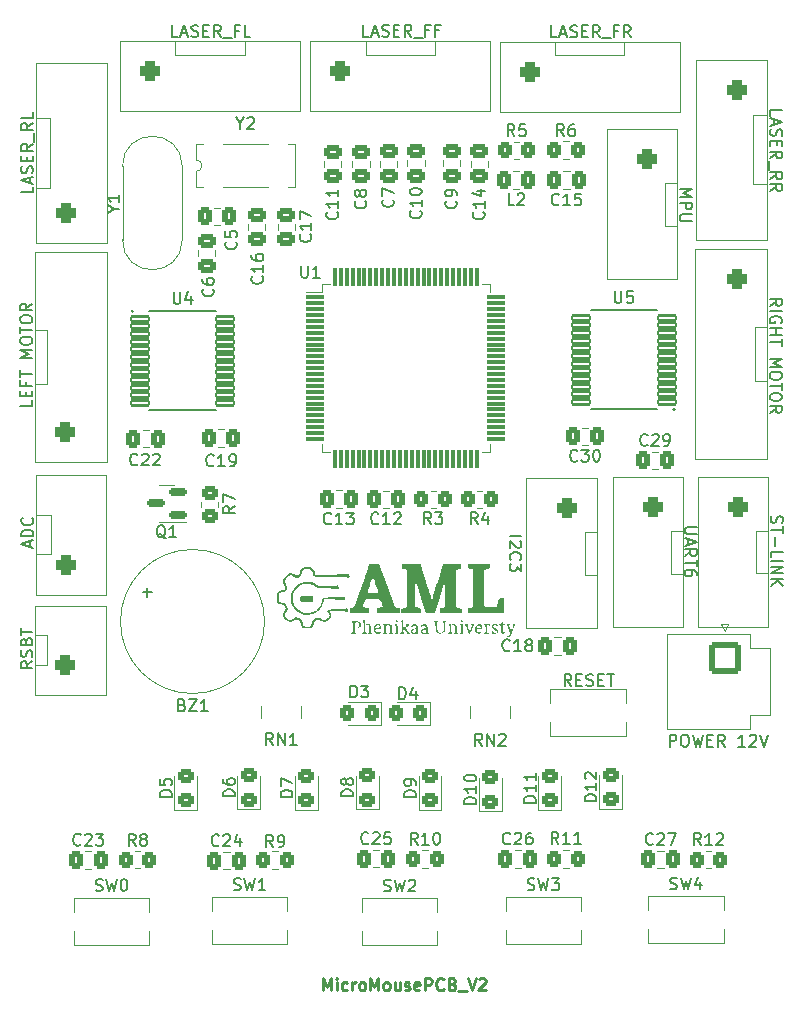
<source format=gto>
G04 #@! TF.GenerationSoftware,KiCad,Pcbnew,7.0.8*
G04 #@! TF.CreationDate,2023-11-09T09:46:19+07:00*
G04 #@! TF.ProjectId,PCB v2,50434220-7632-42e6-9b69-6361645f7063,rev?*
G04 #@! TF.SameCoordinates,Original*
G04 #@! TF.FileFunction,Legend,Top*
G04 #@! TF.FilePolarity,Positive*
%FSLAX46Y46*%
G04 Gerber Fmt 4.6, Leading zero omitted, Abs format (unit mm)*
G04 Created by KiCad (PCBNEW 7.0.8) date 2023-11-09 09:46:19*
%MOMM*%
%LPD*%
G01*
G04 APERTURE LIST*
G04 Aperture macros list*
%AMRoundRect*
0 Rectangle with rounded corners*
0 $1 Rounding radius*
0 $2 $3 $4 $5 $6 $7 $8 $9 X,Y pos of 4 corners*
0 Add a 4 corners polygon primitive as box body*
4,1,4,$2,$3,$4,$5,$6,$7,$8,$9,$2,$3,0*
0 Add four circle primitives for the rounded corners*
1,1,$1+$1,$2,$3*
1,1,$1+$1,$4,$5*
1,1,$1+$1,$6,$7*
1,1,$1+$1,$8,$9*
0 Add four rect primitives between the rounded corners*
20,1,$1+$1,$2,$3,$4,$5,0*
20,1,$1+$1,$4,$5,$6,$7,0*
20,1,$1+$1,$6,$7,$8,$9,0*
20,1,$1+$1,$8,$9,$2,$3,0*%
G04 Aperture macros list end*
%ADD10C,0.250000*%
%ADD11C,0.200000*%
%ADD12C,0.150000*%
%ADD13C,0.100000*%
%ADD14C,0.120000*%
%ADD15C,0.127000*%
%ADD16C,0.203200*%
%ADD17RoundRect,0.425000X-0.425000X0.425000X-0.425000X-0.425000X0.425000X-0.425000X0.425000X0.425000X0*%
%ADD18C,1.700000*%
%ADD19RoundRect,0.250000X0.475000X-0.337500X0.475000X0.337500X-0.475000X0.337500X-0.475000X-0.337500X0*%
%ADD20C,2.700000*%
%ADD21RoundRect,0.250001X-1.099999X1.099999X-1.099999X-1.099999X1.099999X-1.099999X1.099999X1.099999X0*%
%ADD22RoundRect,0.250000X0.337500X0.475000X-0.337500X0.475000X-0.337500X-0.475000X0.337500X-0.475000X0*%
%ADD23RoundRect,0.250000X0.450000X-0.325000X0.450000X0.325000X-0.450000X0.325000X-0.450000X-0.325000X0*%
%ADD24RoundRect,0.250000X0.350000X0.450000X-0.350000X0.450000X-0.350000X-0.450000X0.350000X-0.450000X0*%
%ADD25R,0.500000X0.800000*%
%ADD26R,0.400000X0.800000*%
%ADD27RoundRect,0.425000X-0.425000X-0.425000X0.425000X-0.425000X0.425000X0.425000X-0.425000X0.425000X0*%
%ADD28RoundRect,0.250000X-0.475000X0.337500X-0.475000X-0.337500X0.475000X-0.337500X0.475000X0.337500X0*%
%ADD29RoundRect,0.102000X0.750000X-0.200000X0.750000X0.200000X-0.750000X0.200000X-0.750000X-0.200000X0*%
%ADD30RoundRect,0.250000X-0.337500X-0.475000X0.337500X-0.475000X0.337500X0.475000X-0.337500X0.475000X0*%
%ADD31R,1.250000X1.000000*%
%ADD32RoundRect,0.425000X0.425000X-0.425000X0.425000X0.425000X-0.425000X0.425000X-0.425000X-0.425000X0*%
%ADD33RoundRect,0.150000X0.587500X0.150000X-0.587500X0.150000X-0.587500X-0.150000X0.587500X-0.150000X0*%
%ADD34RoundRect,0.102000X-0.750000X0.200000X-0.750000X-0.200000X0.750000X-0.200000X0.750000X0.200000X0*%
%ADD35RoundRect,0.250000X-0.350000X-0.450000X0.350000X-0.450000X0.350000X0.450000X-0.350000X0.450000X0*%
%ADD36RoundRect,0.075000X-0.075000X-0.725000X0.075000X-0.725000X0.075000X0.725000X-0.075000X0.725000X0*%
%ADD37RoundRect,0.075000X-0.725000X-0.075000X0.725000X-0.075000X0.725000X0.075000X-0.725000X0.075000X0*%
%ADD38RoundRect,0.250000X0.450000X-0.350000X0.450000X0.350000X-0.450000X0.350000X-0.450000X-0.350000X0*%
%ADD39R,1.300000X1.900000*%
%ADD40C,1.500000*%
%ADD41C,2.000000*%
%ADD42R,2.000000X2.000000*%
%ADD43RoundRect,0.250000X0.325000X0.450000X-0.325000X0.450000X-0.325000X-0.450000X0.325000X-0.450000X0*%
G04 APERTURE END LIST*
D10*
X136921034Y-136424619D02*
X136921034Y-135424619D01*
X136921034Y-135424619D02*
X137254367Y-136138904D01*
X137254367Y-136138904D02*
X137587700Y-135424619D01*
X137587700Y-135424619D02*
X137587700Y-136424619D01*
X138063891Y-136424619D02*
X138063891Y-135757952D01*
X138063891Y-135424619D02*
X138016272Y-135472238D01*
X138016272Y-135472238D02*
X138063891Y-135519857D01*
X138063891Y-135519857D02*
X138111510Y-135472238D01*
X138111510Y-135472238D02*
X138063891Y-135424619D01*
X138063891Y-135424619D02*
X138063891Y-135519857D01*
X138968652Y-136377000D02*
X138873414Y-136424619D01*
X138873414Y-136424619D02*
X138682938Y-136424619D01*
X138682938Y-136424619D02*
X138587700Y-136377000D01*
X138587700Y-136377000D02*
X138540081Y-136329380D01*
X138540081Y-136329380D02*
X138492462Y-136234142D01*
X138492462Y-136234142D02*
X138492462Y-135948428D01*
X138492462Y-135948428D02*
X138540081Y-135853190D01*
X138540081Y-135853190D02*
X138587700Y-135805571D01*
X138587700Y-135805571D02*
X138682938Y-135757952D01*
X138682938Y-135757952D02*
X138873414Y-135757952D01*
X138873414Y-135757952D02*
X138968652Y-135805571D01*
X139397224Y-136424619D02*
X139397224Y-135757952D01*
X139397224Y-135948428D02*
X139444843Y-135853190D01*
X139444843Y-135853190D02*
X139492462Y-135805571D01*
X139492462Y-135805571D02*
X139587700Y-135757952D01*
X139587700Y-135757952D02*
X139682938Y-135757952D01*
X140159129Y-136424619D02*
X140063891Y-136377000D01*
X140063891Y-136377000D02*
X140016272Y-136329380D01*
X140016272Y-136329380D02*
X139968653Y-136234142D01*
X139968653Y-136234142D02*
X139968653Y-135948428D01*
X139968653Y-135948428D02*
X140016272Y-135853190D01*
X140016272Y-135853190D02*
X140063891Y-135805571D01*
X140063891Y-135805571D02*
X140159129Y-135757952D01*
X140159129Y-135757952D02*
X140301986Y-135757952D01*
X140301986Y-135757952D02*
X140397224Y-135805571D01*
X140397224Y-135805571D02*
X140444843Y-135853190D01*
X140444843Y-135853190D02*
X140492462Y-135948428D01*
X140492462Y-135948428D02*
X140492462Y-136234142D01*
X140492462Y-136234142D02*
X140444843Y-136329380D01*
X140444843Y-136329380D02*
X140397224Y-136377000D01*
X140397224Y-136377000D02*
X140301986Y-136424619D01*
X140301986Y-136424619D02*
X140159129Y-136424619D01*
X140921034Y-136424619D02*
X140921034Y-135424619D01*
X140921034Y-135424619D02*
X141254367Y-136138904D01*
X141254367Y-136138904D02*
X141587700Y-135424619D01*
X141587700Y-135424619D02*
X141587700Y-136424619D01*
X142206748Y-136424619D02*
X142111510Y-136377000D01*
X142111510Y-136377000D02*
X142063891Y-136329380D01*
X142063891Y-136329380D02*
X142016272Y-136234142D01*
X142016272Y-136234142D02*
X142016272Y-135948428D01*
X142016272Y-135948428D02*
X142063891Y-135853190D01*
X142063891Y-135853190D02*
X142111510Y-135805571D01*
X142111510Y-135805571D02*
X142206748Y-135757952D01*
X142206748Y-135757952D02*
X142349605Y-135757952D01*
X142349605Y-135757952D02*
X142444843Y-135805571D01*
X142444843Y-135805571D02*
X142492462Y-135853190D01*
X142492462Y-135853190D02*
X142540081Y-135948428D01*
X142540081Y-135948428D02*
X142540081Y-136234142D01*
X142540081Y-136234142D02*
X142492462Y-136329380D01*
X142492462Y-136329380D02*
X142444843Y-136377000D01*
X142444843Y-136377000D02*
X142349605Y-136424619D01*
X142349605Y-136424619D02*
X142206748Y-136424619D01*
X143397224Y-135757952D02*
X143397224Y-136424619D01*
X142968653Y-135757952D02*
X142968653Y-136281761D01*
X142968653Y-136281761D02*
X143016272Y-136377000D01*
X143016272Y-136377000D02*
X143111510Y-136424619D01*
X143111510Y-136424619D02*
X143254367Y-136424619D01*
X143254367Y-136424619D02*
X143349605Y-136377000D01*
X143349605Y-136377000D02*
X143397224Y-136329380D01*
X143825796Y-136377000D02*
X143921034Y-136424619D01*
X143921034Y-136424619D02*
X144111510Y-136424619D01*
X144111510Y-136424619D02*
X144206748Y-136377000D01*
X144206748Y-136377000D02*
X144254367Y-136281761D01*
X144254367Y-136281761D02*
X144254367Y-136234142D01*
X144254367Y-136234142D02*
X144206748Y-136138904D01*
X144206748Y-136138904D02*
X144111510Y-136091285D01*
X144111510Y-136091285D02*
X143968653Y-136091285D01*
X143968653Y-136091285D02*
X143873415Y-136043666D01*
X143873415Y-136043666D02*
X143825796Y-135948428D01*
X143825796Y-135948428D02*
X143825796Y-135900809D01*
X143825796Y-135900809D02*
X143873415Y-135805571D01*
X143873415Y-135805571D02*
X143968653Y-135757952D01*
X143968653Y-135757952D02*
X144111510Y-135757952D01*
X144111510Y-135757952D02*
X144206748Y-135805571D01*
X145063891Y-136377000D02*
X144968653Y-136424619D01*
X144968653Y-136424619D02*
X144778177Y-136424619D01*
X144778177Y-136424619D02*
X144682939Y-136377000D01*
X144682939Y-136377000D02*
X144635320Y-136281761D01*
X144635320Y-136281761D02*
X144635320Y-135900809D01*
X144635320Y-135900809D02*
X144682939Y-135805571D01*
X144682939Y-135805571D02*
X144778177Y-135757952D01*
X144778177Y-135757952D02*
X144968653Y-135757952D01*
X144968653Y-135757952D02*
X145063891Y-135805571D01*
X145063891Y-135805571D02*
X145111510Y-135900809D01*
X145111510Y-135900809D02*
X145111510Y-135996047D01*
X145111510Y-135996047D02*
X144635320Y-136091285D01*
X145540082Y-136424619D02*
X145540082Y-135424619D01*
X145540082Y-135424619D02*
X145921034Y-135424619D01*
X145921034Y-135424619D02*
X146016272Y-135472238D01*
X146016272Y-135472238D02*
X146063891Y-135519857D01*
X146063891Y-135519857D02*
X146111510Y-135615095D01*
X146111510Y-135615095D02*
X146111510Y-135757952D01*
X146111510Y-135757952D02*
X146063891Y-135853190D01*
X146063891Y-135853190D02*
X146016272Y-135900809D01*
X146016272Y-135900809D02*
X145921034Y-135948428D01*
X145921034Y-135948428D02*
X145540082Y-135948428D01*
X147111510Y-136329380D02*
X147063891Y-136377000D01*
X147063891Y-136377000D02*
X146921034Y-136424619D01*
X146921034Y-136424619D02*
X146825796Y-136424619D01*
X146825796Y-136424619D02*
X146682939Y-136377000D01*
X146682939Y-136377000D02*
X146587701Y-136281761D01*
X146587701Y-136281761D02*
X146540082Y-136186523D01*
X146540082Y-136186523D02*
X146492463Y-135996047D01*
X146492463Y-135996047D02*
X146492463Y-135853190D01*
X146492463Y-135853190D02*
X146540082Y-135662714D01*
X146540082Y-135662714D02*
X146587701Y-135567476D01*
X146587701Y-135567476D02*
X146682939Y-135472238D01*
X146682939Y-135472238D02*
X146825796Y-135424619D01*
X146825796Y-135424619D02*
X146921034Y-135424619D01*
X146921034Y-135424619D02*
X147063891Y-135472238D01*
X147063891Y-135472238D02*
X147111510Y-135519857D01*
X147873415Y-135900809D02*
X148016272Y-135948428D01*
X148016272Y-135948428D02*
X148063891Y-135996047D01*
X148063891Y-135996047D02*
X148111510Y-136091285D01*
X148111510Y-136091285D02*
X148111510Y-136234142D01*
X148111510Y-136234142D02*
X148063891Y-136329380D01*
X148063891Y-136329380D02*
X148016272Y-136377000D01*
X148016272Y-136377000D02*
X147921034Y-136424619D01*
X147921034Y-136424619D02*
X147540082Y-136424619D01*
X147540082Y-136424619D02*
X147540082Y-135424619D01*
X147540082Y-135424619D02*
X147873415Y-135424619D01*
X147873415Y-135424619D02*
X147968653Y-135472238D01*
X147968653Y-135472238D02*
X148016272Y-135519857D01*
X148016272Y-135519857D02*
X148063891Y-135615095D01*
X148063891Y-135615095D02*
X148063891Y-135710333D01*
X148063891Y-135710333D02*
X148016272Y-135805571D01*
X148016272Y-135805571D02*
X147968653Y-135853190D01*
X147968653Y-135853190D02*
X147873415Y-135900809D01*
X147873415Y-135900809D02*
X147540082Y-135900809D01*
X148301987Y-136519857D02*
X149063891Y-136519857D01*
X149159130Y-135424619D02*
X149492463Y-136424619D01*
X149492463Y-136424619D02*
X149825796Y-135424619D01*
X150111511Y-135519857D02*
X150159130Y-135472238D01*
X150159130Y-135472238D02*
X150254368Y-135424619D01*
X150254368Y-135424619D02*
X150492463Y-135424619D01*
X150492463Y-135424619D02*
X150587701Y-135472238D01*
X150587701Y-135472238D02*
X150635320Y-135519857D01*
X150635320Y-135519857D02*
X150682939Y-135615095D01*
X150682939Y-135615095D02*
X150682939Y-135710333D01*
X150682939Y-135710333D02*
X150635320Y-135853190D01*
X150635320Y-135853190D02*
X150063892Y-136424619D01*
X150063892Y-136424619D02*
X150682939Y-136424619D01*
D11*
X174863900Y-96287619D02*
X174816280Y-96430476D01*
X174816280Y-96430476D02*
X174816280Y-96668571D01*
X174816280Y-96668571D02*
X174863900Y-96763809D01*
X174863900Y-96763809D02*
X174911519Y-96811428D01*
X174911519Y-96811428D02*
X175006757Y-96859047D01*
X175006757Y-96859047D02*
X175101995Y-96859047D01*
X175101995Y-96859047D02*
X175197233Y-96811428D01*
X175197233Y-96811428D02*
X175244852Y-96763809D01*
X175244852Y-96763809D02*
X175292471Y-96668571D01*
X175292471Y-96668571D02*
X175340090Y-96478095D01*
X175340090Y-96478095D02*
X175387709Y-96382857D01*
X175387709Y-96382857D02*
X175435328Y-96335238D01*
X175435328Y-96335238D02*
X175530566Y-96287619D01*
X175530566Y-96287619D02*
X175625804Y-96287619D01*
X175625804Y-96287619D02*
X175721042Y-96335238D01*
X175721042Y-96335238D02*
X175768661Y-96382857D01*
X175768661Y-96382857D02*
X175816280Y-96478095D01*
X175816280Y-96478095D02*
X175816280Y-96716190D01*
X175816280Y-96716190D02*
X175768661Y-96859047D01*
X175816280Y-97144762D02*
X175816280Y-97716190D01*
X174816280Y-97430476D02*
X175816280Y-97430476D01*
X175197233Y-98049524D02*
X175197233Y-98811429D01*
X174816280Y-99763809D02*
X174816280Y-99287619D01*
X174816280Y-99287619D02*
X175816280Y-99287619D01*
X174816280Y-100097143D02*
X175816280Y-100097143D01*
X174816280Y-100573333D02*
X175816280Y-100573333D01*
X175816280Y-100573333D02*
X174816280Y-101144761D01*
X174816280Y-101144761D02*
X175816280Y-101144761D01*
X174816280Y-101620952D02*
X175816280Y-101620952D01*
X174816280Y-102192380D02*
X175387709Y-101763809D01*
X175816280Y-102192380D02*
X175244852Y-101620952D01*
D12*
X131739580Y-75992857D02*
X131787200Y-76040476D01*
X131787200Y-76040476D02*
X131834819Y-76183333D01*
X131834819Y-76183333D02*
X131834819Y-76278571D01*
X131834819Y-76278571D02*
X131787200Y-76421428D01*
X131787200Y-76421428D02*
X131691961Y-76516666D01*
X131691961Y-76516666D02*
X131596723Y-76564285D01*
X131596723Y-76564285D02*
X131406247Y-76611904D01*
X131406247Y-76611904D02*
X131263390Y-76611904D01*
X131263390Y-76611904D02*
X131072914Y-76564285D01*
X131072914Y-76564285D02*
X130977676Y-76516666D01*
X130977676Y-76516666D02*
X130882438Y-76421428D01*
X130882438Y-76421428D02*
X130834819Y-76278571D01*
X130834819Y-76278571D02*
X130834819Y-76183333D01*
X130834819Y-76183333D02*
X130882438Y-76040476D01*
X130882438Y-76040476D02*
X130930057Y-75992857D01*
X131834819Y-75040476D02*
X131834819Y-75611904D01*
X131834819Y-75326190D02*
X130834819Y-75326190D01*
X130834819Y-75326190D02*
X130977676Y-75421428D01*
X130977676Y-75421428D02*
X131072914Y-75516666D01*
X131072914Y-75516666D02*
X131120533Y-75611904D01*
X130834819Y-74183333D02*
X130834819Y-74373809D01*
X130834819Y-74373809D02*
X130882438Y-74469047D01*
X130882438Y-74469047D02*
X130930057Y-74516666D01*
X130930057Y-74516666D02*
X131072914Y-74611904D01*
X131072914Y-74611904D02*
X131263390Y-74659523D01*
X131263390Y-74659523D02*
X131644342Y-74659523D01*
X131644342Y-74659523D02*
X131739580Y-74611904D01*
X131739580Y-74611904D02*
X131787200Y-74564285D01*
X131787200Y-74564285D02*
X131834819Y-74469047D01*
X131834819Y-74469047D02*
X131834819Y-74278571D01*
X131834819Y-74278571D02*
X131787200Y-74183333D01*
X131787200Y-74183333D02*
X131739580Y-74135714D01*
X131739580Y-74135714D02*
X131644342Y-74088095D01*
X131644342Y-74088095D02*
X131406247Y-74088095D01*
X131406247Y-74088095D02*
X131311009Y-74135714D01*
X131311009Y-74135714D02*
X131263390Y-74183333D01*
X131263390Y-74183333D02*
X131215771Y-74278571D01*
X131215771Y-74278571D02*
X131215771Y-74469047D01*
X131215771Y-74469047D02*
X131263390Y-74564285D01*
X131263390Y-74564285D02*
X131311009Y-74611904D01*
X131311009Y-74611904D02*
X131406247Y-74659523D01*
D11*
X166258571Y-115802219D02*
X166258571Y-114802219D01*
X166258571Y-114802219D02*
X166639523Y-114802219D01*
X166639523Y-114802219D02*
X166734761Y-114849838D01*
X166734761Y-114849838D02*
X166782380Y-114897457D01*
X166782380Y-114897457D02*
X166829999Y-114992695D01*
X166829999Y-114992695D02*
X166829999Y-115135552D01*
X166829999Y-115135552D02*
X166782380Y-115230790D01*
X166782380Y-115230790D02*
X166734761Y-115278409D01*
X166734761Y-115278409D02*
X166639523Y-115326028D01*
X166639523Y-115326028D02*
X166258571Y-115326028D01*
X167449047Y-114802219D02*
X167639523Y-114802219D01*
X167639523Y-114802219D02*
X167734761Y-114849838D01*
X167734761Y-114849838D02*
X167829999Y-114945076D01*
X167829999Y-114945076D02*
X167877618Y-115135552D01*
X167877618Y-115135552D02*
X167877618Y-115468885D01*
X167877618Y-115468885D02*
X167829999Y-115659361D01*
X167829999Y-115659361D02*
X167734761Y-115754600D01*
X167734761Y-115754600D02*
X167639523Y-115802219D01*
X167639523Y-115802219D02*
X167449047Y-115802219D01*
X167449047Y-115802219D02*
X167353809Y-115754600D01*
X167353809Y-115754600D02*
X167258571Y-115659361D01*
X167258571Y-115659361D02*
X167210952Y-115468885D01*
X167210952Y-115468885D02*
X167210952Y-115135552D01*
X167210952Y-115135552D02*
X167258571Y-114945076D01*
X167258571Y-114945076D02*
X167353809Y-114849838D01*
X167353809Y-114849838D02*
X167449047Y-114802219D01*
X168210952Y-114802219D02*
X168449047Y-115802219D01*
X168449047Y-115802219D02*
X168639523Y-115087933D01*
X168639523Y-115087933D02*
X168829999Y-115802219D01*
X168829999Y-115802219D02*
X169068095Y-114802219D01*
X169449047Y-115278409D02*
X169782380Y-115278409D01*
X169925237Y-115802219D02*
X169449047Y-115802219D01*
X169449047Y-115802219D02*
X169449047Y-114802219D01*
X169449047Y-114802219D02*
X169925237Y-114802219D01*
X170925237Y-115802219D02*
X170591904Y-115326028D01*
X170353809Y-115802219D02*
X170353809Y-114802219D01*
X170353809Y-114802219D02*
X170734761Y-114802219D01*
X170734761Y-114802219D02*
X170829999Y-114849838D01*
X170829999Y-114849838D02*
X170877618Y-114897457D01*
X170877618Y-114897457D02*
X170925237Y-114992695D01*
X170925237Y-114992695D02*
X170925237Y-115135552D01*
X170925237Y-115135552D02*
X170877618Y-115230790D01*
X170877618Y-115230790D02*
X170829999Y-115278409D01*
X170829999Y-115278409D02*
X170734761Y-115326028D01*
X170734761Y-115326028D02*
X170353809Y-115326028D01*
X172639523Y-115802219D02*
X172068095Y-115802219D01*
X172353809Y-115802219D02*
X172353809Y-114802219D01*
X172353809Y-114802219D02*
X172258571Y-114945076D01*
X172258571Y-114945076D02*
X172163333Y-115040314D01*
X172163333Y-115040314D02*
X172068095Y-115087933D01*
X173020476Y-114897457D02*
X173068095Y-114849838D01*
X173068095Y-114849838D02*
X173163333Y-114802219D01*
X173163333Y-114802219D02*
X173401428Y-114802219D01*
X173401428Y-114802219D02*
X173496666Y-114849838D01*
X173496666Y-114849838D02*
X173544285Y-114897457D01*
X173544285Y-114897457D02*
X173591904Y-114992695D01*
X173591904Y-114992695D02*
X173591904Y-115087933D01*
X173591904Y-115087933D02*
X173544285Y-115230790D01*
X173544285Y-115230790D02*
X172972857Y-115802219D01*
X172972857Y-115802219D02*
X173591904Y-115802219D01*
X173877619Y-114802219D02*
X174210952Y-115802219D01*
X174210952Y-115802219D02*
X174544285Y-114802219D01*
D12*
X121202142Y-91899580D02*
X121154523Y-91947200D01*
X121154523Y-91947200D02*
X121011666Y-91994819D01*
X121011666Y-91994819D02*
X120916428Y-91994819D01*
X120916428Y-91994819D02*
X120773571Y-91947200D01*
X120773571Y-91947200D02*
X120678333Y-91851961D01*
X120678333Y-91851961D02*
X120630714Y-91756723D01*
X120630714Y-91756723D02*
X120583095Y-91566247D01*
X120583095Y-91566247D02*
X120583095Y-91423390D01*
X120583095Y-91423390D02*
X120630714Y-91232914D01*
X120630714Y-91232914D02*
X120678333Y-91137676D01*
X120678333Y-91137676D02*
X120773571Y-91042438D01*
X120773571Y-91042438D02*
X120916428Y-90994819D01*
X120916428Y-90994819D02*
X121011666Y-90994819D01*
X121011666Y-90994819D02*
X121154523Y-91042438D01*
X121154523Y-91042438D02*
X121202142Y-91090057D01*
X121583095Y-91090057D02*
X121630714Y-91042438D01*
X121630714Y-91042438D02*
X121725952Y-90994819D01*
X121725952Y-90994819D02*
X121964047Y-90994819D01*
X121964047Y-90994819D02*
X122059285Y-91042438D01*
X122059285Y-91042438D02*
X122106904Y-91090057D01*
X122106904Y-91090057D02*
X122154523Y-91185295D01*
X122154523Y-91185295D02*
X122154523Y-91280533D01*
X122154523Y-91280533D02*
X122106904Y-91423390D01*
X122106904Y-91423390D02*
X121535476Y-91994819D01*
X121535476Y-91994819D02*
X122154523Y-91994819D01*
X122535476Y-91090057D02*
X122583095Y-91042438D01*
X122583095Y-91042438D02*
X122678333Y-90994819D01*
X122678333Y-90994819D02*
X122916428Y-90994819D01*
X122916428Y-90994819D02*
X123011666Y-91042438D01*
X123011666Y-91042438D02*
X123059285Y-91090057D01*
X123059285Y-91090057D02*
X123106904Y-91185295D01*
X123106904Y-91185295D02*
X123106904Y-91280533D01*
X123106904Y-91280533D02*
X123059285Y-91423390D01*
X123059285Y-91423390D02*
X122487857Y-91994819D01*
X122487857Y-91994819D02*
X123106904Y-91994819D01*
X149874819Y-120649285D02*
X148874819Y-120649285D01*
X148874819Y-120649285D02*
X148874819Y-120411190D01*
X148874819Y-120411190D02*
X148922438Y-120268333D01*
X148922438Y-120268333D02*
X149017676Y-120173095D01*
X149017676Y-120173095D02*
X149112914Y-120125476D01*
X149112914Y-120125476D02*
X149303390Y-120077857D01*
X149303390Y-120077857D02*
X149446247Y-120077857D01*
X149446247Y-120077857D02*
X149636723Y-120125476D01*
X149636723Y-120125476D02*
X149731961Y-120173095D01*
X149731961Y-120173095D02*
X149827200Y-120268333D01*
X149827200Y-120268333D02*
X149874819Y-120411190D01*
X149874819Y-120411190D02*
X149874819Y-120649285D01*
X149874819Y-119125476D02*
X149874819Y-119696904D01*
X149874819Y-119411190D02*
X148874819Y-119411190D01*
X148874819Y-119411190D02*
X149017676Y-119506428D01*
X149017676Y-119506428D02*
X149112914Y-119601666D01*
X149112914Y-119601666D02*
X149160533Y-119696904D01*
X148874819Y-118506428D02*
X148874819Y-118411190D01*
X148874819Y-118411190D02*
X148922438Y-118315952D01*
X148922438Y-118315952D02*
X148970057Y-118268333D01*
X148970057Y-118268333D02*
X149065295Y-118220714D01*
X149065295Y-118220714D02*
X149255771Y-118173095D01*
X149255771Y-118173095D02*
X149493866Y-118173095D01*
X149493866Y-118173095D02*
X149684342Y-118220714D01*
X149684342Y-118220714D02*
X149779580Y-118268333D01*
X149779580Y-118268333D02*
X149827200Y-118315952D01*
X149827200Y-118315952D02*
X149874819Y-118411190D01*
X149874819Y-118411190D02*
X149874819Y-118506428D01*
X149874819Y-118506428D02*
X149827200Y-118601666D01*
X149827200Y-118601666D02*
X149779580Y-118649285D01*
X149779580Y-118649285D02*
X149684342Y-118696904D01*
X149684342Y-118696904D02*
X149493866Y-118744523D01*
X149493866Y-118744523D02*
X149255771Y-118744523D01*
X149255771Y-118744523D02*
X149065295Y-118696904D01*
X149065295Y-118696904D02*
X148970057Y-118649285D01*
X148970057Y-118649285D02*
X148922438Y-118601666D01*
X148922438Y-118601666D02*
X148874819Y-118506428D01*
D11*
X167126280Y-68602857D02*
X168126280Y-68602857D01*
X168126280Y-68602857D02*
X167411995Y-68936190D01*
X167411995Y-68936190D02*
X168126280Y-69269523D01*
X168126280Y-69269523D02*
X167126280Y-69269523D01*
X167126280Y-69745714D02*
X168126280Y-69745714D01*
X168126280Y-69745714D02*
X168126280Y-70126666D01*
X168126280Y-70126666D02*
X168078661Y-70221904D01*
X168078661Y-70221904D02*
X168031042Y-70269523D01*
X168031042Y-70269523D02*
X167935804Y-70317142D01*
X167935804Y-70317142D02*
X167792947Y-70317142D01*
X167792947Y-70317142D02*
X167697709Y-70269523D01*
X167697709Y-70269523D02*
X167650090Y-70221904D01*
X167650090Y-70221904D02*
X167602471Y-70126666D01*
X167602471Y-70126666D02*
X167602471Y-69745714D01*
X168126280Y-70745714D02*
X167316757Y-70745714D01*
X167316757Y-70745714D02*
X167221519Y-70793333D01*
X167221519Y-70793333D02*
X167173900Y-70840952D01*
X167173900Y-70840952D02*
X167126280Y-70936190D01*
X167126280Y-70936190D02*
X167126280Y-71126666D01*
X167126280Y-71126666D02*
X167173900Y-71221904D01*
X167173900Y-71221904D02*
X167221519Y-71269523D01*
X167221519Y-71269523D02*
X167316757Y-71317142D01*
X167316757Y-71317142D02*
X168126280Y-71317142D01*
D12*
X129434819Y-120003094D02*
X128434819Y-120003094D01*
X128434819Y-120003094D02*
X128434819Y-119764999D01*
X128434819Y-119764999D02*
X128482438Y-119622142D01*
X128482438Y-119622142D02*
X128577676Y-119526904D01*
X128577676Y-119526904D02*
X128672914Y-119479285D01*
X128672914Y-119479285D02*
X128863390Y-119431666D01*
X128863390Y-119431666D02*
X129006247Y-119431666D01*
X129006247Y-119431666D02*
X129196723Y-119479285D01*
X129196723Y-119479285D02*
X129291961Y-119526904D01*
X129291961Y-119526904D02*
X129387200Y-119622142D01*
X129387200Y-119622142D02*
X129434819Y-119764999D01*
X129434819Y-119764999D02*
X129434819Y-120003094D01*
X128434819Y-118574523D02*
X128434819Y-118764999D01*
X128434819Y-118764999D02*
X128482438Y-118860237D01*
X128482438Y-118860237D02*
X128530057Y-118907856D01*
X128530057Y-118907856D02*
X128672914Y-119003094D01*
X128672914Y-119003094D02*
X128863390Y-119050713D01*
X128863390Y-119050713D02*
X129244342Y-119050713D01*
X129244342Y-119050713D02*
X129339580Y-119003094D01*
X129339580Y-119003094D02*
X129387200Y-118955475D01*
X129387200Y-118955475D02*
X129434819Y-118860237D01*
X129434819Y-118860237D02*
X129434819Y-118669761D01*
X129434819Y-118669761D02*
X129387200Y-118574523D01*
X129387200Y-118574523D02*
X129339580Y-118526904D01*
X129339580Y-118526904D02*
X129244342Y-118479285D01*
X129244342Y-118479285D02*
X129006247Y-118479285D01*
X129006247Y-118479285D02*
X128911009Y-118526904D01*
X128911009Y-118526904D02*
X128863390Y-118574523D01*
X128863390Y-118574523D02*
X128815771Y-118669761D01*
X128815771Y-118669761D02*
X128815771Y-118860237D01*
X128815771Y-118860237D02*
X128863390Y-118955475D01*
X128863390Y-118955475D02*
X128911009Y-119003094D01*
X128911009Y-119003094D02*
X129006247Y-119050713D01*
X149993333Y-96964819D02*
X149660000Y-96488628D01*
X149421905Y-96964819D02*
X149421905Y-95964819D01*
X149421905Y-95964819D02*
X149802857Y-95964819D01*
X149802857Y-95964819D02*
X149898095Y-96012438D01*
X149898095Y-96012438D02*
X149945714Y-96060057D01*
X149945714Y-96060057D02*
X149993333Y-96155295D01*
X149993333Y-96155295D02*
X149993333Y-96298152D01*
X149993333Y-96298152D02*
X149945714Y-96393390D01*
X149945714Y-96393390D02*
X149898095Y-96441009D01*
X149898095Y-96441009D02*
X149802857Y-96488628D01*
X149802857Y-96488628D02*
X149421905Y-96488628D01*
X150850476Y-96298152D02*
X150850476Y-96964819D01*
X150612381Y-95917200D02*
X150374286Y-96631485D01*
X150374286Y-96631485D02*
X150993333Y-96631485D01*
X132679523Y-115664819D02*
X132346190Y-115188628D01*
X132108095Y-115664819D02*
X132108095Y-114664819D01*
X132108095Y-114664819D02*
X132489047Y-114664819D01*
X132489047Y-114664819D02*
X132584285Y-114712438D01*
X132584285Y-114712438D02*
X132631904Y-114760057D01*
X132631904Y-114760057D02*
X132679523Y-114855295D01*
X132679523Y-114855295D02*
X132679523Y-114998152D01*
X132679523Y-114998152D02*
X132631904Y-115093390D01*
X132631904Y-115093390D02*
X132584285Y-115141009D01*
X132584285Y-115141009D02*
X132489047Y-115188628D01*
X132489047Y-115188628D02*
X132108095Y-115188628D01*
X133108095Y-115664819D02*
X133108095Y-114664819D01*
X133108095Y-114664819D02*
X133679523Y-115664819D01*
X133679523Y-115664819D02*
X133679523Y-114664819D01*
X134679523Y-115664819D02*
X134108095Y-115664819D01*
X134393809Y-115664819D02*
X134393809Y-114664819D01*
X134393809Y-114664819D02*
X134298571Y-114807676D01*
X134298571Y-114807676D02*
X134203333Y-114902914D01*
X134203333Y-114902914D02*
X134108095Y-114950533D01*
X144774819Y-120063094D02*
X143774819Y-120063094D01*
X143774819Y-120063094D02*
X143774819Y-119824999D01*
X143774819Y-119824999D02*
X143822438Y-119682142D01*
X143822438Y-119682142D02*
X143917676Y-119586904D01*
X143917676Y-119586904D02*
X144012914Y-119539285D01*
X144012914Y-119539285D02*
X144203390Y-119491666D01*
X144203390Y-119491666D02*
X144346247Y-119491666D01*
X144346247Y-119491666D02*
X144536723Y-119539285D01*
X144536723Y-119539285D02*
X144631961Y-119586904D01*
X144631961Y-119586904D02*
X144727200Y-119682142D01*
X144727200Y-119682142D02*
X144774819Y-119824999D01*
X144774819Y-119824999D02*
X144774819Y-120063094D01*
X144774819Y-119015475D02*
X144774819Y-118824999D01*
X144774819Y-118824999D02*
X144727200Y-118729761D01*
X144727200Y-118729761D02*
X144679580Y-118682142D01*
X144679580Y-118682142D02*
X144536723Y-118586904D01*
X144536723Y-118586904D02*
X144346247Y-118539285D01*
X144346247Y-118539285D02*
X143965295Y-118539285D01*
X143965295Y-118539285D02*
X143870057Y-118586904D01*
X143870057Y-118586904D02*
X143822438Y-118634523D01*
X143822438Y-118634523D02*
X143774819Y-118729761D01*
X143774819Y-118729761D02*
X143774819Y-118920237D01*
X143774819Y-118920237D02*
X143822438Y-119015475D01*
X143822438Y-119015475D02*
X143870057Y-119063094D01*
X143870057Y-119063094D02*
X143965295Y-119110713D01*
X143965295Y-119110713D02*
X144203390Y-119110713D01*
X144203390Y-119110713D02*
X144298628Y-119063094D01*
X144298628Y-119063094D02*
X144346247Y-119015475D01*
X144346247Y-119015475D02*
X144393866Y-118920237D01*
X144393866Y-118920237D02*
X144393866Y-118729761D01*
X144393866Y-118729761D02*
X144346247Y-118634523D01*
X144346247Y-118634523D02*
X144298628Y-118586904D01*
X144298628Y-118586904D02*
X144203390Y-118539285D01*
X154914819Y-120539285D02*
X153914819Y-120539285D01*
X153914819Y-120539285D02*
X153914819Y-120301190D01*
X153914819Y-120301190D02*
X153962438Y-120158333D01*
X153962438Y-120158333D02*
X154057676Y-120063095D01*
X154057676Y-120063095D02*
X154152914Y-120015476D01*
X154152914Y-120015476D02*
X154343390Y-119967857D01*
X154343390Y-119967857D02*
X154486247Y-119967857D01*
X154486247Y-119967857D02*
X154676723Y-120015476D01*
X154676723Y-120015476D02*
X154771961Y-120063095D01*
X154771961Y-120063095D02*
X154867200Y-120158333D01*
X154867200Y-120158333D02*
X154914819Y-120301190D01*
X154914819Y-120301190D02*
X154914819Y-120539285D01*
X154914819Y-119015476D02*
X154914819Y-119586904D01*
X154914819Y-119301190D02*
X153914819Y-119301190D01*
X153914819Y-119301190D02*
X154057676Y-119396428D01*
X154057676Y-119396428D02*
X154152914Y-119491666D01*
X154152914Y-119491666D02*
X154200533Y-119586904D01*
X154914819Y-118063095D02*
X154914819Y-118634523D01*
X154914819Y-118348809D02*
X153914819Y-118348809D01*
X153914819Y-118348809D02*
X154057676Y-118444047D01*
X154057676Y-118444047D02*
X154152914Y-118539285D01*
X154152914Y-118539285D02*
X154200533Y-118634523D01*
D11*
X140762785Y-55692219D02*
X140286595Y-55692219D01*
X140286595Y-55692219D02*
X140286595Y-54692219D01*
X141048500Y-55406504D02*
X141524690Y-55406504D01*
X140953262Y-55692219D02*
X141286595Y-54692219D01*
X141286595Y-54692219D02*
X141619928Y-55692219D01*
X141905643Y-55644600D02*
X142048500Y-55692219D01*
X142048500Y-55692219D02*
X142286595Y-55692219D01*
X142286595Y-55692219D02*
X142381833Y-55644600D01*
X142381833Y-55644600D02*
X142429452Y-55596980D01*
X142429452Y-55596980D02*
X142477071Y-55501742D01*
X142477071Y-55501742D02*
X142477071Y-55406504D01*
X142477071Y-55406504D02*
X142429452Y-55311266D01*
X142429452Y-55311266D02*
X142381833Y-55263647D01*
X142381833Y-55263647D02*
X142286595Y-55216028D01*
X142286595Y-55216028D02*
X142096119Y-55168409D01*
X142096119Y-55168409D02*
X142000881Y-55120790D01*
X142000881Y-55120790D02*
X141953262Y-55073171D01*
X141953262Y-55073171D02*
X141905643Y-54977933D01*
X141905643Y-54977933D02*
X141905643Y-54882695D01*
X141905643Y-54882695D02*
X141953262Y-54787457D01*
X141953262Y-54787457D02*
X142000881Y-54739838D01*
X142000881Y-54739838D02*
X142096119Y-54692219D01*
X142096119Y-54692219D02*
X142334214Y-54692219D01*
X142334214Y-54692219D02*
X142477071Y-54739838D01*
X142905643Y-55168409D02*
X143238976Y-55168409D01*
X143381833Y-55692219D02*
X142905643Y-55692219D01*
X142905643Y-55692219D02*
X142905643Y-54692219D01*
X142905643Y-54692219D02*
X143381833Y-54692219D01*
X144381833Y-55692219D02*
X144048500Y-55216028D01*
X143810405Y-55692219D02*
X143810405Y-54692219D01*
X143810405Y-54692219D02*
X144191357Y-54692219D01*
X144191357Y-54692219D02*
X144286595Y-54739838D01*
X144286595Y-54739838D02*
X144334214Y-54787457D01*
X144334214Y-54787457D02*
X144381833Y-54882695D01*
X144381833Y-54882695D02*
X144381833Y-55025552D01*
X144381833Y-55025552D02*
X144334214Y-55120790D01*
X144334214Y-55120790D02*
X144286595Y-55168409D01*
X144286595Y-55168409D02*
X144191357Y-55216028D01*
X144191357Y-55216028D02*
X143810405Y-55216028D01*
X144572310Y-55787457D02*
X145334214Y-55787457D01*
X145905643Y-55168409D02*
X145572310Y-55168409D01*
X145572310Y-55692219D02*
X145572310Y-54692219D01*
X145572310Y-54692219D02*
X146048500Y-54692219D01*
X146762786Y-55168409D02*
X146429453Y-55168409D01*
X146429453Y-55692219D02*
X146429453Y-54692219D01*
X146429453Y-54692219D02*
X146905643Y-54692219D01*
D12*
X127569580Y-77066666D02*
X127617200Y-77114285D01*
X127617200Y-77114285D02*
X127664819Y-77257142D01*
X127664819Y-77257142D02*
X127664819Y-77352380D01*
X127664819Y-77352380D02*
X127617200Y-77495237D01*
X127617200Y-77495237D02*
X127521961Y-77590475D01*
X127521961Y-77590475D02*
X127426723Y-77638094D01*
X127426723Y-77638094D02*
X127236247Y-77685713D01*
X127236247Y-77685713D02*
X127093390Y-77685713D01*
X127093390Y-77685713D02*
X126902914Y-77638094D01*
X126902914Y-77638094D02*
X126807676Y-77590475D01*
X126807676Y-77590475D02*
X126712438Y-77495237D01*
X126712438Y-77495237D02*
X126664819Y-77352380D01*
X126664819Y-77352380D02*
X126664819Y-77257142D01*
X126664819Y-77257142D02*
X126712438Y-77114285D01*
X126712438Y-77114285D02*
X126760057Y-77066666D01*
X126664819Y-76209523D02*
X126664819Y-76399999D01*
X126664819Y-76399999D02*
X126712438Y-76495237D01*
X126712438Y-76495237D02*
X126760057Y-76542856D01*
X126760057Y-76542856D02*
X126902914Y-76638094D01*
X126902914Y-76638094D02*
X127093390Y-76685713D01*
X127093390Y-76685713D02*
X127474342Y-76685713D01*
X127474342Y-76685713D02*
X127569580Y-76638094D01*
X127569580Y-76638094D02*
X127617200Y-76590475D01*
X127617200Y-76590475D02*
X127664819Y-76495237D01*
X127664819Y-76495237D02*
X127664819Y-76304761D01*
X127664819Y-76304761D02*
X127617200Y-76209523D01*
X127617200Y-76209523D02*
X127569580Y-76161904D01*
X127569580Y-76161904D02*
X127474342Y-76114285D01*
X127474342Y-76114285D02*
X127236247Y-76114285D01*
X127236247Y-76114285D02*
X127141009Y-76161904D01*
X127141009Y-76161904D02*
X127093390Y-76209523D01*
X127093390Y-76209523D02*
X127045771Y-76304761D01*
X127045771Y-76304761D02*
X127045771Y-76495237D01*
X127045771Y-76495237D02*
X127093390Y-76590475D01*
X127093390Y-76590475D02*
X127141009Y-76638094D01*
X127141009Y-76638094D02*
X127236247Y-76685713D01*
X161606685Y-77233825D02*
X161606685Y-78044846D01*
X161606685Y-78044846D02*
X161654392Y-78140260D01*
X161654392Y-78140260D02*
X161702100Y-78187968D01*
X161702100Y-78187968D02*
X161797514Y-78235675D01*
X161797514Y-78235675D02*
X161988342Y-78235675D01*
X161988342Y-78235675D02*
X162083757Y-78187968D01*
X162083757Y-78187968D02*
X162131464Y-78140260D01*
X162131464Y-78140260D02*
X162179171Y-78044846D01*
X162179171Y-78044846D02*
X162179171Y-77233825D01*
X163133314Y-77233825D02*
X162656242Y-77233825D01*
X162656242Y-77233825D02*
X162608535Y-77710896D01*
X162608535Y-77710896D02*
X162656242Y-77663189D01*
X162656242Y-77663189D02*
X162751657Y-77615482D01*
X162751657Y-77615482D02*
X162990192Y-77615482D01*
X162990192Y-77615482D02*
X163085607Y-77663189D01*
X163085607Y-77663189D02*
X163133314Y-77710896D01*
X163133314Y-77710896D02*
X163181021Y-77806310D01*
X163181021Y-77806310D02*
X163181021Y-78044846D01*
X163181021Y-78044846D02*
X163133314Y-78140260D01*
X163133314Y-78140260D02*
X163085607Y-78187968D01*
X163085607Y-78187968D02*
X162990192Y-78235675D01*
X162990192Y-78235675D02*
X162751657Y-78235675D01*
X162751657Y-78235675D02*
X162656242Y-78187968D01*
X162656242Y-78187968D02*
X162608535Y-78140260D01*
X152752142Y-123995580D02*
X152704523Y-124043200D01*
X152704523Y-124043200D02*
X152561666Y-124090819D01*
X152561666Y-124090819D02*
X152466428Y-124090819D01*
X152466428Y-124090819D02*
X152323571Y-124043200D01*
X152323571Y-124043200D02*
X152228333Y-123947961D01*
X152228333Y-123947961D02*
X152180714Y-123852723D01*
X152180714Y-123852723D02*
X152133095Y-123662247D01*
X152133095Y-123662247D02*
X152133095Y-123519390D01*
X152133095Y-123519390D02*
X152180714Y-123328914D01*
X152180714Y-123328914D02*
X152228333Y-123233676D01*
X152228333Y-123233676D02*
X152323571Y-123138438D01*
X152323571Y-123138438D02*
X152466428Y-123090819D01*
X152466428Y-123090819D02*
X152561666Y-123090819D01*
X152561666Y-123090819D02*
X152704523Y-123138438D01*
X152704523Y-123138438D02*
X152752142Y-123186057D01*
X153133095Y-123186057D02*
X153180714Y-123138438D01*
X153180714Y-123138438D02*
X153275952Y-123090819D01*
X153275952Y-123090819D02*
X153514047Y-123090819D01*
X153514047Y-123090819D02*
X153609285Y-123138438D01*
X153609285Y-123138438D02*
X153656904Y-123186057D01*
X153656904Y-123186057D02*
X153704523Y-123281295D01*
X153704523Y-123281295D02*
X153704523Y-123376533D01*
X153704523Y-123376533D02*
X153656904Y-123519390D01*
X153656904Y-123519390D02*
X153085476Y-124090819D01*
X153085476Y-124090819D02*
X153704523Y-124090819D01*
X154561666Y-123090819D02*
X154371190Y-123090819D01*
X154371190Y-123090819D02*
X154275952Y-123138438D01*
X154275952Y-123138438D02*
X154228333Y-123186057D01*
X154228333Y-123186057D02*
X154133095Y-123328914D01*
X154133095Y-123328914D02*
X154085476Y-123519390D01*
X154085476Y-123519390D02*
X154085476Y-123900342D01*
X154085476Y-123900342D02*
X154133095Y-123995580D01*
X154133095Y-123995580D02*
X154180714Y-124043200D01*
X154180714Y-124043200D02*
X154275952Y-124090819D01*
X154275952Y-124090819D02*
X154466428Y-124090819D01*
X154466428Y-124090819D02*
X154561666Y-124043200D01*
X154561666Y-124043200D02*
X154609285Y-123995580D01*
X154609285Y-123995580D02*
X154656904Y-123900342D01*
X154656904Y-123900342D02*
X154656904Y-123662247D01*
X154656904Y-123662247D02*
X154609285Y-123567009D01*
X154609285Y-123567009D02*
X154561666Y-123519390D01*
X154561666Y-123519390D02*
X154466428Y-123471771D01*
X154466428Y-123471771D02*
X154275952Y-123471771D01*
X154275952Y-123471771D02*
X154180714Y-123519390D01*
X154180714Y-123519390D02*
X154133095Y-123567009D01*
X154133095Y-123567009D02*
X154085476Y-123662247D01*
D11*
X168537780Y-97208571D02*
X167728257Y-97208571D01*
X167728257Y-97208571D02*
X167633019Y-97256190D01*
X167633019Y-97256190D02*
X167585400Y-97303809D01*
X167585400Y-97303809D02*
X167537780Y-97399047D01*
X167537780Y-97399047D02*
X167537780Y-97589523D01*
X167537780Y-97589523D02*
X167585400Y-97684761D01*
X167585400Y-97684761D02*
X167633019Y-97732380D01*
X167633019Y-97732380D02*
X167728257Y-97779999D01*
X167728257Y-97779999D02*
X168537780Y-97779999D01*
X167823495Y-98208571D02*
X167823495Y-98684761D01*
X167537780Y-98113333D02*
X168537780Y-98446666D01*
X168537780Y-98446666D02*
X167537780Y-98779999D01*
X167537780Y-99684761D02*
X168013971Y-99351428D01*
X167537780Y-99113333D02*
X168537780Y-99113333D01*
X168537780Y-99113333D02*
X168537780Y-99494285D01*
X168537780Y-99494285D02*
X168490161Y-99589523D01*
X168490161Y-99589523D02*
X168442542Y-99637142D01*
X168442542Y-99637142D02*
X168347304Y-99684761D01*
X168347304Y-99684761D02*
X168204447Y-99684761D01*
X168204447Y-99684761D02*
X168109209Y-99637142D01*
X168109209Y-99637142D02*
X168061590Y-99589523D01*
X168061590Y-99589523D02*
X168013971Y-99494285D01*
X168013971Y-99494285D02*
X168013971Y-99113333D01*
X168537780Y-99970476D02*
X168537780Y-100541904D01*
X167537780Y-100256190D02*
X168537780Y-100256190D01*
X168537780Y-101303809D02*
X168537780Y-101113333D01*
X168537780Y-101113333D02*
X168490161Y-101018095D01*
X168490161Y-101018095D02*
X168442542Y-100970476D01*
X168442542Y-100970476D02*
X168299685Y-100875238D01*
X168299685Y-100875238D02*
X168109209Y-100827619D01*
X168109209Y-100827619D02*
X167728257Y-100827619D01*
X167728257Y-100827619D02*
X167633019Y-100875238D01*
X167633019Y-100875238D02*
X167585400Y-100922857D01*
X167585400Y-100922857D02*
X167537780Y-101018095D01*
X167537780Y-101018095D02*
X167537780Y-101208571D01*
X167537780Y-101208571D02*
X167585400Y-101303809D01*
X167585400Y-101303809D02*
X167633019Y-101351428D01*
X167633019Y-101351428D02*
X167728257Y-101399047D01*
X167728257Y-101399047D02*
X167966352Y-101399047D01*
X167966352Y-101399047D02*
X168061590Y-101351428D01*
X168061590Y-101351428D02*
X168109209Y-101303809D01*
X168109209Y-101303809D02*
X168156828Y-101208571D01*
X168156828Y-101208571D02*
X168156828Y-101018095D01*
X168156828Y-101018095D02*
X168109209Y-100922857D01*
X168109209Y-100922857D02*
X168061590Y-100875238D01*
X168061590Y-100875238D02*
X167966352Y-100827619D01*
X129355167Y-127914600D02*
X129498024Y-127962219D01*
X129498024Y-127962219D02*
X129736119Y-127962219D01*
X129736119Y-127962219D02*
X129831357Y-127914600D01*
X129831357Y-127914600D02*
X129878976Y-127866980D01*
X129878976Y-127866980D02*
X129926595Y-127771742D01*
X129926595Y-127771742D02*
X129926595Y-127676504D01*
X129926595Y-127676504D02*
X129878976Y-127581266D01*
X129878976Y-127581266D02*
X129831357Y-127533647D01*
X129831357Y-127533647D02*
X129736119Y-127486028D01*
X129736119Y-127486028D02*
X129545643Y-127438409D01*
X129545643Y-127438409D02*
X129450405Y-127390790D01*
X129450405Y-127390790D02*
X129402786Y-127343171D01*
X129402786Y-127343171D02*
X129355167Y-127247933D01*
X129355167Y-127247933D02*
X129355167Y-127152695D01*
X129355167Y-127152695D02*
X129402786Y-127057457D01*
X129402786Y-127057457D02*
X129450405Y-127009838D01*
X129450405Y-127009838D02*
X129545643Y-126962219D01*
X129545643Y-126962219D02*
X129783738Y-126962219D01*
X129783738Y-126962219D02*
X129926595Y-127009838D01*
X130259929Y-126962219D02*
X130498024Y-127962219D01*
X130498024Y-127962219D02*
X130688500Y-127247933D01*
X130688500Y-127247933D02*
X130878976Y-127962219D01*
X130878976Y-127962219D02*
X131117072Y-126962219D01*
X132021833Y-127962219D02*
X131450405Y-127962219D01*
X131736119Y-127962219D02*
X131736119Y-126962219D01*
X131736119Y-126962219D02*
X131640881Y-127105076D01*
X131640881Y-127105076D02*
X131545643Y-127200314D01*
X131545643Y-127200314D02*
X131450405Y-127247933D01*
D12*
X152717142Y-107639580D02*
X152669523Y-107687200D01*
X152669523Y-107687200D02*
X152526666Y-107734819D01*
X152526666Y-107734819D02*
X152431428Y-107734819D01*
X152431428Y-107734819D02*
X152288571Y-107687200D01*
X152288571Y-107687200D02*
X152193333Y-107591961D01*
X152193333Y-107591961D02*
X152145714Y-107496723D01*
X152145714Y-107496723D02*
X152098095Y-107306247D01*
X152098095Y-107306247D02*
X152098095Y-107163390D01*
X152098095Y-107163390D02*
X152145714Y-106972914D01*
X152145714Y-106972914D02*
X152193333Y-106877676D01*
X152193333Y-106877676D02*
X152288571Y-106782438D01*
X152288571Y-106782438D02*
X152431428Y-106734819D01*
X152431428Y-106734819D02*
X152526666Y-106734819D01*
X152526666Y-106734819D02*
X152669523Y-106782438D01*
X152669523Y-106782438D02*
X152717142Y-106830057D01*
X153669523Y-107734819D02*
X153098095Y-107734819D01*
X153383809Y-107734819D02*
X153383809Y-106734819D01*
X153383809Y-106734819D02*
X153288571Y-106877676D01*
X153288571Y-106877676D02*
X153193333Y-106972914D01*
X153193333Y-106972914D02*
X153098095Y-107020533D01*
X154240952Y-107163390D02*
X154145714Y-107115771D01*
X154145714Y-107115771D02*
X154098095Y-107068152D01*
X154098095Y-107068152D02*
X154050476Y-106972914D01*
X154050476Y-106972914D02*
X154050476Y-106925295D01*
X154050476Y-106925295D02*
X154098095Y-106830057D01*
X154098095Y-106830057D02*
X154145714Y-106782438D01*
X154145714Y-106782438D02*
X154240952Y-106734819D01*
X154240952Y-106734819D02*
X154431428Y-106734819D01*
X154431428Y-106734819D02*
X154526666Y-106782438D01*
X154526666Y-106782438D02*
X154574285Y-106830057D01*
X154574285Y-106830057D02*
X154621904Y-106925295D01*
X154621904Y-106925295D02*
X154621904Y-106972914D01*
X154621904Y-106972914D02*
X154574285Y-107068152D01*
X154574285Y-107068152D02*
X154526666Y-107115771D01*
X154526666Y-107115771D02*
X154431428Y-107163390D01*
X154431428Y-107163390D02*
X154240952Y-107163390D01*
X154240952Y-107163390D02*
X154145714Y-107211009D01*
X154145714Y-107211009D02*
X154098095Y-107258628D01*
X154098095Y-107258628D02*
X154050476Y-107353866D01*
X154050476Y-107353866D02*
X154050476Y-107544342D01*
X154050476Y-107544342D02*
X154098095Y-107639580D01*
X154098095Y-107639580D02*
X154145714Y-107687200D01*
X154145714Y-107687200D02*
X154240952Y-107734819D01*
X154240952Y-107734819D02*
X154431428Y-107734819D01*
X154431428Y-107734819D02*
X154526666Y-107687200D01*
X154526666Y-107687200D02*
X154574285Y-107639580D01*
X154574285Y-107639580D02*
X154621904Y-107544342D01*
X154621904Y-107544342D02*
X154621904Y-107353866D01*
X154621904Y-107353866D02*
X154574285Y-107258628D01*
X154574285Y-107258628D02*
X154526666Y-107211009D01*
X154526666Y-107211009D02*
X154431428Y-107163390D01*
X128098142Y-124139580D02*
X128050523Y-124187200D01*
X128050523Y-124187200D02*
X127907666Y-124234819D01*
X127907666Y-124234819D02*
X127812428Y-124234819D01*
X127812428Y-124234819D02*
X127669571Y-124187200D01*
X127669571Y-124187200D02*
X127574333Y-124091961D01*
X127574333Y-124091961D02*
X127526714Y-123996723D01*
X127526714Y-123996723D02*
X127479095Y-123806247D01*
X127479095Y-123806247D02*
X127479095Y-123663390D01*
X127479095Y-123663390D02*
X127526714Y-123472914D01*
X127526714Y-123472914D02*
X127574333Y-123377676D01*
X127574333Y-123377676D02*
X127669571Y-123282438D01*
X127669571Y-123282438D02*
X127812428Y-123234819D01*
X127812428Y-123234819D02*
X127907666Y-123234819D01*
X127907666Y-123234819D02*
X128050523Y-123282438D01*
X128050523Y-123282438D02*
X128098142Y-123330057D01*
X128479095Y-123330057D02*
X128526714Y-123282438D01*
X128526714Y-123282438D02*
X128621952Y-123234819D01*
X128621952Y-123234819D02*
X128860047Y-123234819D01*
X128860047Y-123234819D02*
X128955285Y-123282438D01*
X128955285Y-123282438D02*
X129002904Y-123330057D01*
X129002904Y-123330057D02*
X129050523Y-123425295D01*
X129050523Y-123425295D02*
X129050523Y-123520533D01*
X129050523Y-123520533D02*
X129002904Y-123663390D01*
X129002904Y-123663390D02*
X128431476Y-124234819D01*
X128431476Y-124234819D02*
X129050523Y-124234819D01*
X129907666Y-123568152D02*
X129907666Y-124234819D01*
X129669571Y-123187200D02*
X129431476Y-123901485D01*
X129431476Y-123901485D02*
X130050523Y-123901485D01*
X138098080Y-70552857D02*
X138145700Y-70600476D01*
X138145700Y-70600476D02*
X138193319Y-70743333D01*
X138193319Y-70743333D02*
X138193319Y-70838571D01*
X138193319Y-70838571D02*
X138145700Y-70981428D01*
X138145700Y-70981428D02*
X138050461Y-71076666D01*
X138050461Y-71076666D02*
X137955223Y-71124285D01*
X137955223Y-71124285D02*
X137764747Y-71171904D01*
X137764747Y-71171904D02*
X137621890Y-71171904D01*
X137621890Y-71171904D02*
X137431414Y-71124285D01*
X137431414Y-71124285D02*
X137336176Y-71076666D01*
X137336176Y-71076666D02*
X137240938Y-70981428D01*
X137240938Y-70981428D02*
X137193319Y-70838571D01*
X137193319Y-70838571D02*
X137193319Y-70743333D01*
X137193319Y-70743333D02*
X137240938Y-70600476D01*
X137240938Y-70600476D02*
X137288557Y-70552857D01*
X138193319Y-69600476D02*
X138193319Y-70171904D01*
X138193319Y-69886190D02*
X137193319Y-69886190D01*
X137193319Y-69886190D02*
X137336176Y-69981428D01*
X137336176Y-69981428D02*
X137431414Y-70076666D01*
X137431414Y-70076666D02*
X137479033Y-70171904D01*
X138193319Y-68648095D02*
X138193319Y-69219523D01*
X138193319Y-68933809D02*
X137193319Y-68933809D01*
X137193319Y-68933809D02*
X137336176Y-69029047D01*
X137336176Y-69029047D02*
X137431414Y-69124285D01*
X137431414Y-69124285D02*
X137479033Y-69219523D01*
X142828080Y-69486666D02*
X142875700Y-69534285D01*
X142875700Y-69534285D02*
X142923319Y-69677142D01*
X142923319Y-69677142D02*
X142923319Y-69772380D01*
X142923319Y-69772380D02*
X142875700Y-69915237D01*
X142875700Y-69915237D02*
X142780461Y-70010475D01*
X142780461Y-70010475D02*
X142685223Y-70058094D01*
X142685223Y-70058094D02*
X142494747Y-70105713D01*
X142494747Y-70105713D02*
X142351890Y-70105713D01*
X142351890Y-70105713D02*
X142161414Y-70058094D01*
X142161414Y-70058094D02*
X142066176Y-70010475D01*
X142066176Y-70010475D02*
X141970938Y-69915237D01*
X141970938Y-69915237D02*
X141923319Y-69772380D01*
X141923319Y-69772380D02*
X141923319Y-69677142D01*
X141923319Y-69677142D02*
X141970938Y-69534285D01*
X141970938Y-69534285D02*
X142018557Y-69486666D01*
X141923319Y-69153332D02*
X141923319Y-68486666D01*
X141923319Y-68486666D02*
X142923319Y-68915237D01*
X140488080Y-69616666D02*
X140535700Y-69664285D01*
X140535700Y-69664285D02*
X140583319Y-69807142D01*
X140583319Y-69807142D02*
X140583319Y-69902380D01*
X140583319Y-69902380D02*
X140535700Y-70045237D01*
X140535700Y-70045237D02*
X140440461Y-70140475D01*
X140440461Y-70140475D02*
X140345223Y-70188094D01*
X140345223Y-70188094D02*
X140154747Y-70235713D01*
X140154747Y-70235713D02*
X140011890Y-70235713D01*
X140011890Y-70235713D02*
X139821414Y-70188094D01*
X139821414Y-70188094D02*
X139726176Y-70140475D01*
X139726176Y-70140475D02*
X139630938Y-70045237D01*
X139630938Y-70045237D02*
X139583319Y-69902380D01*
X139583319Y-69902380D02*
X139583319Y-69807142D01*
X139583319Y-69807142D02*
X139630938Y-69664285D01*
X139630938Y-69664285D02*
X139678557Y-69616666D01*
X140011890Y-69045237D02*
X139964271Y-69140475D01*
X139964271Y-69140475D02*
X139916652Y-69188094D01*
X139916652Y-69188094D02*
X139821414Y-69235713D01*
X139821414Y-69235713D02*
X139773795Y-69235713D01*
X139773795Y-69235713D02*
X139678557Y-69188094D01*
X139678557Y-69188094D02*
X139630938Y-69140475D01*
X139630938Y-69140475D02*
X139583319Y-69045237D01*
X139583319Y-69045237D02*
X139583319Y-68854761D01*
X139583319Y-68854761D02*
X139630938Y-68759523D01*
X139630938Y-68759523D02*
X139678557Y-68711904D01*
X139678557Y-68711904D02*
X139773795Y-68664285D01*
X139773795Y-68664285D02*
X139821414Y-68664285D01*
X139821414Y-68664285D02*
X139916652Y-68711904D01*
X139916652Y-68711904D02*
X139964271Y-68759523D01*
X139964271Y-68759523D02*
X140011890Y-68854761D01*
X140011890Y-68854761D02*
X140011890Y-69045237D01*
X140011890Y-69045237D02*
X140059509Y-69140475D01*
X140059509Y-69140475D02*
X140107128Y-69188094D01*
X140107128Y-69188094D02*
X140202366Y-69235713D01*
X140202366Y-69235713D02*
X140392842Y-69235713D01*
X140392842Y-69235713D02*
X140488080Y-69188094D01*
X140488080Y-69188094D02*
X140535700Y-69140475D01*
X140535700Y-69140475D02*
X140583319Y-69045237D01*
X140583319Y-69045237D02*
X140583319Y-68854761D01*
X140583319Y-68854761D02*
X140535700Y-68759523D01*
X140535700Y-68759523D02*
X140488080Y-68711904D01*
X140488080Y-68711904D02*
X140392842Y-68664285D01*
X140392842Y-68664285D02*
X140202366Y-68664285D01*
X140202366Y-68664285D02*
X140107128Y-68711904D01*
X140107128Y-68711904D02*
X140059509Y-68759523D01*
X140059509Y-68759523D02*
X140011890Y-68854761D01*
X150488080Y-70542857D02*
X150535700Y-70590476D01*
X150535700Y-70590476D02*
X150583319Y-70733333D01*
X150583319Y-70733333D02*
X150583319Y-70828571D01*
X150583319Y-70828571D02*
X150535700Y-70971428D01*
X150535700Y-70971428D02*
X150440461Y-71066666D01*
X150440461Y-71066666D02*
X150345223Y-71114285D01*
X150345223Y-71114285D02*
X150154747Y-71161904D01*
X150154747Y-71161904D02*
X150011890Y-71161904D01*
X150011890Y-71161904D02*
X149821414Y-71114285D01*
X149821414Y-71114285D02*
X149726176Y-71066666D01*
X149726176Y-71066666D02*
X149630938Y-70971428D01*
X149630938Y-70971428D02*
X149583319Y-70828571D01*
X149583319Y-70828571D02*
X149583319Y-70733333D01*
X149583319Y-70733333D02*
X149630938Y-70590476D01*
X149630938Y-70590476D02*
X149678557Y-70542857D01*
X150583319Y-69590476D02*
X150583319Y-70161904D01*
X150583319Y-69876190D02*
X149583319Y-69876190D01*
X149583319Y-69876190D02*
X149726176Y-69971428D01*
X149726176Y-69971428D02*
X149821414Y-70066666D01*
X149821414Y-70066666D02*
X149869033Y-70161904D01*
X149916652Y-68733333D02*
X150583319Y-68733333D01*
X149535700Y-68971428D02*
X150249985Y-69209523D01*
X150249985Y-69209523D02*
X150249985Y-68590476D01*
D11*
X112310719Y-108597619D02*
X111834528Y-108930952D01*
X112310719Y-109169047D02*
X111310719Y-109169047D01*
X111310719Y-109169047D02*
X111310719Y-108788095D01*
X111310719Y-108788095D02*
X111358338Y-108692857D01*
X111358338Y-108692857D02*
X111405957Y-108645238D01*
X111405957Y-108645238D02*
X111501195Y-108597619D01*
X111501195Y-108597619D02*
X111644052Y-108597619D01*
X111644052Y-108597619D02*
X111739290Y-108645238D01*
X111739290Y-108645238D02*
X111786909Y-108692857D01*
X111786909Y-108692857D02*
X111834528Y-108788095D01*
X111834528Y-108788095D02*
X111834528Y-109169047D01*
X112263100Y-108216666D02*
X112310719Y-108073809D01*
X112310719Y-108073809D02*
X112310719Y-107835714D01*
X112310719Y-107835714D02*
X112263100Y-107740476D01*
X112263100Y-107740476D02*
X112215480Y-107692857D01*
X112215480Y-107692857D02*
X112120242Y-107645238D01*
X112120242Y-107645238D02*
X112025004Y-107645238D01*
X112025004Y-107645238D02*
X111929766Y-107692857D01*
X111929766Y-107692857D02*
X111882147Y-107740476D01*
X111882147Y-107740476D02*
X111834528Y-107835714D01*
X111834528Y-107835714D02*
X111786909Y-108026190D01*
X111786909Y-108026190D02*
X111739290Y-108121428D01*
X111739290Y-108121428D02*
X111691671Y-108169047D01*
X111691671Y-108169047D02*
X111596433Y-108216666D01*
X111596433Y-108216666D02*
X111501195Y-108216666D01*
X111501195Y-108216666D02*
X111405957Y-108169047D01*
X111405957Y-108169047D02*
X111358338Y-108121428D01*
X111358338Y-108121428D02*
X111310719Y-108026190D01*
X111310719Y-108026190D02*
X111310719Y-107788095D01*
X111310719Y-107788095D02*
X111358338Y-107645238D01*
X111786909Y-106883333D02*
X111834528Y-106740476D01*
X111834528Y-106740476D02*
X111882147Y-106692857D01*
X111882147Y-106692857D02*
X111977385Y-106645238D01*
X111977385Y-106645238D02*
X112120242Y-106645238D01*
X112120242Y-106645238D02*
X112215480Y-106692857D01*
X112215480Y-106692857D02*
X112263100Y-106740476D01*
X112263100Y-106740476D02*
X112310719Y-106835714D01*
X112310719Y-106835714D02*
X112310719Y-107216666D01*
X112310719Y-107216666D02*
X111310719Y-107216666D01*
X111310719Y-107216666D02*
X111310719Y-106883333D01*
X111310719Y-106883333D02*
X111358338Y-106788095D01*
X111358338Y-106788095D02*
X111405957Y-106740476D01*
X111405957Y-106740476D02*
X111501195Y-106692857D01*
X111501195Y-106692857D02*
X111596433Y-106692857D01*
X111596433Y-106692857D02*
X111691671Y-106740476D01*
X111691671Y-106740476D02*
X111739290Y-106788095D01*
X111739290Y-106788095D02*
X111786909Y-106883333D01*
X111786909Y-106883333D02*
X111786909Y-107216666D01*
X111310719Y-106359523D02*
X111310719Y-105788095D01*
X112310719Y-106073809D02*
X111310719Y-106073809D01*
D12*
X132681833Y-124284819D02*
X132348500Y-123808628D01*
X132110405Y-124284819D02*
X132110405Y-123284819D01*
X132110405Y-123284819D02*
X132491357Y-123284819D01*
X132491357Y-123284819D02*
X132586595Y-123332438D01*
X132586595Y-123332438D02*
X132634214Y-123380057D01*
X132634214Y-123380057D02*
X132681833Y-123475295D01*
X132681833Y-123475295D02*
X132681833Y-123618152D01*
X132681833Y-123618152D02*
X132634214Y-123713390D01*
X132634214Y-123713390D02*
X132586595Y-123761009D01*
X132586595Y-123761009D02*
X132491357Y-123808628D01*
X132491357Y-123808628D02*
X132110405Y-123808628D01*
X133158024Y-124284819D02*
X133348500Y-124284819D01*
X133348500Y-124284819D02*
X133443738Y-124237200D01*
X133443738Y-124237200D02*
X133491357Y-124189580D01*
X133491357Y-124189580D02*
X133586595Y-124046723D01*
X133586595Y-124046723D02*
X133634214Y-123856247D01*
X133634214Y-123856247D02*
X133634214Y-123475295D01*
X133634214Y-123475295D02*
X133586595Y-123380057D01*
X133586595Y-123380057D02*
X133538976Y-123332438D01*
X133538976Y-123332438D02*
X133443738Y-123284819D01*
X133443738Y-123284819D02*
X133253262Y-123284819D01*
X133253262Y-123284819D02*
X133158024Y-123332438D01*
X133158024Y-123332438D02*
X133110405Y-123380057D01*
X133110405Y-123380057D02*
X133062786Y-123475295D01*
X133062786Y-123475295D02*
X133062786Y-123713390D01*
X133062786Y-123713390D02*
X133110405Y-123808628D01*
X133110405Y-123808628D02*
X133158024Y-123856247D01*
X133158024Y-123856247D02*
X133253262Y-123903866D01*
X133253262Y-123903866D02*
X133443738Y-123903866D01*
X133443738Y-123903866D02*
X133538976Y-123856247D01*
X133538976Y-123856247D02*
X133586595Y-123808628D01*
X133586595Y-123808628D02*
X133634214Y-123713390D01*
X123577261Y-98170057D02*
X123482023Y-98122438D01*
X123482023Y-98122438D02*
X123386785Y-98027200D01*
X123386785Y-98027200D02*
X123243928Y-97884342D01*
X123243928Y-97884342D02*
X123148690Y-97836723D01*
X123148690Y-97836723D02*
X123053452Y-97836723D01*
X123101071Y-98074819D02*
X123005833Y-98027200D01*
X123005833Y-98027200D02*
X122910595Y-97931961D01*
X122910595Y-97931961D02*
X122862976Y-97741485D01*
X122862976Y-97741485D02*
X122862976Y-97408152D01*
X122862976Y-97408152D02*
X122910595Y-97217676D01*
X122910595Y-97217676D02*
X123005833Y-97122438D01*
X123005833Y-97122438D02*
X123101071Y-97074819D01*
X123101071Y-97074819D02*
X123291547Y-97074819D01*
X123291547Y-97074819D02*
X123386785Y-97122438D01*
X123386785Y-97122438D02*
X123482023Y-97217676D01*
X123482023Y-97217676D02*
X123529642Y-97408152D01*
X123529642Y-97408152D02*
X123529642Y-97741485D01*
X123529642Y-97741485D02*
X123482023Y-97931961D01*
X123482023Y-97931961D02*
X123386785Y-98027200D01*
X123386785Y-98027200D02*
X123291547Y-98074819D01*
X123291547Y-98074819D02*
X123101071Y-98074819D01*
X124482023Y-98074819D02*
X123910595Y-98074819D01*
X124196309Y-98074819D02*
X124196309Y-97074819D01*
X124196309Y-97074819D02*
X124101071Y-97217676D01*
X124101071Y-97217676D02*
X124005833Y-97312914D01*
X124005833Y-97312914D02*
X123910595Y-97360533D01*
D11*
X174796280Y-62371428D02*
X174796280Y-61895238D01*
X174796280Y-61895238D02*
X175796280Y-61895238D01*
X175081995Y-62657143D02*
X175081995Y-63133333D01*
X174796280Y-62561905D02*
X175796280Y-62895238D01*
X175796280Y-62895238D02*
X174796280Y-63228571D01*
X174843900Y-63514286D02*
X174796280Y-63657143D01*
X174796280Y-63657143D02*
X174796280Y-63895238D01*
X174796280Y-63895238D02*
X174843900Y-63990476D01*
X174843900Y-63990476D02*
X174891519Y-64038095D01*
X174891519Y-64038095D02*
X174986757Y-64085714D01*
X174986757Y-64085714D02*
X175081995Y-64085714D01*
X175081995Y-64085714D02*
X175177233Y-64038095D01*
X175177233Y-64038095D02*
X175224852Y-63990476D01*
X175224852Y-63990476D02*
X175272471Y-63895238D01*
X175272471Y-63895238D02*
X175320090Y-63704762D01*
X175320090Y-63704762D02*
X175367709Y-63609524D01*
X175367709Y-63609524D02*
X175415328Y-63561905D01*
X175415328Y-63561905D02*
X175510566Y-63514286D01*
X175510566Y-63514286D02*
X175605804Y-63514286D01*
X175605804Y-63514286D02*
X175701042Y-63561905D01*
X175701042Y-63561905D02*
X175748661Y-63609524D01*
X175748661Y-63609524D02*
X175796280Y-63704762D01*
X175796280Y-63704762D02*
X175796280Y-63942857D01*
X175796280Y-63942857D02*
X175748661Y-64085714D01*
X175320090Y-64514286D02*
X175320090Y-64847619D01*
X174796280Y-64990476D02*
X174796280Y-64514286D01*
X174796280Y-64514286D02*
X175796280Y-64514286D01*
X175796280Y-64514286D02*
X175796280Y-64990476D01*
X174796280Y-65990476D02*
X175272471Y-65657143D01*
X174796280Y-65419048D02*
X175796280Y-65419048D01*
X175796280Y-65419048D02*
X175796280Y-65800000D01*
X175796280Y-65800000D02*
X175748661Y-65895238D01*
X175748661Y-65895238D02*
X175701042Y-65942857D01*
X175701042Y-65942857D02*
X175605804Y-65990476D01*
X175605804Y-65990476D02*
X175462947Y-65990476D01*
X175462947Y-65990476D02*
X175367709Y-65942857D01*
X175367709Y-65942857D02*
X175320090Y-65895238D01*
X175320090Y-65895238D02*
X175272471Y-65800000D01*
X175272471Y-65800000D02*
X175272471Y-65419048D01*
X174701042Y-66180953D02*
X174701042Y-66942857D01*
X174796280Y-67752381D02*
X175272471Y-67419048D01*
X174796280Y-67180953D02*
X175796280Y-67180953D01*
X175796280Y-67180953D02*
X175796280Y-67561905D01*
X175796280Y-67561905D02*
X175748661Y-67657143D01*
X175748661Y-67657143D02*
X175701042Y-67704762D01*
X175701042Y-67704762D02*
X175605804Y-67752381D01*
X175605804Y-67752381D02*
X175462947Y-67752381D01*
X175462947Y-67752381D02*
X175367709Y-67704762D01*
X175367709Y-67704762D02*
X175320090Y-67657143D01*
X175320090Y-67657143D02*
X175272471Y-67561905D01*
X175272471Y-67561905D02*
X175272471Y-67180953D01*
X174796280Y-68752381D02*
X175272471Y-68419048D01*
X174796280Y-68180953D02*
X175796280Y-68180953D01*
X175796280Y-68180953D02*
X175796280Y-68561905D01*
X175796280Y-68561905D02*
X175748661Y-68657143D01*
X175748661Y-68657143D02*
X175701042Y-68704762D01*
X175701042Y-68704762D02*
X175605804Y-68752381D01*
X175605804Y-68752381D02*
X175462947Y-68752381D01*
X175462947Y-68752381D02*
X175367709Y-68704762D01*
X175367709Y-68704762D02*
X175320090Y-68657143D01*
X175320090Y-68657143D02*
X175272471Y-68561905D01*
X175272471Y-68561905D02*
X175272471Y-68180953D01*
X112350719Y-68393333D02*
X112350719Y-68869523D01*
X112350719Y-68869523D02*
X111350719Y-68869523D01*
X112065004Y-68107618D02*
X112065004Y-67631428D01*
X112350719Y-68202856D02*
X111350719Y-67869523D01*
X111350719Y-67869523D02*
X112350719Y-67536190D01*
X112303100Y-67250475D02*
X112350719Y-67107618D01*
X112350719Y-67107618D02*
X112350719Y-66869523D01*
X112350719Y-66869523D02*
X112303100Y-66774285D01*
X112303100Y-66774285D02*
X112255480Y-66726666D01*
X112255480Y-66726666D02*
X112160242Y-66679047D01*
X112160242Y-66679047D02*
X112065004Y-66679047D01*
X112065004Y-66679047D02*
X111969766Y-66726666D01*
X111969766Y-66726666D02*
X111922147Y-66774285D01*
X111922147Y-66774285D02*
X111874528Y-66869523D01*
X111874528Y-66869523D02*
X111826909Y-67059999D01*
X111826909Y-67059999D02*
X111779290Y-67155237D01*
X111779290Y-67155237D02*
X111731671Y-67202856D01*
X111731671Y-67202856D02*
X111636433Y-67250475D01*
X111636433Y-67250475D02*
X111541195Y-67250475D01*
X111541195Y-67250475D02*
X111445957Y-67202856D01*
X111445957Y-67202856D02*
X111398338Y-67155237D01*
X111398338Y-67155237D02*
X111350719Y-67059999D01*
X111350719Y-67059999D02*
X111350719Y-66821904D01*
X111350719Y-66821904D02*
X111398338Y-66679047D01*
X111826909Y-66250475D02*
X111826909Y-65917142D01*
X112350719Y-65774285D02*
X112350719Y-66250475D01*
X112350719Y-66250475D02*
X111350719Y-66250475D01*
X111350719Y-66250475D02*
X111350719Y-65774285D01*
X112350719Y-64774285D02*
X111874528Y-65107618D01*
X112350719Y-65345713D02*
X111350719Y-65345713D01*
X111350719Y-65345713D02*
X111350719Y-64964761D01*
X111350719Y-64964761D02*
X111398338Y-64869523D01*
X111398338Y-64869523D02*
X111445957Y-64821904D01*
X111445957Y-64821904D02*
X111541195Y-64774285D01*
X111541195Y-64774285D02*
X111684052Y-64774285D01*
X111684052Y-64774285D02*
X111779290Y-64821904D01*
X111779290Y-64821904D02*
X111826909Y-64869523D01*
X111826909Y-64869523D02*
X111874528Y-64964761D01*
X111874528Y-64964761D02*
X111874528Y-65345713D01*
X112445957Y-64583809D02*
X112445957Y-63821904D01*
X112350719Y-63012380D02*
X111874528Y-63345713D01*
X112350719Y-63583808D02*
X111350719Y-63583808D01*
X111350719Y-63583808D02*
X111350719Y-63202856D01*
X111350719Y-63202856D02*
X111398338Y-63107618D01*
X111398338Y-63107618D02*
X111445957Y-63059999D01*
X111445957Y-63059999D02*
X111541195Y-63012380D01*
X111541195Y-63012380D02*
X111684052Y-63012380D01*
X111684052Y-63012380D02*
X111779290Y-63059999D01*
X111779290Y-63059999D02*
X111826909Y-63107618D01*
X111826909Y-63107618D02*
X111874528Y-63202856D01*
X111874528Y-63202856D02*
X111874528Y-63583808D01*
X112350719Y-62107618D02*
X112350719Y-62583808D01*
X112350719Y-62583808D02*
X111350719Y-62583808D01*
D12*
X121041833Y-124204819D02*
X120708500Y-123728628D01*
X120470405Y-124204819D02*
X120470405Y-123204819D01*
X120470405Y-123204819D02*
X120851357Y-123204819D01*
X120851357Y-123204819D02*
X120946595Y-123252438D01*
X120946595Y-123252438D02*
X120994214Y-123300057D01*
X120994214Y-123300057D02*
X121041833Y-123395295D01*
X121041833Y-123395295D02*
X121041833Y-123538152D01*
X121041833Y-123538152D02*
X120994214Y-123633390D01*
X120994214Y-123633390D02*
X120946595Y-123681009D01*
X120946595Y-123681009D02*
X120851357Y-123728628D01*
X120851357Y-123728628D02*
X120470405Y-123728628D01*
X121613262Y-123633390D02*
X121518024Y-123585771D01*
X121518024Y-123585771D02*
X121470405Y-123538152D01*
X121470405Y-123538152D02*
X121422786Y-123442914D01*
X121422786Y-123442914D02*
X121422786Y-123395295D01*
X121422786Y-123395295D02*
X121470405Y-123300057D01*
X121470405Y-123300057D02*
X121518024Y-123252438D01*
X121518024Y-123252438D02*
X121613262Y-123204819D01*
X121613262Y-123204819D02*
X121803738Y-123204819D01*
X121803738Y-123204819D02*
X121898976Y-123252438D01*
X121898976Y-123252438D02*
X121946595Y-123300057D01*
X121946595Y-123300057D02*
X121994214Y-123395295D01*
X121994214Y-123395295D02*
X121994214Y-123442914D01*
X121994214Y-123442914D02*
X121946595Y-123538152D01*
X121946595Y-123538152D02*
X121898976Y-123585771D01*
X121898976Y-123585771D02*
X121803738Y-123633390D01*
X121803738Y-123633390D02*
X121613262Y-123633390D01*
X121613262Y-123633390D02*
X121518024Y-123681009D01*
X121518024Y-123681009D02*
X121470405Y-123728628D01*
X121470405Y-123728628D02*
X121422786Y-123823866D01*
X121422786Y-123823866D02*
X121422786Y-124014342D01*
X121422786Y-124014342D02*
X121470405Y-124109580D01*
X121470405Y-124109580D02*
X121518024Y-124157200D01*
X121518024Y-124157200D02*
X121613262Y-124204819D01*
X121613262Y-124204819D02*
X121803738Y-124204819D01*
X121803738Y-124204819D02*
X121898976Y-124157200D01*
X121898976Y-124157200D02*
X121946595Y-124109580D01*
X121946595Y-124109580D02*
X121994214Y-124014342D01*
X121994214Y-124014342D02*
X121994214Y-123823866D01*
X121994214Y-123823866D02*
X121946595Y-123728628D01*
X121946595Y-123728628D02*
X121898976Y-123681009D01*
X121898976Y-123681009D02*
X121803738Y-123633390D01*
D11*
X154235167Y-127914600D02*
X154378024Y-127962219D01*
X154378024Y-127962219D02*
X154616119Y-127962219D01*
X154616119Y-127962219D02*
X154711357Y-127914600D01*
X154711357Y-127914600D02*
X154758976Y-127866980D01*
X154758976Y-127866980D02*
X154806595Y-127771742D01*
X154806595Y-127771742D02*
X154806595Y-127676504D01*
X154806595Y-127676504D02*
X154758976Y-127581266D01*
X154758976Y-127581266D02*
X154711357Y-127533647D01*
X154711357Y-127533647D02*
X154616119Y-127486028D01*
X154616119Y-127486028D02*
X154425643Y-127438409D01*
X154425643Y-127438409D02*
X154330405Y-127390790D01*
X154330405Y-127390790D02*
X154282786Y-127343171D01*
X154282786Y-127343171D02*
X154235167Y-127247933D01*
X154235167Y-127247933D02*
X154235167Y-127152695D01*
X154235167Y-127152695D02*
X154282786Y-127057457D01*
X154282786Y-127057457D02*
X154330405Y-127009838D01*
X154330405Y-127009838D02*
X154425643Y-126962219D01*
X154425643Y-126962219D02*
X154663738Y-126962219D01*
X154663738Y-126962219D02*
X154806595Y-127009838D01*
X155139929Y-126962219D02*
X155378024Y-127962219D01*
X155378024Y-127962219D02*
X155568500Y-127247933D01*
X155568500Y-127247933D02*
X155758976Y-127962219D01*
X155758976Y-127962219D02*
X155997072Y-126962219D01*
X156282786Y-126962219D02*
X156901833Y-126962219D01*
X156901833Y-126962219D02*
X156568500Y-127343171D01*
X156568500Y-127343171D02*
X156711357Y-127343171D01*
X156711357Y-127343171D02*
X156806595Y-127390790D01*
X156806595Y-127390790D02*
X156854214Y-127438409D01*
X156854214Y-127438409D02*
X156901833Y-127533647D01*
X156901833Y-127533647D02*
X156901833Y-127771742D01*
X156901833Y-127771742D02*
X156854214Y-127866980D01*
X156854214Y-127866980D02*
X156806595Y-127914600D01*
X156806595Y-127914600D02*
X156711357Y-127962219D01*
X156711357Y-127962219D02*
X156425643Y-127962219D01*
X156425643Y-127962219D02*
X156330405Y-127914600D01*
X156330405Y-127914600D02*
X156282786Y-127866980D01*
D12*
X141607142Y-96879580D02*
X141559523Y-96927200D01*
X141559523Y-96927200D02*
X141416666Y-96974819D01*
X141416666Y-96974819D02*
X141321428Y-96974819D01*
X141321428Y-96974819D02*
X141178571Y-96927200D01*
X141178571Y-96927200D02*
X141083333Y-96831961D01*
X141083333Y-96831961D02*
X141035714Y-96736723D01*
X141035714Y-96736723D02*
X140988095Y-96546247D01*
X140988095Y-96546247D02*
X140988095Y-96403390D01*
X140988095Y-96403390D02*
X141035714Y-96212914D01*
X141035714Y-96212914D02*
X141083333Y-96117676D01*
X141083333Y-96117676D02*
X141178571Y-96022438D01*
X141178571Y-96022438D02*
X141321428Y-95974819D01*
X141321428Y-95974819D02*
X141416666Y-95974819D01*
X141416666Y-95974819D02*
X141559523Y-96022438D01*
X141559523Y-96022438D02*
X141607142Y-96070057D01*
X142559523Y-96974819D02*
X141988095Y-96974819D01*
X142273809Y-96974819D02*
X142273809Y-95974819D01*
X142273809Y-95974819D02*
X142178571Y-96117676D01*
X142178571Y-96117676D02*
X142083333Y-96212914D01*
X142083333Y-96212914D02*
X141988095Y-96260533D01*
X142940476Y-96070057D02*
X142988095Y-96022438D01*
X142988095Y-96022438D02*
X143083333Y-95974819D01*
X143083333Y-95974819D02*
X143321428Y-95974819D01*
X143321428Y-95974819D02*
X143416666Y-96022438D01*
X143416666Y-96022438D02*
X143464285Y-96070057D01*
X143464285Y-96070057D02*
X143511904Y-96165295D01*
X143511904Y-96165295D02*
X143511904Y-96260533D01*
X143511904Y-96260533D02*
X143464285Y-96403390D01*
X143464285Y-96403390D02*
X142892857Y-96974819D01*
X142892857Y-96974819D02*
X143511904Y-96974819D01*
X124094819Y-120043094D02*
X123094819Y-120043094D01*
X123094819Y-120043094D02*
X123094819Y-119804999D01*
X123094819Y-119804999D02*
X123142438Y-119662142D01*
X123142438Y-119662142D02*
X123237676Y-119566904D01*
X123237676Y-119566904D02*
X123332914Y-119519285D01*
X123332914Y-119519285D02*
X123523390Y-119471666D01*
X123523390Y-119471666D02*
X123666247Y-119471666D01*
X123666247Y-119471666D02*
X123856723Y-119519285D01*
X123856723Y-119519285D02*
X123951961Y-119566904D01*
X123951961Y-119566904D02*
X124047200Y-119662142D01*
X124047200Y-119662142D02*
X124094819Y-119804999D01*
X124094819Y-119804999D02*
X124094819Y-120043094D01*
X123094819Y-118566904D02*
X123094819Y-119043094D01*
X123094819Y-119043094D02*
X123571009Y-119090713D01*
X123571009Y-119090713D02*
X123523390Y-119043094D01*
X123523390Y-119043094D02*
X123475771Y-118947856D01*
X123475771Y-118947856D02*
X123475771Y-118709761D01*
X123475771Y-118709761D02*
X123523390Y-118614523D01*
X123523390Y-118614523D02*
X123571009Y-118566904D01*
X123571009Y-118566904D02*
X123666247Y-118519285D01*
X123666247Y-118519285D02*
X123904342Y-118519285D01*
X123904342Y-118519285D02*
X123999580Y-118566904D01*
X123999580Y-118566904D02*
X124047200Y-118614523D01*
X124047200Y-118614523D02*
X124094819Y-118709761D01*
X124094819Y-118709761D02*
X124094819Y-118947856D01*
X124094819Y-118947856D02*
X124047200Y-119043094D01*
X124047200Y-119043094D02*
X123999580Y-119090713D01*
X134314819Y-120063094D02*
X133314819Y-120063094D01*
X133314819Y-120063094D02*
X133314819Y-119824999D01*
X133314819Y-119824999D02*
X133362438Y-119682142D01*
X133362438Y-119682142D02*
X133457676Y-119586904D01*
X133457676Y-119586904D02*
X133552914Y-119539285D01*
X133552914Y-119539285D02*
X133743390Y-119491666D01*
X133743390Y-119491666D02*
X133886247Y-119491666D01*
X133886247Y-119491666D02*
X134076723Y-119539285D01*
X134076723Y-119539285D02*
X134171961Y-119586904D01*
X134171961Y-119586904D02*
X134267200Y-119682142D01*
X134267200Y-119682142D02*
X134314819Y-119824999D01*
X134314819Y-119824999D02*
X134314819Y-120063094D01*
X133314819Y-119158332D02*
X133314819Y-118491666D01*
X133314819Y-118491666D02*
X134314819Y-118920237D01*
X156883142Y-69879580D02*
X156835523Y-69927200D01*
X156835523Y-69927200D02*
X156692666Y-69974819D01*
X156692666Y-69974819D02*
X156597428Y-69974819D01*
X156597428Y-69974819D02*
X156454571Y-69927200D01*
X156454571Y-69927200D02*
X156359333Y-69831961D01*
X156359333Y-69831961D02*
X156311714Y-69736723D01*
X156311714Y-69736723D02*
X156264095Y-69546247D01*
X156264095Y-69546247D02*
X156264095Y-69403390D01*
X156264095Y-69403390D02*
X156311714Y-69212914D01*
X156311714Y-69212914D02*
X156359333Y-69117676D01*
X156359333Y-69117676D02*
X156454571Y-69022438D01*
X156454571Y-69022438D02*
X156597428Y-68974819D01*
X156597428Y-68974819D02*
X156692666Y-68974819D01*
X156692666Y-68974819D02*
X156835523Y-69022438D01*
X156835523Y-69022438D02*
X156883142Y-69070057D01*
X157835523Y-69974819D02*
X157264095Y-69974819D01*
X157549809Y-69974819D02*
X157549809Y-68974819D01*
X157549809Y-68974819D02*
X157454571Y-69117676D01*
X157454571Y-69117676D02*
X157359333Y-69212914D01*
X157359333Y-69212914D02*
X157264095Y-69260533D01*
X158740285Y-68974819D02*
X158264095Y-68974819D01*
X158264095Y-68974819D02*
X158216476Y-69451009D01*
X158216476Y-69451009D02*
X158264095Y-69403390D01*
X158264095Y-69403390D02*
X158359333Y-69355771D01*
X158359333Y-69355771D02*
X158597428Y-69355771D01*
X158597428Y-69355771D02*
X158692666Y-69403390D01*
X158692666Y-69403390D02*
X158740285Y-69451009D01*
X158740285Y-69451009D02*
X158787904Y-69546247D01*
X158787904Y-69546247D02*
X158787904Y-69784342D01*
X158787904Y-69784342D02*
X158740285Y-69879580D01*
X158740285Y-69879580D02*
X158692666Y-69927200D01*
X158692666Y-69927200D02*
X158597428Y-69974819D01*
X158597428Y-69974819D02*
X158359333Y-69974819D01*
X158359333Y-69974819D02*
X158264095Y-69927200D01*
X158264095Y-69927200D02*
X158216476Y-69879580D01*
X116393142Y-124089580D02*
X116345523Y-124137200D01*
X116345523Y-124137200D02*
X116202666Y-124184819D01*
X116202666Y-124184819D02*
X116107428Y-124184819D01*
X116107428Y-124184819D02*
X115964571Y-124137200D01*
X115964571Y-124137200D02*
X115869333Y-124041961D01*
X115869333Y-124041961D02*
X115821714Y-123946723D01*
X115821714Y-123946723D02*
X115774095Y-123756247D01*
X115774095Y-123756247D02*
X115774095Y-123613390D01*
X115774095Y-123613390D02*
X115821714Y-123422914D01*
X115821714Y-123422914D02*
X115869333Y-123327676D01*
X115869333Y-123327676D02*
X115964571Y-123232438D01*
X115964571Y-123232438D02*
X116107428Y-123184819D01*
X116107428Y-123184819D02*
X116202666Y-123184819D01*
X116202666Y-123184819D02*
X116345523Y-123232438D01*
X116345523Y-123232438D02*
X116393142Y-123280057D01*
X116774095Y-123280057D02*
X116821714Y-123232438D01*
X116821714Y-123232438D02*
X116916952Y-123184819D01*
X116916952Y-123184819D02*
X117155047Y-123184819D01*
X117155047Y-123184819D02*
X117250285Y-123232438D01*
X117250285Y-123232438D02*
X117297904Y-123280057D01*
X117297904Y-123280057D02*
X117345523Y-123375295D01*
X117345523Y-123375295D02*
X117345523Y-123470533D01*
X117345523Y-123470533D02*
X117297904Y-123613390D01*
X117297904Y-123613390D02*
X116726476Y-124184819D01*
X116726476Y-124184819D02*
X117345523Y-124184819D01*
X117678857Y-123184819D02*
X118297904Y-123184819D01*
X118297904Y-123184819D02*
X117964571Y-123565771D01*
X117964571Y-123565771D02*
X118107428Y-123565771D01*
X118107428Y-123565771D02*
X118202666Y-123613390D01*
X118202666Y-123613390D02*
X118250285Y-123661009D01*
X118250285Y-123661009D02*
X118297904Y-123756247D01*
X118297904Y-123756247D02*
X118297904Y-123994342D01*
X118297904Y-123994342D02*
X118250285Y-124089580D01*
X118250285Y-124089580D02*
X118202666Y-124137200D01*
X118202666Y-124137200D02*
X118107428Y-124184819D01*
X118107428Y-124184819D02*
X117821714Y-124184819D01*
X117821714Y-124184819D02*
X117726476Y-124137200D01*
X117726476Y-124137200D02*
X117678857Y-124089580D01*
X139464819Y-120003094D02*
X138464819Y-120003094D01*
X138464819Y-120003094D02*
X138464819Y-119764999D01*
X138464819Y-119764999D02*
X138512438Y-119622142D01*
X138512438Y-119622142D02*
X138607676Y-119526904D01*
X138607676Y-119526904D02*
X138702914Y-119479285D01*
X138702914Y-119479285D02*
X138893390Y-119431666D01*
X138893390Y-119431666D02*
X139036247Y-119431666D01*
X139036247Y-119431666D02*
X139226723Y-119479285D01*
X139226723Y-119479285D02*
X139321961Y-119526904D01*
X139321961Y-119526904D02*
X139417200Y-119622142D01*
X139417200Y-119622142D02*
X139464819Y-119764999D01*
X139464819Y-119764999D02*
X139464819Y-120003094D01*
X138893390Y-118860237D02*
X138845771Y-118955475D01*
X138845771Y-118955475D02*
X138798152Y-119003094D01*
X138798152Y-119003094D02*
X138702914Y-119050713D01*
X138702914Y-119050713D02*
X138655295Y-119050713D01*
X138655295Y-119050713D02*
X138560057Y-119003094D01*
X138560057Y-119003094D02*
X138512438Y-118955475D01*
X138512438Y-118955475D02*
X138464819Y-118860237D01*
X138464819Y-118860237D02*
X138464819Y-118669761D01*
X138464819Y-118669761D02*
X138512438Y-118574523D01*
X138512438Y-118574523D02*
X138560057Y-118526904D01*
X138560057Y-118526904D02*
X138655295Y-118479285D01*
X138655295Y-118479285D02*
X138702914Y-118479285D01*
X138702914Y-118479285D02*
X138798152Y-118526904D01*
X138798152Y-118526904D02*
X138845771Y-118574523D01*
X138845771Y-118574523D02*
X138893390Y-118669761D01*
X138893390Y-118669761D02*
X138893390Y-118860237D01*
X138893390Y-118860237D02*
X138941009Y-118955475D01*
X138941009Y-118955475D02*
X138988628Y-119003094D01*
X138988628Y-119003094D02*
X139083866Y-119050713D01*
X139083866Y-119050713D02*
X139274342Y-119050713D01*
X139274342Y-119050713D02*
X139369580Y-119003094D01*
X139369580Y-119003094D02*
X139417200Y-118955475D01*
X139417200Y-118955475D02*
X139464819Y-118860237D01*
X139464819Y-118860237D02*
X139464819Y-118669761D01*
X139464819Y-118669761D02*
X139417200Y-118574523D01*
X139417200Y-118574523D02*
X139369580Y-118526904D01*
X139369580Y-118526904D02*
X139274342Y-118479285D01*
X139274342Y-118479285D02*
X139083866Y-118479285D01*
X139083866Y-118479285D02*
X138988628Y-118526904D01*
X138988628Y-118526904D02*
X138941009Y-118574523D01*
X138941009Y-118574523D02*
X138893390Y-118669761D01*
X160064819Y-120429285D02*
X159064819Y-120429285D01*
X159064819Y-120429285D02*
X159064819Y-120191190D01*
X159064819Y-120191190D02*
X159112438Y-120048333D01*
X159112438Y-120048333D02*
X159207676Y-119953095D01*
X159207676Y-119953095D02*
X159302914Y-119905476D01*
X159302914Y-119905476D02*
X159493390Y-119857857D01*
X159493390Y-119857857D02*
X159636247Y-119857857D01*
X159636247Y-119857857D02*
X159826723Y-119905476D01*
X159826723Y-119905476D02*
X159921961Y-119953095D01*
X159921961Y-119953095D02*
X160017200Y-120048333D01*
X160017200Y-120048333D02*
X160064819Y-120191190D01*
X160064819Y-120191190D02*
X160064819Y-120429285D01*
X160064819Y-118905476D02*
X160064819Y-119476904D01*
X160064819Y-119191190D02*
X159064819Y-119191190D01*
X159064819Y-119191190D02*
X159207676Y-119286428D01*
X159207676Y-119286428D02*
X159302914Y-119381666D01*
X159302914Y-119381666D02*
X159350533Y-119476904D01*
X159160057Y-118524523D02*
X159112438Y-118476904D01*
X159112438Y-118476904D02*
X159064819Y-118381666D01*
X159064819Y-118381666D02*
X159064819Y-118143571D01*
X159064819Y-118143571D02*
X159112438Y-118048333D01*
X159112438Y-118048333D02*
X159160057Y-118000714D01*
X159160057Y-118000714D02*
X159255295Y-117953095D01*
X159255295Y-117953095D02*
X159350533Y-117953095D01*
X159350533Y-117953095D02*
X159493390Y-118000714D01*
X159493390Y-118000714D02*
X160064819Y-118572142D01*
X160064819Y-118572142D02*
X160064819Y-117953095D01*
D11*
X124626594Y-55702219D02*
X124150404Y-55702219D01*
X124150404Y-55702219D02*
X124150404Y-54702219D01*
X124912309Y-55416504D02*
X125388499Y-55416504D01*
X124817071Y-55702219D02*
X125150404Y-54702219D01*
X125150404Y-54702219D02*
X125483737Y-55702219D01*
X125769452Y-55654600D02*
X125912309Y-55702219D01*
X125912309Y-55702219D02*
X126150404Y-55702219D01*
X126150404Y-55702219D02*
X126245642Y-55654600D01*
X126245642Y-55654600D02*
X126293261Y-55606980D01*
X126293261Y-55606980D02*
X126340880Y-55511742D01*
X126340880Y-55511742D02*
X126340880Y-55416504D01*
X126340880Y-55416504D02*
X126293261Y-55321266D01*
X126293261Y-55321266D02*
X126245642Y-55273647D01*
X126245642Y-55273647D02*
X126150404Y-55226028D01*
X126150404Y-55226028D02*
X125959928Y-55178409D01*
X125959928Y-55178409D02*
X125864690Y-55130790D01*
X125864690Y-55130790D02*
X125817071Y-55083171D01*
X125817071Y-55083171D02*
X125769452Y-54987933D01*
X125769452Y-54987933D02*
X125769452Y-54892695D01*
X125769452Y-54892695D02*
X125817071Y-54797457D01*
X125817071Y-54797457D02*
X125864690Y-54749838D01*
X125864690Y-54749838D02*
X125959928Y-54702219D01*
X125959928Y-54702219D02*
X126198023Y-54702219D01*
X126198023Y-54702219D02*
X126340880Y-54749838D01*
X126769452Y-55178409D02*
X127102785Y-55178409D01*
X127245642Y-55702219D02*
X126769452Y-55702219D01*
X126769452Y-55702219D02*
X126769452Y-54702219D01*
X126769452Y-54702219D02*
X127245642Y-54702219D01*
X128245642Y-55702219D02*
X127912309Y-55226028D01*
X127674214Y-55702219D02*
X127674214Y-54702219D01*
X127674214Y-54702219D02*
X128055166Y-54702219D01*
X128055166Y-54702219D02*
X128150404Y-54749838D01*
X128150404Y-54749838D02*
X128198023Y-54797457D01*
X128198023Y-54797457D02*
X128245642Y-54892695D01*
X128245642Y-54892695D02*
X128245642Y-55035552D01*
X128245642Y-55035552D02*
X128198023Y-55130790D01*
X128198023Y-55130790D02*
X128150404Y-55178409D01*
X128150404Y-55178409D02*
X128055166Y-55226028D01*
X128055166Y-55226028D02*
X127674214Y-55226028D01*
X128436119Y-55797457D02*
X129198023Y-55797457D01*
X129769452Y-55178409D02*
X129436119Y-55178409D01*
X129436119Y-55702219D02*
X129436119Y-54702219D01*
X129436119Y-54702219D02*
X129912309Y-54702219D01*
X130769452Y-55702219D02*
X130293262Y-55702219D01*
X130293262Y-55702219D02*
X130293262Y-54702219D01*
X157927618Y-110672219D02*
X157594285Y-110196028D01*
X157356190Y-110672219D02*
X157356190Y-109672219D01*
X157356190Y-109672219D02*
X157737142Y-109672219D01*
X157737142Y-109672219D02*
X157832380Y-109719838D01*
X157832380Y-109719838D02*
X157879999Y-109767457D01*
X157879999Y-109767457D02*
X157927618Y-109862695D01*
X157927618Y-109862695D02*
X157927618Y-110005552D01*
X157927618Y-110005552D02*
X157879999Y-110100790D01*
X157879999Y-110100790D02*
X157832380Y-110148409D01*
X157832380Y-110148409D02*
X157737142Y-110196028D01*
X157737142Y-110196028D02*
X157356190Y-110196028D01*
X158356190Y-110148409D02*
X158689523Y-110148409D01*
X158832380Y-110672219D02*
X158356190Y-110672219D01*
X158356190Y-110672219D02*
X158356190Y-109672219D01*
X158356190Y-109672219D02*
X158832380Y-109672219D01*
X159213333Y-110624600D02*
X159356190Y-110672219D01*
X159356190Y-110672219D02*
X159594285Y-110672219D01*
X159594285Y-110672219D02*
X159689523Y-110624600D01*
X159689523Y-110624600D02*
X159737142Y-110576980D01*
X159737142Y-110576980D02*
X159784761Y-110481742D01*
X159784761Y-110481742D02*
X159784761Y-110386504D01*
X159784761Y-110386504D02*
X159737142Y-110291266D01*
X159737142Y-110291266D02*
X159689523Y-110243647D01*
X159689523Y-110243647D02*
X159594285Y-110196028D01*
X159594285Y-110196028D02*
X159403809Y-110148409D01*
X159403809Y-110148409D02*
X159308571Y-110100790D01*
X159308571Y-110100790D02*
X159260952Y-110053171D01*
X159260952Y-110053171D02*
X159213333Y-109957933D01*
X159213333Y-109957933D02*
X159213333Y-109862695D01*
X159213333Y-109862695D02*
X159260952Y-109767457D01*
X159260952Y-109767457D02*
X159308571Y-109719838D01*
X159308571Y-109719838D02*
X159403809Y-109672219D01*
X159403809Y-109672219D02*
X159641904Y-109672219D01*
X159641904Y-109672219D02*
X159784761Y-109719838D01*
X160213333Y-110148409D02*
X160546666Y-110148409D01*
X160689523Y-110672219D02*
X160213333Y-110672219D01*
X160213333Y-110672219D02*
X160213333Y-109672219D01*
X160213333Y-109672219D02*
X160689523Y-109672219D01*
X160975238Y-109672219D02*
X161546666Y-109672219D01*
X161260952Y-110672219D02*
X161260952Y-109672219D01*
X166290167Y-127844600D02*
X166433024Y-127892219D01*
X166433024Y-127892219D02*
X166671119Y-127892219D01*
X166671119Y-127892219D02*
X166766357Y-127844600D01*
X166766357Y-127844600D02*
X166813976Y-127796980D01*
X166813976Y-127796980D02*
X166861595Y-127701742D01*
X166861595Y-127701742D02*
X166861595Y-127606504D01*
X166861595Y-127606504D02*
X166813976Y-127511266D01*
X166813976Y-127511266D02*
X166766357Y-127463647D01*
X166766357Y-127463647D02*
X166671119Y-127416028D01*
X166671119Y-127416028D02*
X166480643Y-127368409D01*
X166480643Y-127368409D02*
X166385405Y-127320790D01*
X166385405Y-127320790D02*
X166337786Y-127273171D01*
X166337786Y-127273171D02*
X166290167Y-127177933D01*
X166290167Y-127177933D02*
X166290167Y-127082695D01*
X166290167Y-127082695D02*
X166337786Y-126987457D01*
X166337786Y-126987457D02*
X166385405Y-126939838D01*
X166385405Y-126939838D02*
X166480643Y-126892219D01*
X166480643Y-126892219D02*
X166718738Y-126892219D01*
X166718738Y-126892219D02*
X166861595Y-126939838D01*
X167194929Y-126892219D02*
X167433024Y-127892219D01*
X167433024Y-127892219D02*
X167623500Y-127177933D01*
X167623500Y-127177933D02*
X167813976Y-127892219D01*
X167813976Y-127892219D02*
X168052072Y-126892219D01*
X168861595Y-127225552D02*
X168861595Y-127892219D01*
X168623500Y-126844600D02*
X168385405Y-127558885D01*
X168385405Y-127558885D02*
X169004452Y-127558885D01*
D12*
X156845642Y-124034819D02*
X156512309Y-123558628D01*
X156274214Y-124034819D02*
X156274214Y-123034819D01*
X156274214Y-123034819D02*
X156655166Y-123034819D01*
X156655166Y-123034819D02*
X156750404Y-123082438D01*
X156750404Y-123082438D02*
X156798023Y-123130057D01*
X156798023Y-123130057D02*
X156845642Y-123225295D01*
X156845642Y-123225295D02*
X156845642Y-123368152D01*
X156845642Y-123368152D02*
X156798023Y-123463390D01*
X156798023Y-123463390D02*
X156750404Y-123511009D01*
X156750404Y-123511009D02*
X156655166Y-123558628D01*
X156655166Y-123558628D02*
X156274214Y-123558628D01*
X157798023Y-124034819D02*
X157226595Y-124034819D01*
X157512309Y-124034819D02*
X157512309Y-123034819D01*
X157512309Y-123034819D02*
X157417071Y-123177676D01*
X157417071Y-123177676D02*
X157321833Y-123272914D01*
X157321833Y-123272914D02*
X157226595Y-123320533D01*
X158750404Y-124034819D02*
X158178976Y-124034819D01*
X158464690Y-124034819D02*
X158464690Y-123034819D01*
X158464690Y-123034819D02*
X158369452Y-123177676D01*
X158369452Y-123177676D02*
X158274214Y-123272914D01*
X158274214Y-123272914D02*
X158178976Y-123320533D01*
X124261685Y-77303825D02*
X124261685Y-78114846D01*
X124261685Y-78114846D02*
X124309392Y-78210260D01*
X124309392Y-78210260D02*
X124357100Y-78257968D01*
X124357100Y-78257968D02*
X124452514Y-78305675D01*
X124452514Y-78305675D02*
X124643342Y-78305675D01*
X124643342Y-78305675D02*
X124738757Y-78257968D01*
X124738757Y-78257968D02*
X124786464Y-78210260D01*
X124786464Y-78210260D02*
X124834171Y-78114846D01*
X124834171Y-78114846D02*
X124834171Y-77303825D01*
X125740607Y-77637775D02*
X125740607Y-78305675D01*
X125502071Y-77256118D02*
X125263535Y-77971725D01*
X125263535Y-77971725D02*
X125883728Y-77971725D01*
D11*
X112280719Y-86483333D02*
X112280719Y-86959523D01*
X112280719Y-86959523D02*
X111280719Y-86959523D01*
X111756909Y-86149999D02*
X111756909Y-85816666D01*
X112280719Y-85673809D02*
X112280719Y-86149999D01*
X112280719Y-86149999D02*
X111280719Y-86149999D01*
X111280719Y-86149999D02*
X111280719Y-85673809D01*
X111756909Y-84911904D02*
X111756909Y-85245237D01*
X112280719Y-85245237D02*
X111280719Y-85245237D01*
X111280719Y-85245237D02*
X111280719Y-84769047D01*
X111280719Y-84530951D02*
X111280719Y-83959523D01*
X112280719Y-84245237D02*
X111280719Y-84245237D01*
X112280719Y-82864284D02*
X111280719Y-82864284D01*
X111280719Y-82864284D02*
X111995004Y-82530951D01*
X111995004Y-82530951D02*
X111280719Y-82197618D01*
X111280719Y-82197618D02*
X112280719Y-82197618D01*
X111280719Y-81530951D02*
X111280719Y-81340475D01*
X111280719Y-81340475D02*
X111328338Y-81245237D01*
X111328338Y-81245237D02*
X111423576Y-81149999D01*
X111423576Y-81149999D02*
X111614052Y-81102380D01*
X111614052Y-81102380D02*
X111947385Y-81102380D01*
X111947385Y-81102380D02*
X112137861Y-81149999D01*
X112137861Y-81149999D02*
X112233100Y-81245237D01*
X112233100Y-81245237D02*
X112280719Y-81340475D01*
X112280719Y-81340475D02*
X112280719Y-81530951D01*
X112280719Y-81530951D02*
X112233100Y-81626189D01*
X112233100Y-81626189D02*
X112137861Y-81721427D01*
X112137861Y-81721427D02*
X111947385Y-81769046D01*
X111947385Y-81769046D02*
X111614052Y-81769046D01*
X111614052Y-81769046D02*
X111423576Y-81721427D01*
X111423576Y-81721427D02*
X111328338Y-81626189D01*
X111328338Y-81626189D02*
X111280719Y-81530951D01*
X111280719Y-80816665D02*
X111280719Y-80245237D01*
X112280719Y-80530951D02*
X111280719Y-80530951D01*
X111280719Y-79721427D02*
X111280719Y-79530951D01*
X111280719Y-79530951D02*
X111328338Y-79435713D01*
X111328338Y-79435713D02*
X111423576Y-79340475D01*
X111423576Y-79340475D02*
X111614052Y-79292856D01*
X111614052Y-79292856D02*
X111947385Y-79292856D01*
X111947385Y-79292856D02*
X112137861Y-79340475D01*
X112137861Y-79340475D02*
X112233100Y-79435713D01*
X112233100Y-79435713D02*
X112280719Y-79530951D01*
X112280719Y-79530951D02*
X112280719Y-79721427D01*
X112280719Y-79721427D02*
X112233100Y-79816665D01*
X112233100Y-79816665D02*
X112137861Y-79911903D01*
X112137861Y-79911903D02*
X111947385Y-79959522D01*
X111947385Y-79959522D02*
X111614052Y-79959522D01*
X111614052Y-79959522D02*
X111423576Y-79911903D01*
X111423576Y-79911903D02*
X111328338Y-79816665D01*
X111328338Y-79816665D02*
X111280719Y-79721427D01*
X112280719Y-78292856D02*
X111804528Y-78626189D01*
X112280719Y-78864284D02*
X111280719Y-78864284D01*
X111280719Y-78864284D02*
X111280719Y-78483332D01*
X111280719Y-78483332D02*
X111328338Y-78388094D01*
X111328338Y-78388094D02*
X111375957Y-78340475D01*
X111375957Y-78340475D02*
X111471195Y-78292856D01*
X111471195Y-78292856D02*
X111614052Y-78292856D01*
X111614052Y-78292856D02*
X111709290Y-78340475D01*
X111709290Y-78340475D02*
X111756909Y-78388094D01*
X111756909Y-78388094D02*
X111804528Y-78483332D01*
X111804528Y-78483332D02*
X111804528Y-78864284D01*
D12*
X137602142Y-96899580D02*
X137554523Y-96947200D01*
X137554523Y-96947200D02*
X137411666Y-96994819D01*
X137411666Y-96994819D02*
X137316428Y-96994819D01*
X137316428Y-96994819D02*
X137173571Y-96947200D01*
X137173571Y-96947200D02*
X137078333Y-96851961D01*
X137078333Y-96851961D02*
X137030714Y-96756723D01*
X137030714Y-96756723D02*
X136983095Y-96566247D01*
X136983095Y-96566247D02*
X136983095Y-96423390D01*
X136983095Y-96423390D02*
X137030714Y-96232914D01*
X137030714Y-96232914D02*
X137078333Y-96137676D01*
X137078333Y-96137676D02*
X137173571Y-96042438D01*
X137173571Y-96042438D02*
X137316428Y-95994819D01*
X137316428Y-95994819D02*
X137411666Y-95994819D01*
X137411666Y-95994819D02*
X137554523Y-96042438D01*
X137554523Y-96042438D02*
X137602142Y-96090057D01*
X138554523Y-96994819D02*
X137983095Y-96994819D01*
X138268809Y-96994819D02*
X138268809Y-95994819D01*
X138268809Y-95994819D02*
X138173571Y-96137676D01*
X138173571Y-96137676D02*
X138078333Y-96232914D01*
X138078333Y-96232914D02*
X137983095Y-96280533D01*
X138887857Y-95994819D02*
X139506904Y-95994819D01*
X139506904Y-95994819D02*
X139173571Y-96375771D01*
X139173571Y-96375771D02*
X139316428Y-96375771D01*
X139316428Y-96375771D02*
X139411666Y-96423390D01*
X139411666Y-96423390D02*
X139459285Y-96471009D01*
X139459285Y-96471009D02*
X139506904Y-96566247D01*
X139506904Y-96566247D02*
X139506904Y-96804342D01*
X139506904Y-96804342D02*
X139459285Y-96899580D01*
X139459285Y-96899580D02*
X139411666Y-96947200D01*
X139411666Y-96947200D02*
X139316428Y-96994819D01*
X139316428Y-96994819D02*
X139030714Y-96994819D01*
X139030714Y-96994819D02*
X138935476Y-96947200D01*
X138935476Y-96947200D02*
X138887857Y-96899580D01*
D11*
X152707780Y-97987619D02*
X153707780Y-97987619D01*
X153612542Y-98416190D02*
X153660161Y-98463809D01*
X153660161Y-98463809D02*
X153707780Y-98559047D01*
X153707780Y-98559047D02*
X153707780Y-98797142D01*
X153707780Y-98797142D02*
X153660161Y-98892380D01*
X153660161Y-98892380D02*
X153612542Y-98939999D01*
X153612542Y-98939999D02*
X153517304Y-98987618D01*
X153517304Y-98987618D02*
X153422066Y-98987618D01*
X153422066Y-98987618D02*
X153279209Y-98939999D01*
X153279209Y-98939999D02*
X152707780Y-98368571D01*
X152707780Y-98368571D02*
X152707780Y-98987618D01*
X152803019Y-99987618D02*
X152755400Y-99939999D01*
X152755400Y-99939999D02*
X152707780Y-99797142D01*
X152707780Y-99797142D02*
X152707780Y-99701904D01*
X152707780Y-99701904D02*
X152755400Y-99559047D01*
X152755400Y-99559047D02*
X152850638Y-99463809D01*
X152850638Y-99463809D02*
X152945876Y-99416190D01*
X152945876Y-99416190D02*
X153136352Y-99368571D01*
X153136352Y-99368571D02*
X153279209Y-99368571D01*
X153279209Y-99368571D02*
X153469685Y-99416190D01*
X153469685Y-99416190D02*
X153564923Y-99463809D01*
X153564923Y-99463809D02*
X153660161Y-99559047D01*
X153660161Y-99559047D02*
X153707780Y-99701904D01*
X153707780Y-99701904D02*
X153707780Y-99797142D01*
X153707780Y-99797142D02*
X153660161Y-99939999D01*
X153660161Y-99939999D02*
X153612542Y-99987618D01*
X153707780Y-100320952D02*
X153707780Y-100939999D01*
X153707780Y-100939999D02*
X153326828Y-100606666D01*
X153326828Y-100606666D02*
X153326828Y-100749523D01*
X153326828Y-100749523D02*
X153279209Y-100844761D01*
X153279209Y-100844761D02*
X153231590Y-100892380D01*
X153231590Y-100892380D02*
X153136352Y-100939999D01*
X153136352Y-100939999D02*
X152898257Y-100939999D01*
X152898257Y-100939999D02*
X152803019Y-100892380D01*
X152803019Y-100892380D02*
X152755400Y-100844761D01*
X152755400Y-100844761D02*
X152707780Y-100749523D01*
X152707780Y-100749523D02*
X152707780Y-100463809D01*
X152707780Y-100463809D02*
X152755400Y-100368571D01*
X152755400Y-100368571D02*
X152803019Y-100320952D01*
D12*
X153121833Y-64114819D02*
X152788500Y-63638628D01*
X152550405Y-64114819D02*
X152550405Y-63114819D01*
X152550405Y-63114819D02*
X152931357Y-63114819D01*
X152931357Y-63114819D02*
X153026595Y-63162438D01*
X153026595Y-63162438D02*
X153074214Y-63210057D01*
X153074214Y-63210057D02*
X153121833Y-63305295D01*
X153121833Y-63305295D02*
X153121833Y-63448152D01*
X153121833Y-63448152D02*
X153074214Y-63543390D01*
X153074214Y-63543390D02*
X153026595Y-63591009D01*
X153026595Y-63591009D02*
X152931357Y-63638628D01*
X152931357Y-63638628D02*
X152550405Y-63638628D01*
X154026595Y-63114819D02*
X153550405Y-63114819D01*
X153550405Y-63114819D02*
X153502786Y-63591009D01*
X153502786Y-63591009D02*
X153550405Y-63543390D01*
X153550405Y-63543390D02*
X153645643Y-63495771D01*
X153645643Y-63495771D02*
X153883738Y-63495771D01*
X153883738Y-63495771D02*
X153978976Y-63543390D01*
X153978976Y-63543390D02*
X154026595Y-63591009D01*
X154026595Y-63591009D02*
X154074214Y-63686247D01*
X154074214Y-63686247D02*
X154074214Y-63924342D01*
X154074214Y-63924342D02*
X154026595Y-64019580D01*
X154026595Y-64019580D02*
X153978976Y-64067200D01*
X153978976Y-64067200D02*
X153883738Y-64114819D01*
X153883738Y-64114819D02*
X153645643Y-64114819D01*
X153645643Y-64114819D02*
X153550405Y-64067200D01*
X153550405Y-64067200D02*
X153502786Y-64019580D01*
D11*
X174746280Y-78485714D02*
X175222471Y-78152381D01*
X174746280Y-77914286D02*
X175746280Y-77914286D01*
X175746280Y-77914286D02*
X175746280Y-78295238D01*
X175746280Y-78295238D02*
X175698661Y-78390476D01*
X175698661Y-78390476D02*
X175651042Y-78438095D01*
X175651042Y-78438095D02*
X175555804Y-78485714D01*
X175555804Y-78485714D02*
X175412947Y-78485714D01*
X175412947Y-78485714D02*
X175317709Y-78438095D01*
X175317709Y-78438095D02*
X175270090Y-78390476D01*
X175270090Y-78390476D02*
X175222471Y-78295238D01*
X175222471Y-78295238D02*
X175222471Y-77914286D01*
X174746280Y-78914286D02*
X175746280Y-78914286D01*
X175698661Y-79914285D02*
X175746280Y-79819047D01*
X175746280Y-79819047D02*
X175746280Y-79676190D01*
X175746280Y-79676190D02*
X175698661Y-79533333D01*
X175698661Y-79533333D02*
X175603423Y-79438095D01*
X175603423Y-79438095D02*
X175508185Y-79390476D01*
X175508185Y-79390476D02*
X175317709Y-79342857D01*
X175317709Y-79342857D02*
X175174852Y-79342857D01*
X175174852Y-79342857D02*
X174984376Y-79390476D01*
X174984376Y-79390476D02*
X174889138Y-79438095D01*
X174889138Y-79438095D02*
X174793900Y-79533333D01*
X174793900Y-79533333D02*
X174746280Y-79676190D01*
X174746280Y-79676190D02*
X174746280Y-79771428D01*
X174746280Y-79771428D02*
X174793900Y-79914285D01*
X174793900Y-79914285D02*
X174841519Y-79961904D01*
X174841519Y-79961904D02*
X175174852Y-79961904D01*
X175174852Y-79961904D02*
X175174852Y-79771428D01*
X174746280Y-80390476D02*
X175746280Y-80390476D01*
X175270090Y-80390476D02*
X175270090Y-80961904D01*
X174746280Y-80961904D02*
X175746280Y-80961904D01*
X175746280Y-81295238D02*
X175746280Y-81866666D01*
X174746280Y-81580952D02*
X175746280Y-81580952D01*
X174746280Y-82961905D02*
X175746280Y-82961905D01*
X175746280Y-82961905D02*
X175031995Y-83295238D01*
X175031995Y-83295238D02*
X175746280Y-83628571D01*
X175746280Y-83628571D02*
X174746280Y-83628571D01*
X175746280Y-84295238D02*
X175746280Y-84485714D01*
X175746280Y-84485714D02*
X175698661Y-84580952D01*
X175698661Y-84580952D02*
X175603423Y-84676190D01*
X175603423Y-84676190D02*
X175412947Y-84723809D01*
X175412947Y-84723809D02*
X175079614Y-84723809D01*
X175079614Y-84723809D02*
X174889138Y-84676190D01*
X174889138Y-84676190D02*
X174793900Y-84580952D01*
X174793900Y-84580952D02*
X174746280Y-84485714D01*
X174746280Y-84485714D02*
X174746280Y-84295238D01*
X174746280Y-84295238D02*
X174793900Y-84200000D01*
X174793900Y-84200000D02*
X174889138Y-84104762D01*
X174889138Y-84104762D02*
X175079614Y-84057143D01*
X175079614Y-84057143D02*
X175412947Y-84057143D01*
X175412947Y-84057143D02*
X175603423Y-84104762D01*
X175603423Y-84104762D02*
X175698661Y-84200000D01*
X175698661Y-84200000D02*
X175746280Y-84295238D01*
X175746280Y-85009524D02*
X175746280Y-85580952D01*
X174746280Y-85295238D02*
X175746280Y-85295238D01*
X175746280Y-86104762D02*
X175746280Y-86295238D01*
X175746280Y-86295238D02*
X175698661Y-86390476D01*
X175698661Y-86390476D02*
X175603423Y-86485714D01*
X175603423Y-86485714D02*
X175412947Y-86533333D01*
X175412947Y-86533333D02*
X175079614Y-86533333D01*
X175079614Y-86533333D02*
X174889138Y-86485714D01*
X174889138Y-86485714D02*
X174793900Y-86390476D01*
X174793900Y-86390476D02*
X174746280Y-86295238D01*
X174746280Y-86295238D02*
X174746280Y-86104762D01*
X174746280Y-86104762D02*
X174793900Y-86009524D01*
X174793900Y-86009524D02*
X174889138Y-85914286D01*
X174889138Y-85914286D02*
X175079614Y-85866667D01*
X175079614Y-85866667D02*
X175412947Y-85866667D01*
X175412947Y-85866667D02*
X175603423Y-85914286D01*
X175603423Y-85914286D02*
X175698661Y-86009524D01*
X175698661Y-86009524D02*
X175746280Y-86104762D01*
X174746280Y-87533333D02*
X175222471Y-87200000D01*
X174746280Y-86961905D02*
X175746280Y-86961905D01*
X175746280Y-86961905D02*
X175746280Y-87342857D01*
X175746280Y-87342857D02*
X175698661Y-87438095D01*
X175698661Y-87438095D02*
X175651042Y-87485714D01*
X175651042Y-87485714D02*
X175555804Y-87533333D01*
X175555804Y-87533333D02*
X175412947Y-87533333D01*
X175412947Y-87533333D02*
X175317709Y-87485714D01*
X175317709Y-87485714D02*
X175270090Y-87438095D01*
X175270090Y-87438095D02*
X175222471Y-87342857D01*
X175222471Y-87342857D02*
X175222471Y-86961905D01*
D12*
X148158080Y-69606666D02*
X148205700Y-69654285D01*
X148205700Y-69654285D02*
X148253319Y-69797142D01*
X148253319Y-69797142D02*
X148253319Y-69892380D01*
X148253319Y-69892380D02*
X148205700Y-70035237D01*
X148205700Y-70035237D02*
X148110461Y-70130475D01*
X148110461Y-70130475D02*
X148015223Y-70178094D01*
X148015223Y-70178094D02*
X147824747Y-70225713D01*
X147824747Y-70225713D02*
X147681890Y-70225713D01*
X147681890Y-70225713D02*
X147491414Y-70178094D01*
X147491414Y-70178094D02*
X147396176Y-70130475D01*
X147396176Y-70130475D02*
X147300938Y-70035237D01*
X147300938Y-70035237D02*
X147253319Y-69892380D01*
X147253319Y-69892380D02*
X147253319Y-69797142D01*
X147253319Y-69797142D02*
X147300938Y-69654285D01*
X147300938Y-69654285D02*
X147348557Y-69606666D01*
X148253319Y-69130475D02*
X148253319Y-68939999D01*
X148253319Y-68939999D02*
X148205700Y-68844761D01*
X148205700Y-68844761D02*
X148158080Y-68797142D01*
X148158080Y-68797142D02*
X148015223Y-68701904D01*
X148015223Y-68701904D02*
X147824747Y-68654285D01*
X147824747Y-68654285D02*
X147443795Y-68654285D01*
X147443795Y-68654285D02*
X147348557Y-68701904D01*
X147348557Y-68701904D02*
X147300938Y-68749523D01*
X147300938Y-68749523D02*
X147253319Y-68844761D01*
X147253319Y-68844761D02*
X147253319Y-69035237D01*
X147253319Y-69035237D02*
X147300938Y-69130475D01*
X147300938Y-69130475D02*
X147348557Y-69178094D01*
X147348557Y-69178094D02*
X147443795Y-69225713D01*
X147443795Y-69225713D02*
X147681890Y-69225713D01*
X147681890Y-69225713D02*
X147777128Y-69178094D01*
X147777128Y-69178094D02*
X147824747Y-69130475D01*
X147824747Y-69130475D02*
X147872366Y-69035237D01*
X147872366Y-69035237D02*
X147872366Y-68844761D01*
X147872366Y-68844761D02*
X147824747Y-68749523D01*
X147824747Y-68749523D02*
X147777128Y-68701904D01*
X147777128Y-68701904D02*
X147681890Y-68654285D01*
X135068095Y-75104819D02*
X135068095Y-75914342D01*
X135068095Y-75914342D02*
X135115714Y-76009580D01*
X135115714Y-76009580D02*
X135163333Y-76057200D01*
X135163333Y-76057200D02*
X135258571Y-76104819D01*
X135258571Y-76104819D02*
X135449047Y-76104819D01*
X135449047Y-76104819D02*
X135544285Y-76057200D01*
X135544285Y-76057200D02*
X135591904Y-76009580D01*
X135591904Y-76009580D02*
X135639523Y-75914342D01*
X135639523Y-75914342D02*
X135639523Y-75104819D01*
X136639523Y-76104819D02*
X136068095Y-76104819D01*
X136353809Y-76104819D02*
X136353809Y-75104819D01*
X136353809Y-75104819D02*
X136258571Y-75247676D01*
X136258571Y-75247676D02*
X136163333Y-75342914D01*
X136163333Y-75342914D02*
X136068095Y-75390533D01*
X129464819Y-95436666D02*
X128988628Y-95769999D01*
X129464819Y-96008094D02*
X128464819Y-96008094D01*
X128464819Y-96008094D02*
X128464819Y-95627142D01*
X128464819Y-95627142D02*
X128512438Y-95531904D01*
X128512438Y-95531904D02*
X128560057Y-95484285D01*
X128560057Y-95484285D02*
X128655295Y-95436666D01*
X128655295Y-95436666D02*
X128798152Y-95436666D01*
X128798152Y-95436666D02*
X128893390Y-95484285D01*
X128893390Y-95484285D02*
X128941009Y-95531904D01*
X128941009Y-95531904D02*
X128988628Y-95627142D01*
X128988628Y-95627142D02*
X128988628Y-96008094D01*
X128464819Y-95103332D02*
X128464819Y-94436666D01*
X128464819Y-94436666D02*
X129464819Y-94865237D01*
X129882309Y-63038628D02*
X129882309Y-63514819D01*
X129548976Y-62514819D02*
X129882309Y-63038628D01*
X129882309Y-63038628D02*
X130215642Y-62514819D01*
X130501357Y-62610057D02*
X130548976Y-62562438D01*
X130548976Y-62562438D02*
X130644214Y-62514819D01*
X130644214Y-62514819D02*
X130882309Y-62514819D01*
X130882309Y-62514819D02*
X130977547Y-62562438D01*
X130977547Y-62562438D02*
X131025166Y-62610057D01*
X131025166Y-62610057D02*
X131072785Y-62705295D01*
X131072785Y-62705295D02*
X131072785Y-62800533D01*
X131072785Y-62800533D02*
X131025166Y-62943390D01*
X131025166Y-62943390D02*
X130453738Y-63514819D01*
X130453738Y-63514819D02*
X131072785Y-63514819D01*
X158449642Y-91569580D02*
X158402023Y-91617200D01*
X158402023Y-91617200D02*
X158259166Y-91664819D01*
X158259166Y-91664819D02*
X158163928Y-91664819D01*
X158163928Y-91664819D02*
X158021071Y-91617200D01*
X158021071Y-91617200D02*
X157925833Y-91521961D01*
X157925833Y-91521961D02*
X157878214Y-91426723D01*
X157878214Y-91426723D02*
X157830595Y-91236247D01*
X157830595Y-91236247D02*
X157830595Y-91093390D01*
X157830595Y-91093390D02*
X157878214Y-90902914D01*
X157878214Y-90902914D02*
X157925833Y-90807676D01*
X157925833Y-90807676D02*
X158021071Y-90712438D01*
X158021071Y-90712438D02*
X158163928Y-90664819D01*
X158163928Y-90664819D02*
X158259166Y-90664819D01*
X158259166Y-90664819D02*
X158402023Y-90712438D01*
X158402023Y-90712438D02*
X158449642Y-90760057D01*
X158782976Y-90664819D02*
X159402023Y-90664819D01*
X159402023Y-90664819D02*
X159068690Y-91045771D01*
X159068690Y-91045771D02*
X159211547Y-91045771D01*
X159211547Y-91045771D02*
X159306785Y-91093390D01*
X159306785Y-91093390D02*
X159354404Y-91141009D01*
X159354404Y-91141009D02*
X159402023Y-91236247D01*
X159402023Y-91236247D02*
X159402023Y-91474342D01*
X159402023Y-91474342D02*
X159354404Y-91569580D01*
X159354404Y-91569580D02*
X159306785Y-91617200D01*
X159306785Y-91617200D02*
X159211547Y-91664819D01*
X159211547Y-91664819D02*
X158925833Y-91664819D01*
X158925833Y-91664819D02*
X158830595Y-91617200D01*
X158830595Y-91617200D02*
X158782976Y-91569580D01*
X160021071Y-90664819D02*
X160116309Y-90664819D01*
X160116309Y-90664819D02*
X160211547Y-90712438D01*
X160211547Y-90712438D02*
X160259166Y-90760057D01*
X160259166Y-90760057D02*
X160306785Y-90855295D01*
X160306785Y-90855295D02*
X160354404Y-91045771D01*
X160354404Y-91045771D02*
X160354404Y-91283866D01*
X160354404Y-91283866D02*
X160306785Y-91474342D01*
X160306785Y-91474342D02*
X160259166Y-91569580D01*
X160259166Y-91569580D02*
X160211547Y-91617200D01*
X160211547Y-91617200D02*
X160116309Y-91664819D01*
X160116309Y-91664819D02*
X160021071Y-91664819D01*
X160021071Y-91664819D02*
X159925833Y-91617200D01*
X159925833Y-91617200D02*
X159878214Y-91569580D01*
X159878214Y-91569580D02*
X159830595Y-91474342D01*
X159830595Y-91474342D02*
X159782976Y-91283866D01*
X159782976Y-91283866D02*
X159782976Y-91045771D01*
X159782976Y-91045771D02*
X159830595Y-90855295D01*
X159830595Y-90855295D02*
X159878214Y-90760057D01*
X159878214Y-90760057D02*
X159925833Y-90712438D01*
X159925833Y-90712438D02*
X160021071Y-90664819D01*
X140754142Y-123961580D02*
X140706523Y-124009200D01*
X140706523Y-124009200D02*
X140563666Y-124056819D01*
X140563666Y-124056819D02*
X140468428Y-124056819D01*
X140468428Y-124056819D02*
X140325571Y-124009200D01*
X140325571Y-124009200D02*
X140230333Y-123913961D01*
X140230333Y-123913961D02*
X140182714Y-123818723D01*
X140182714Y-123818723D02*
X140135095Y-123628247D01*
X140135095Y-123628247D02*
X140135095Y-123485390D01*
X140135095Y-123485390D02*
X140182714Y-123294914D01*
X140182714Y-123294914D02*
X140230333Y-123199676D01*
X140230333Y-123199676D02*
X140325571Y-123104438D01*
X140325571Y-123104438D02*
X140468428Y-123056819D01*
X140468428Y-123056819D02*
X140563666Y-123056819D01*
X140563666Y-123056819D02*
X140706523Y-123104438D01*
X140706523Y-123104438D02*
X140754142Y-123152057D01*
X141135095Y-123152057D02*
X141182714Y-123104438D01*
X141182714Y-123104438D02*
X141277952Y-123056819D01*
X141277952Y-123056819D02*
X141516047Y-123056819D01*
X141516047Y-123056819D02*
X141611285Y-123104438D01*
X141611285Y-123104438D02*
X141658904Y-123152057D01*
X141658904Y-123152057D02*
X141706523Y-123247295D01*
X141706523Y-123247295D02*
X141706523Y-123342533D01*
X141706523Y-123342533D02*
X141658904Y-123485390D01*
X141658904Y-123485390D02*
X141087476Y-124056819D01*
X141087476Y-124056819D02*
X141706523Y-124056819D01*
X142611285Y-123056819D02*
X142135095Y-123056819D01*
X142135095Y-123056819D02*
X142087476Y-123533009D01*
X142087476Y-123533009D02*
X142135095Y-123485390D01*
X142135095Y-123485390D02*
X142230333Y-123437771D01*
X142230333Y-123437771D02*
X142468428Y-123437771D01*
X142468428Y-123437771D02*
X142563666Y-123485390D01*
X142563666Y-123485390D02*
X142611285Y-123533009D01*
X142611285Y-123533009D02*
X142658904Y-123628247D01*
X142658904Y-123628247D02*
X142658904Y-123866342D01*
X142658904Y-123866342D02*
X142611285Y-123961580D01*
X142611285Y-123961580D02*
X142563666Y-124009200D01*
X142563666Y-124009200D02*
X142468428Y-124056819D01*
X142468428Y-124056819D02*
X142230333Y-124056819D01*
X142230333Y-124056819D02*
X142135095Y-124009200D01*
X142135095Y-124009200D02*
X142087476Y-123961580D01*
X164387142Y-90239580D02*
X164339523Y-90287200D01*
X164339523Y-90287200D02*
X164196666Y-90334819D01*
X164196666Y-90334819D02*
X164101428Y-90334819D01*
X164101428Y-90334819D02*
X163958571Y-90287200D01*
X163958571Y-90287200D02*
X163863333Y-90191961D01*
X163863333Y-90191961D02*
X163815714Y-90096723D01*
X163815714Y-90096723D02*
X163768095Y-89906247D01*
X163768095Y-89906247D02*
X163768095Y-89763390D01*
X163768095Y-89763390D02*
X163815714Y-89572914D01*
X163815714Y-89572914D02*
X163863333Y-89477676D01*
X163863333Y-89477676D02*
X163958571Y-89382438D01*
X163958571Y-89382438D02*
X164101428Y-89334819D01*
X164101428Y-89334819D02*
X164196666Y-89334819D01*
X164196666Y-89334819D02*
X164339523Y-89382438D01*
X164339523Y-89382438D02*
X164387142Y-89430057D01*
X164768095Y-89430057D02*
X164815714Y-89382438D01*
X164815714Y-89382438D02*
X164910952Y-89334819D01*
X164910952Y-89334819D02*
X165149047Y-89334819D01*
X165149047Y-89334819D02*
X165244285Y-89382438D01*
X165244285Y-89382438D02*
X165291904Y-89430057D01*
X165291904Y-89430057D02*
X165339523Y-89525295D01*
X165339523Y-89525295D02*
X165339523Y-89620533D01*
X165339523Y-89620533D02*
X165291904Y-89763390D01*
X165291904Y-89763390D02*
X164720476Y-90334819D01*
X164720476Y-90334819D02*
X165339523Y-90334819D01*
X165815714Y-90334819D02*
X166006190Y-90334819D01*
X166006190Y-90334819D02*
X166101428Y-90287200D01*
X166101428Y-90287200D02*
X166149047Y-90239580D01*
X166149047Y-90239580D02*
X166244285Y-90096723D01*
X166244285Y-90096723D02*
X166291904Y-89906247D01*
X166291904Y-89906247D02*
X166291904Y-89525295D01*
X166291904Y-89525295D02*
X166244285Y-89430057D01*
X166244285Y-89430057D02*
X166196666Y-89382438D01*
X166196666Y-89382438D02*
X166101428Y-89334819D01*
X166101428Y-89334819D02*
X165910952Y-89334819D01*
X165910952Y-89334819D02*
X165815714Y-89382438D01*
X165815714Y-89382438D02*
X165768095Y-89430057D01*
X165768095Y-89430057D02*
X165720476Y-89525295D01*
X165720476Y-89525295D02*
X165720476Y-89763390D01*
X165720476Y-89763390D02*
X165768095Y-89858628D01*
X165768095Y-89858628D02*
X165815714Y-89906247D01*
X165815714Y-89906247D02*
X165910952Y-89953866D01*
X165910952Y-89953866D02*
X166101428Y-89953866D01*
X166101428Y-89953866D02*
X166196666Y-89906247D01*
X166196666Y-89906247D02*
X166244285Y-89858628D01*
X166244285Y-89858628D02*
X166291904Y-89763390D01*
X168895642Y-124134819D02*
X168562309Y-123658628D01*
X168324214Y-124134819D02*
X168324214Y-123134819D01*
X168324214Y-123134819D02*
X168705166Y-123134819D01*
X168705166Y-123134819D02*
X168800404Y-123182438D01*
X168800404Y-123182438D02*
X168848023Y-123230057D01*
X168848023Y-123230057D02*
X168895642Y-123325295D01*
X168895642Y-123325295D02*
X168895642Y-123468152D01*
X168895642Y-123468152D02*
X168848023Y-123563390D01*
X168848023Y-123563390D02*
X168800404Y-123611009D01*
X168800404Y-123611009D02*
X168705166Y-123658628D01*
X168705166Y-123658628D02*
X168324214Y-123658628D01*
X169848023Y-124134819D02*
X169276595Y-124134819D01*
X169562309Y-124134819D02*
X169562309Y-123134819D01*
X169562309Y-123134819D02*
X169467071Y-123277676D01*
X169467071Y-123277676D02*
X169371833Y-123372914D01*
X169371833Y-123372914D02*
X169276595Y-123420533D01*
X170228976Y-123230057D02*
X170276595Y-123182438D01*
X170276595Y-123182438D02*
X170371833Y-123134819D01*
X170371833Y-123134819D02*
X170609928Y-123134819D01*
X170609928Y-123134819D02*
X170705166Y-123182438D01*
X170705166Y-123182438D02*
X170752785Y-123230057D01*
X170752785Y-123230057D02*
X170800404Y-123325295D01*
X170800404Y-123325295D02*
X170800404Y-123420533D01*
X170800404Y-123420533D02*
X170752785Y-123563390D01*
X170752785Y-123563390D02*
X170181357Y-124134819D01*
X170181357Y-124134819D02*
X170800404Y-124134819D01*
X146073333Y-96964819D02*
X145740000Y-96488628D01*
X145501905Y-96964819D02*
X145501905Y-95964819D01*
X145501905Y-95964819D02*
X145882857Y-95964819D01*
X145882857Y-95964819D02*
X145978095Y-96012438D01*
X145978095Y-96012438D02*
X146025714Y-96060057D01*
X146025714Y-96060057D02*
X146073333Y-96155295D01*
X146073333Y-96155295D02*
X146073333Y-96298152D01*
X146073333Y-96298152D02*
X146025714Y-96393390D01*
X146025714Y-96393390D02*
X145978095Y-96441009D01*
X145978095Y-96441009D02*
X145882857Y-96488628D01*
X145882857Y-96488628D02*
X145501905Y-96488628D01*
X146406667Y-95964819D02*
X147025714Y-95964819D01*
X147025714Y-95964819D02*
X146692381Y-96345771D01*
X146692381Y-96345771D02*
X146835238Y-96345771D01*
X146835238Y-96345771D02*
X146930476Y-96393390D01*
X146930476Y-96393390D02*
X146978095Y-96441009D01*
X146978095Y-96441009D02*
X147025714Y-96536247D01*
X147025714Y-96536247D02*
X147025714Y-96774342D01*
X147025714Y-96774342D02*
X146978095Y-96869580D01*
X146978095Y-96869580D02*
X146930476Y-96917200D01*
X146930476Y-96917200D02*
X146835238Y-96964819D01*
X146835238Y-96964819D02*
X146549524Y-96964819D01*
X146549524Y-96964819D02*
X146454286Y-96917200D01*
X146454286Y-96917200D02*
X146406667Y-96869580D01*
X144915642Y-124094819D02*
X144582309Y-123618628D01*
X144344214Y-124094819D02*
X144344214Y-123094819D01*
X144344214Y-123094819D02*
X144725166Y-123094819D01*
X144725166Y-123094819D02*
X144820404Y-123142438D01*
X144820404Y-123142438D02*
X144868023Y-123190057D01*
X144868023Y-123190057D02*
X144915642Y-123285295D01*
X144915642Y-123285295D02*
X144915642Y-123428152D01*
X144915642Y-123428152D02*
X144868023Y-123523390D01*
X144868023Y-123523390D02*
X144820404Y-123571009D01*
X144820404Y-123571009D02*
X144725166Y-123618628D01*
X144725166Y-123618628D02*
X144344214Y-123618628D01*
X145868023Y-124094819D02*
X145296595Y-124094819D01*
X145582309Y-124094819D02*
X145582309Y-123094819D01*
X145582309Y-123094819D02*
X145487071Y-123237676D01*
X145487071Y-123237676D02*
X145391833Y-123332914D01*
X145391833Y-123332914D02*
X145296595Y-123380533D01*
X146487071Y-123094819D02*
X146582309Y-123094819D01*
X146582309Y-123094819D02*
X146677547Y-123142438D01*
X146677547Y-123142438D02*
X146725166Y-123190057D01*
X146725166Y-123190057D02*
X146772785Y-123285295D01*
X146772785Y-123285295D02*
X146820404Y-123475771D01*
X146820404Y-123475771D02*
X146820404Y-123713866D01*
X146820404Y-123713866D02*
X146772785Y-123904342D01*
X146772785Y-123904342D02*
X146725166Y-123999580D01*
X146725166Y-123999580D02*
X146677547Y-124047200D01*
X146677547Y-124047200D02*
X146582309Y-124094819D01*
X146582309Y-124094819D02*
X146487071Y-124094819D01*
X146487071Y-124094819D02*
X146391833Y-124047200D01*
X146391833Y-124047200D02*
X146344214Y-123999580D01*
X146344214Y-123999580D02*
X146296595Y-123904342D01*
X146296595Y-123904342D02*
X146248976Y-123713866D01*
X146248976Y-123713866D02*
X146248976Y-123475771D01*
X146248976Y-123475771D02*
X146296595Y-123285295D01*
X146296595Y-123285295D02*
X146344214Y-123190057D01*
X146344214Y-123190057D02*
X146391833Y-123142438D01*
X146391833Y-123142438D02*
X146487071Y-123094819D01*
D11*
X112095004Y-98918094D02*
X112095004Y-98441904D01*
X112380719Y-99013332D02*
X111380719Y-98679999D01*
X111380719Y-98679999D02*
X112380719Y-98346666D01*
X112380719Y-98013332D02*
X111380719Y-98013332D01*
X111380719Y-98013332D02*
X111380719Y-97775237D01*
X111380719Y-97775237D02*
X111428338Y-97632380D01*
X111428338Y-97632380D02*
X111523576Y-97537142D01*
X111523576Y-97537142D02*
X111618814Y-97489523D01*
X111618814Y-97489523D02*
X111809290Y-97441904D01*
X111809290Y-97441904D02*
X111952147Y-97441904D01*
X111952147Y-97441904D02*
X112142623Y-97489523D01*
X112142623Y-97489523D02*
X112237861Y-97537142D01*
X112237861Y-97537142D02*
X112333100Y-97632380D01*
X112333100Y-97632380D02*
X112380719Y-97775237D01*
X112380719Y-97775237D02*
X112380719Y-98013332D01*
X112285480Y-96441904D02*
X112333100Y-96489523D01*
X112333100Y-96489523D02*
X112380719Y-96632380D01*
X112380719Y-96632380D02*
X112380719Y-96727618D01*
X112380719Y-96727618D02*
X112333100Y-96870475D01*
X112333100Y-96870475D02*
X112237861Y-96965713D01*
X112237861Y-96965713D02*
X112142623Y-97013332D01*
X112142623Y-97013332D02*
X111952147Y-97060951D01*
X111952147Y-97060951D02*
X111809290Y-97060951D01*
X111809290Y-97060951D02*
X111618814Y-97013332D01*
X111618814Y-97013332D02*
X111523576Y-96965713D01*
X111523576Y-96965713D02*
X111428338Y-96870475D01*
X111428338Y-96870475D02*
X111380719Y-96727618D01*
X111380719Y-96727618D02*
X111380719Y-96632380D01*
X111380719Y-96632380D02*
X111428338Y-96489523D01*
X111428338Y-96489523D02*
X111475957Y-96441904D01*
D12*
X135828080Y-72432857D02*
X135875700Y-72480476D01*
X135875700Y-72480476D02*
X135923319Y-72623333D01*
X135923319Y-72623333D02*
X135923319Y-72718571D01*
X135923319Y-72718571D02*
X135875700Y-72861428D01*
X135875700Y-72861428D02*
X135780461Y-72956666D01*
X135780461Y-72956666D02*
X135685223Y-73004285D01*
X135685223Y-73004285D02*
X135494747Y-73051904D01*
X135494747Y-73051904D02*
X135351890Y-73051904D01*
X135351890Y-73051904D02*
X135161414Y-73004285D01*
X135161414Y-73004285D02*
X135066176Y-72956666D01*
X135066176Y-72956666D02*
X134970938Y-72861428D01*
X134970938Y-72861428D02*
X134923319Y-72718571D01*
X134923319Y-72718571D02*
X134923319Y-72623333D01*
X134923319Y-72623333D02*
X134970938Y-72480476D01*
X134970938Y-72480476D02*
X135018557Y-72432857D01*
X135923319Y-71480476D02*
X135923319Y-72051904D01*
X135923319Y-71766190D02*
X134923319Y-71766190D01*
X134923319Y-71766190D02*
X135066176Y-71861428D01*
X135066176Y-71861428D02*
X135161414Y-71956666D01*
X135161414Y-71956666D02*
X135209033Y-72051904D01*
X134923319Y-71147142D02*
X134923319Y-70480476D01*
X134923319Y-70480476D02*
X135923319Y-70909047D01*
D11*
X117670167Y-127984600D02*
X117813024Y-128032219D01*
X117813024Y-128032219D02*
X118051119Y-128032219D01*
X118051119Y-128032219D02*
X118146357Y-127984600D01*
X118146357Y-127984600D02*
X118193976Y-127936980D01*
X118193976Y-127936980D02*
X118241595Y-127841742D01*
X118241595Y-127841742D02*
X118241595Y-127746504D01*
X118241595Y-127746504D02*
X118193976Y-127651266D01*
X118193976Y-127651266D02*
X118146357Y-127603647D01*
X118146357Y-127603647D02*
X118051119Y-127556028D01*
X118051119Y-127556028D02*
X117860643Y-127508409D01*
X117860643Y-127508409D02*
X117765405Y-127460790D01*
X117765405Y-127460790D02*
X117717786Y-127413171D01*
X117717786Y-127413171D02*
X117670167Y-127317933D01*
X117670167Y-127317933D02*
X117670167Y-127222695D01*
X117670167Y-127222695D02*
X117717786Y-127127457D01*
X117717786Y-127127457D02*
X117765405Y-127079838D01*
X117765405Y-127079838D02*
X117860643Y-127032219D01*
X117860643Y-127032219D02*
X118098738Y-127032219D01*
X118098738Y-127032219D02*
X118241595Y-127079838D01*
X118574929Y-127032219D02*
X118813024Y-128032219D01*
X118813024Y-128032219D02*
X119003500Y-127317933D01*
X119003500Y-127317933D02*
X119193976Y-128032219D01*
X119193976Y-128032219D02*
X119432072Y-127032219D01*
X120003500Y-127032219D02*
X120098738Y-127032219D01*
X120098738Y-127032219D02*
X120193976Y-127079838D01*
X120193976Y-127079838D02*
X120241595Y-127127457D01*
X120241595Y-127127457D02*
X120289214Y-127222695D01*
X120289214Y-127222695D02*
X120336833Y-127413171D01*
X120336833Y-127413171D02*
X120336833Y-127651266D01*
X120336833Y-127651266D02*
X120289214Y-127841742D01*
X120289214Y-127841742D02*
X120241595Y-127936980D01*
X120241595Y-127936980D02*
X120193976Y-127984600D01*
X120193976Y-127984600D02*
X120098738Y-128032219D01*
X120098738Y-128032219D02*
X120003500Y-128032219D01*
X120003500Y-128032219D02*
X119908262Y-127984600D01*
X119908262Y-127984600D02*
X119860643Y-127936980D01*
X119860643Y-127936980D02*
X119813024Y-127841742D01*
X119813024Y-127841742D02*
X119765405Y-127651266D01*
X119765405Y-127651266D02*
X119765405Y-127413171D01*
X119765405Y-127413171D02*
X119813024Y-127222695D01*
X119813024Y-127222695D02*
X119860643Y-127127457D01*
X119860643Y-127127457D02*
X119908262Y-127079838D01*
X119908262Y-127079838D02*
X120003500Y-127032219D01*
D12*
X150379523Y-115714819D02*
X150046190Y-115238628D01*
X149808095Y-115714819D02*
X149808095Y-114714819D01*
X149808095Y-114714819D02*
X150189047Y-114714819D01*
X150189047Y-114714819D02*
X150284285Y-114762438D01*
X150284285Y-114762438D02*
X150331904Y-114810057D01*
X150331904Y-114810057D02*
X150379523Y-114905295D01*
X150379523Y-114905295D02*
X150379523Y-115048152D01*
X150379523Y-115048152D02*
X150331904Y-115143390D01*
X150331904Y-115143390D02*
X150284285Y-115191009D01*
X150284285Y-115191009D02*
X150189047Y-115238628D01*
X150189047Y-115238628D02*
X149808095Y-115238628D01*
X150808095Y-115714819D02*
X150808095Y-114714819D01*
X150808095Y-114714819D02*
X151379523Y-115714819D01*
X151379523Y-115714819D02*
X151379523Y-114714819D01*
X151808095Y-114810057D02*
X151855714Y-114762438D01*
X151855714Y-114762438D02*
X151950952Y-114714819D01*
X151950952Y-114714819D02*
X152189047Y-114714819D01*
X152189047Y-114714819D02*
X152284285Y-114762438D01*
X152284285Y-114762438D02*
X152331904Y-114810057D01*
X152331904Y-114810057D02*
X152379523Y-114905295D01*
X152379523Y-114905295D02*
X152379523Y-115000533D01*
X152379523Y-115000533D02*
X152331904Y-115143390D01*
X152331904Y-115143390D02*
X151760476Y-115714819D01*
X151760476Y-115714819D02*
X152379523Y-115714819D01*
X157311833Y-64114819D02*
X156978500Y-63638628D01*
X156740405Y-64114819D02*
X156740405Y-63114819D01*
X156740405Y-63114819D02*
X157121357Y-63114819D01*
X157121357Y-63114819D02*
X157216595Y-63162438D01*
X157216595Y-63162438D02*
X157264214Y-63210057D01*
X157264214Y-63210057D02*
X157311833Y-63305295D01*
X157311833Y-63305295D02*
X157311833Y-63448152D01*
X157311833Y-63448152D02*
X157264214Y-63543390D01*
X157264214Y-63543390D02*
X157216595Y-63591009D01*
X157216595Y-63591009D02*
X157121357Y-63638628D01*
X157121357Y-63638628D02*
X156740405Y-63638628D01*
X158168976Y-63114819D02*
X157978500Y-63114819D01*
X157978500Y-63114819D02*
X157883262Y-63162438D01*
X157883262Y-63162438D02*
X157835643Y-63210057D01*
X157835643Y-63210057D02*
X157740405Y-63352914D01*
X157740405Y-63352914D02*
X157692786Y-63543390D01*
X157692786Y-63543390D02*
X157692786Y-63924342D01*
X157692786Y-63924342D02*
X157740405Y-64019580D01*
X157740405Y-64019580D02*
X157788024Y-64067200D01*
X157788024Y-64067200D02*
X157883262Y-64114819D01*
X157883262Y-64114819D02*
X158073738Y-64114819D01*
X158073738Y-64114819D02*
X158168976Y-64067200D01*
X158168976Y-64067200D02*
X158216595Y-64019580D01*
X158216595Y-64019580D02*
X158264214Y-63924342D01*
X158264214Y-63924342D02*
X158264214Y-63686247D01*
X158264214Y-63686247D02*
X158216595Y-63591009D01*
X158216595Y-63591009D02*
X158168976Y-63543390D01*
X158168976Y-63543390D02*
X158073738Y-63495771D01*
X158073738Y-63495771D02*
X157883262Y-63495771D01*
X157883262Y-63495771D02*
X157788024Y-63543390D01*
X157788024Y-63543390D02*
X157740405Y-63591009D01*
X157740405Y-63591009D02*
X157692786Y-63686247D01*
X145158080Y-70442857D02*
X145205700Y-70490476D01*
X145205700Y-70490476D02*
X145253319Y-70633333D01*
X145253319Y-70633333D02*
X145253319Y-70728571D01*
X145253319Y-70728571D02*
X145205700Y-70871428D01*
X145205700Y-70871428D02*
X145110461Y-70966666D01*
X145110461Y-70966666D02*
X145015223Y-71014285D01*
X145015223Y-71014285D02*
X144824747Y-71061904D01*
X144824747Y-71061904D02*
X144681890Y-71061904D01*
X144681890Y-71061904D02*
X144491414Y-71014285D01*
X144491414Y-71014285D02*
X144396176Y-70966666D01*
X144396176Y-70966666D02*
X144300938Y-70871428D01*
X144300938Y-70871428D02*
X144253319Y-70728571D01*
X144253319Y-70728571D02*
X144253319Y-70633333D01*
X144253319Y-70633333D02*
X144300938Y-70490476D01*
X144300938Y-70490476D02*
X144348557Y-70442857D01*
X145253319Y-69490476D02*
X145253319Y-70061904D01*
X145253319Y-69776190D02*
X144253319Y-69776190D01*
X144253319Y-69776190D02*
X144396176Y-69871428D01*
X144396176Y-69871428D02*
X144491414Y-69966666D01*
X144491414Y-69966666D02*
X144539033Y-70061904D01*
X144253319Y-68871428D02*
X144253319Y-68776190D01*
X144253319Y-68776190D02*
X144300938Y-68680952D01*
X144300938Y-68680952D02*
X144348557Y-68633333D01*
X144348557Y-68633333D02*
X144443795Y-68585714D01*
X144443795Y-68585714D02*
X144634271Y-68538095D01*
X144634271Y-68538095D02*
X144872366Y-68538095D01*
X144872366Y-68538095D02*
X145062842Y-68585714D01*
X145062842Y-68585714D02*
X145158080Y-68633333D01*
X145158080Y-68633333D02*
X145205700Y-68680952D01*
X145205700Y-68680952D02*
X145253319Y-68776190D01*
X145253319Y-68776190D02*
X145253319Y-68871428D01*
X145253319Y-68871428D02*
X145205700Y-68966666D01*
X145205700Y-68966666D02*
X145158080Y-69014285D01*
X145158080Y-69014285D02*
X145062842Y-69061904D01*
X145062842Y-69061904D02*
X144872366Y-69109523D01*
X144872366Y-69109523D02*
X144634271Y-69109523D01*
X144634271Y-69109523D02*
X144443795Y-69061904D01*
X144443795Y-69061904D02*
X144348557Y-69014285D01*
X144348557Y-69014285D02*
X144300938Y-68966666D01*
X144300938Y-68966666D02*
X144253319Y-68871428D01*
X119197128Y-70286190D02*
X119673319Y-70286190D01*
X118673319Y-70619523D02*
X119197128Y-70286190D01*
X119197128Y-70286190D02*
X118673319Y-69952857D01*
X119673319Y-69095714D02*
X119673319Y-69667142D01*
X119673319Y-69381428D02*
X118673319Y-69381428D01*
X118673319Y-69381428D02*
X118816176Y-69476666D01*
X118816176Y-69476666D02*
X118911414Y-69571904D01*
X118911414Y-69571904D02*
X118959033Y-69667142D01*
D11*
X142065167Y-128014600D02*
X142208024Y-128062219D01*
X142208024Y-128062219D02*
X142446119Y-128062219D01*
X142446119Y-128062219D02*
X142541357Y-128014600D01*
X142541357Y-128014600D02*
X142588976Y-127966980D01*
X142588976Y-127966980D02*
X142636595Y-127871742D01*
X142636595Y-127871742D02*
X142636595Y-127776504D01*
X142636595Y-127776504D02*
X142588976Y-127681266D01*
X142588976Y-127681266D02*
X142541357Y-127633647D01*
X142541357Y-127633647D02*
X142446119Y-127586028D01*
X142446119Y-127586028D02*
X142255643Y-127538409D01*
X142255643Y-127538409D02*
X142160405Y-127490790D01*
X142160405Y-127490790D02*
X142112786Y-127443171D01*
X142112786Y-127443171D02*
X142065167Y-127347933D01*
X142065167Y-127347933D02*
X142065167Y-127252695D01*
X142065167Y-127252695D02*
X142112786Y-127157457D01*
X142112786Y-127157457D02*
X142160405Y-127109838D01*
X142160405Y-127109838D02*
X142255643Y-127062219D01*
X142255643Y-127062219D02*
X142493738Y-127062219D01*
X142493738Y-127062219D02*
X142636595Y-127109838D01*
X142969929Y-127062219D02*
X143208024Y-128062219D01*
X143208024Y-128062219D02*
X143398500Y-127347933D01*
X143398500Y-127347933D02*
X143588976Y-128062219D01*
X143588976Y-128062219D02*
X143827072Y-127062219D01*
X144160405Y-127157457D02*
X144208024Y-127109838D01*
X144208024Y-127109838D02*
X144303262Y-127062219D01*
X144303262Y-127062219D02*
X144541357Y-127062219D01*
X144541357Y-127062219D02*
X144636595Y-127109838D01*
X144636595Y-127109838D02*
X144684214Y-127157457D01*
X144684214Y-127157457D02*
X144731833Y-127252695D01*
X144731833Y-127252695D02*
X144731833Y-127347933D01*
X144731833Y-127347933D02*
X144684214Y-127490790D01*
X144684214Y-127490790D02*
X144112786Y-128062219D01*
X144112786Y-128062219D02*
X144731833Y-128062219D01*
X156711356Y-55742219D02*
X156235166Y-55742219D01*
X156235166Y-55742219D02*
X156235166Y-54742219D01*
X156997071Y-55456504D02*
X157473261Y-55456504D01*
X156901833Y-55742219D02*
X157235166Y-54742219D01*
X157235166Y-54742219D02*
X157568499Y-55742219D01*
X157854214Y-55694600D02*
X157997071Y-55742219D01*
X157997071Y-55742219D02*
X158235166Y-55742219D01*
X158235166Y-55742219D02*
X158330404Y-55694600D01*
X158330404Y-55694600D02*
X158378023Y-55646980D01*
X158378023Y-55646980D02*
X158425642Y-55551742D01*
X158425642Y-55551742D02*
X158425642Y-55456504D01*
X158425642Y-55456504D02*
X158378023Y-55361266D01*
X158378023Y-55361266D02*
X158330404Y-55313647D01*
X158330404Y-55313647D02*
X158235166Y-55266028D01*
X158235166Y-55266028D02*
X158044690Y-55218409D01*
X158044690Y-55218409D02*
X157949452Y-55170790D01*
X157949452Y-55170790D02*
X157901833Y-55123171D01*
X157901833Y-55123171D02*
X157854214Y-55027933D01*
X157854214Y-55027933D02*
X157854214Y-54932695D01*
X157854214Y-54932695D02*
X157901833Y-54837457D01*
X157901833Y-54837457D02*
X157949452Y-54789838D01*
X157949452Y-54789838D02*
X158044690Y-54742219D01*
X158044690Y-54742219D02*
X158282785Y-54742219D01*
X158282785Y-54742219D02*
X158425642Y-54789838D01*
X158854214Y-55218409D02*
X159187547Y-55218409D01*
X159330404Y-55742219D02*
X158854214Y-55742219D01*
X158854214Y-55742219D02*
X158854214Y-54742219D01*
X158854214Y-54742219D02*
X159330404Y-54742219D01*
X160330404Y-55742219D02*
X159997071Y-55266028D01*
X159758976Y-55742219D02*
X159758976Y-54742219D01*
X159758976Y-54742219D02*
X160139928Y-54742219D01*
X160139928Y-54742219D02*
X160235166Y-54789838D01*
X160235166Y-54789838D02*
X160282785Y-54837457D01*
X160282785Y-54837457D02*
X160330404Y-54932695D01*
X160330404Y-54932695D02*
X160330404Y-55075552D01*
X160330404Y-55075552D02*
X160282785Y-55170790D01*
X160282785Y-55170790D02*
X160235166Y-55218409D01*
X160235166Y-55218409D02*
X160139928Y-55266028D01*
X160139928Y-55266028D02*
X159758976Y-55266028D01*
X160520881Y-55837457D02*
X161282785Y-55837457D01*
X161854214Y-55218409D02*
X161520881Y-55218409D01*
X161520881Y-55742219D02*
X161520881Y-54742219D01*
X161520881Y-54742219D02*
X161997071Y-54742219D01*
X162949452Y-55742219D02*
X162616119Y-55266028D01*
X162378024Y-55742219D02*
X162378024Y-54742219D01*
X162378024Y-54742219D02*
X162758976Y-54742219D01*
X162758976Y-54742219D02*
X162854214Y-54789838D01*
X162854214Y-54789838D02*
X162901833Y-54837457D01*
X162901833Y-54837457D02*
X162949452Y-54932695D01*
X162949452Y-54932695D02*
X162949452Y-55075552D01*
X162949452Y-55075552D02*
X162901833Y-55170790D01*
X162901833Y-55170790D02*
X162854214Y-55218409D01*
X162854214Y-55218409D02*
X162758976Y-55266028D01*
X162758976Y-55266028D02*
X162378024Y-55266028D01*
D12*
X124989047Y-112271009D02*
X125131904Y-112318628D01*
X125131904Y-112318628D02*
X125179523Y-112366247D01*
X125179523Y-112366247D02*
X125227142Y-112461485D01*
X125227142Y-112461485D02*
X125227142Y-112604342D01*
X125227142Y-112604342D02*
X125179523Y-112699580D01*
X125179523Y-112699580D02*
X125131904Y-112747200D01*
X125131904Y-112747200D02*
X125036666Y-112794819D01*
X125036666Y-112794819D02*
X124655714Y-112794819D01*
X124655714Y-112794819D02*
X124655714Y-111794819D01*
X124655714Y-111794819D02*
X124989047Y-111794819D01*
X124989047Y-111794819D02*
X125084285Y-111842438D01*
X125084285Y-111842438D02*
X125131904Y-111890057D01*
X125131904Y-111890057D02*
X125179523Y-111985295D01*
X125179523Y-111985295D02*
X125179523Y-112080533D01*
X125179523Y-112080533D02*
X125131904Y-112175771D01*
X125131904Y-112175771D02*
X125084285Y-112223390D01*
X125084285Y-112223390D02*
X124989047Y-112271009D01*
X124989047Y-112271009D02*
X124655714Y-112271009D01*
X125560476Y-111794819D02*
X126227142Y-111794819D01*
X126227142Y-111794819D02*
X125560476Y-112794819D01*
X125560476Y-112794819D02*
X126227142Y-112794819D01*
X127131904Y-112794819D02*
X126560476Y-112794819D01*
X126846190Y-112794819D02*
X126846190Y-111794819D01*
X126846190Y-111794819D02*
X126750952Y-111937676D01*
X126750952Y-111937676D02*
X126655714Y-112032914D01*
X126655714Y-112032914D02*
X126560476Y-112080533D01*
X121669048Y-102743866D02*
X122430953Y-102743866D01*
X122050000Y-103124819D02*
X122050000Y-102362914D01*
X164838142Y-124039580D02*
X164790523Y-124087200D01*
X164790523Y-124087200D02*
X164647666Y-124134819D01*
X164647666Y-124134819D02*
X164552428Y-124134819D01*
X164552428Y-124134819D02*
X164409571Y-124087200D01*
X164409571Y-124087200D02*
X164314333Y-123991961D01*
X164314333Y-123991961D02*
X164266714Y-123896723D01*
X164266714Y-123896723D02*
X164219095Y-123706247D01*
X164219095Y-123706247D02*
X164219095Y-123563390D01*
X164219095Y-123563390D02*
X164266714Y-123372914D01*
X164266714Y-123372914D02*
X164314333Y-123277676D01*
X164314333Y-123277676D02*
X164409571Y-123182438D01*
X164409571Y-123182438D02*
X164552428Y-123134819D01*
X164552428Y-123134819D02*
X164647666Y-123134819D01*
X164647666Y-123134819D02*
X164790523Y-123182438D01*
X164790523Y-123182438D02*
X164838142Y-123230057D01*
X165219095Y-123230057D02*
X165266714Y-123182438D01*
X165266714Y-123182438D02*
X165361952Y-123134819D01*
X165361952Y-123134819D02*
X165600047Y-123134819D01*
X165600047Y-123134819D02*
X165695285Y-123182438D01*
X165695285Y-123182438D02*
X165742904Y-123230057D01*
X165742904Y-123230057D02*
X165790523Y-123325295D01*
X165790523Y-123325295D02*
X165790523Y-123420533D01*
X165790523Y-123420533D02*
X165742904Y-123563390D01*
X165742904Y-123563390D02*
X165171476Y-124134819D01*
X165171476Y-124134819D02*
X165790523Y-124134819D01*
X166123857Y-123134819D02*
X166790523Y-123134819D01*
X166790523Y-123134819D02*
X166361952Y-124134819D01*
X129529580Y-73066666D02*
X129577200Y-73114285D01*
X129577200Y-73114285D02*
X129624819Y-73257142D01*
X129624819Y-73257142D02*
X129624819Y-73352380D01*
X129624819Y-73352380D02*
X129577200Y-73495237D01*
X129577200Y-73495237D02*
X129481961Y-73590475D01*
X129481961Y-73590475D02*
X129386723Y-73638094D01*
X129386723Y-73638094D02*
X129196247Y-73685713D01*
X129196247Y-73685713D02*
X129053390Y-73685713D01*
X129053390Y-73685713D02*
X128862914Y-73638094D01*
X128862914Y-73638094D02*
X128767676Y-73590475D01*
X128767676Y-73590475D02*
X128672438Y-73495237D01*
X128672438Y-73495237D02*
X128624819Y-73352380D01*
X128624819Y-73352380D02*
X128624819Y-73257142D01*
X128624819Y-73257142D02*
X128672438Y-73114285D01*
X128672438Y-73114285D02*
X128720057Y-73066666D01*
X128624819Y-72161904D02*
X128624819Y-72638094D01*
X128624819Y-72638094D02*
X129101009Y-72685713D01*
X129101009Y-72685713D02*
X129053390Y-72638094D01*
X129053390Y-72638094D02*
X129005771Y-72542856D01*
X129005771Y-72542856D02*
X129005771Y-72304761D01*
X129005771Y-72304761D02*
X129053390Y-72209523D01*
X129053390Y-72209523D02*
X129101009Y-72161904D01*
X129101009Y-72161904D02*
X129196247Y-72114285D01*
X129196247Y-72114285D02*
X129434342Y-72114285D01*
X129434342Y-72114285D02*
X129529580Y-72161904D01*
X129529580Y-72161904D02*
X129577200Y-72209523D01*
X129577200Y-72209523D02*
X129624819Y-72304761D01*
X129624819Y-72304761D02*
X129624819Y-72542856D01*
X129624819Y-72542856D02*
X129577200Y-72638094D01*
X129577200Y-72638094D02*
X129529580Y-72685713D01*
X153094333Y-69964819D02*
X152618143Y-69964819D01*
X152618143Y-69964819D02*
X152618143Y-68964819D01*
X153380048Y-69060057D02*
X153427667Y-69012438D01*
X153427667Y-69012438D02*
X153522905Y-68964819D01*
X153522905Y-68964819D02*
X153761000Y-68964819D01*
X153761000Y-68964819D02*
X153856238Y-69012438D01*
X153856238Y-69012438D02*
X153903857Y-69060057D01*
X153903857Y-69060057D02*
X153951476Y-69155295D01*
X153951476Y-69155295D02*
X153951476Y-69250533D01*
X153951476Y-69250533D02*
X153903857Y-69393390D01*
X153903857Y-69393390D02*
X153332429Y-69964819D01*
X153332429Y-69964819D02*
X153951476Y-69964819D01*
X127647142Y-91969580D02*
X127599523Y-92017200D01*
X127599523Y-92017200D02*
X127456666Y-92064819D01*
X127456666Y-92064819D02*
X127361428Y-92064819D01*
X127361428Y-92064819D02*
X127218571Y-92017200D01*
X127218571Y-92017200D02*
X127123333Y-91921961D01*
X127123333Y-91921961D02*
X127075714Y-91826723D01*
X127075714Y-91826723D02*
X127028095Y-91636247D01*
X127028095Y-91636247D02*
X127028095Y-91493390D01*
X127028095Y-91493390D02*
X127075714Y-91302914D01*
X127075714Y-91302914D02*
X127123333Y-91207676D01*
X127123333Y-91207676D02*
X127218571Y-91112438D01*
X127218571Y-91112438D02*
X127361428Y-91064819D01*
X127361428Y-91064819D02*
X127456666Y-91064819D01*
X127456666Y-91064819D02*
X127599523Y-91112438D01*
X127599523Y-91112438D02*
X127647142Y-91160057D01*
X128599523Y-92064819D02*
X128028095Y-92064819D01*
X128313809Y-92064819D02*
X128313809Y-91064819D01*
X128313809Y-91064819D02*
X128218571Y-91207676D01*
X128218571Y-91207676D02*
X128123333Y-91302914D01*
X128123333Y-91302914D02*
X128028095Y-91350533D01*
X129075714Y-92064819D02*
X129266190Y-92064819D01*
X129266190Y-92064819D02*
X129361428Y-92017200D01*
X129361428Y-92017200D02*
X129409047Y-91969580D01*
X129409047Y-91969580D02*
X129504285Y-91826723D01*
X129504285Y-91826723D02*
X129551904Y-91636247D01*
X129551904Y-91636247D02*
X129551904Y-91255295D01*
X129551904Y-91255295D02*
X129504285Y-91160057D01*
X129504285Y-91160057D02*
X129456666Y-91112438D01*
X129456666Y-91112438D02*
X129361428Y-91064819D01*
X129361428Y-91064819D02*
X129170952Y-91064819D01*
X129170952Y-91064819D02*
X129075714Y-91112438D01*
X129075714Y-91112438D02*
X129028095Y-91160057D01*
X129028095Y-91160057D02*
X128980476Y-91255295D01*
X128980476Y-91255295D02*
X128980476Y-91493390D01*
X128980476Y-91493390D02*
X129028095Y-91588628D01*
X129028095Y-91588628D02*
X129075714Y-91636247D01*
X129075714Y-91636247D02*
X129170952Y-91683866D01*
X129170952Y-91683866D02*
X129361428Y-91683866D01*
X129361428Y-91683866D02*
X129456666Y-91636247D01*
X129456666Y-91636247D02*
X129504285Y-91588628D01*
X129504285Y-91588628D02*
X129551904Y-91493390D01*
X139231905Y-111634819D02*
X139231905Y-110634819D01*
X139231905Y-110634819D02*
X139470000Y-110634819D01*
X139470000Y-110634819D02*
X139612857Y-110682438D01*
X139612857Y-110682438D02*
X139708095Y-110777676D01*
X139708095Y-110777676D02*
X139755714Y-110872914D01*
X139755714Y-110872914D02*
X139803333Y-111063390D01*
X139803333Y-111063390D02*
X139803333Y-111206247D01*
X139803333Y-111206247D02*
X139755714Y-111396723D01*
X139755714Y-111396723D02*
X139708095Y-111491961D01*
X139708095Y-111491961D02*
X139612857Y-111587200D01*
X139612857Y-111587200D02*
X139470000Y-111634819D01*
X139470000Y-111634819D02*
X139231905Y-111634819D01*
X140136667Y-110634819D02*
X140755714Y-110634819D01*
X140755714Y-110634819D02*
X140422381Y-111015771D01*
X140422381Y-111015771D02*
X140565238Y-111015771D01*
X140565238Y-111015771D02*
X140660476Y-111063390D01*
X140660476Y-111063390D02*
X140708095Y-111111009D01*
X140708095Y-111111009D02*
X140755714Y-111206247D01*
X140755714Y-111206247D02*
X140755714Y-111444342D01*
X140755714Y-111444342D02*
X140708095Y-111539580D01*
X140708095Y-111539580D02*
X140660476Y-111587200D01*
X140660476Y-111587200D02*
X140565238Y-111634819D01*
X140565238Y-111634819D02*
X140279524Y-111634819D01*
X140279524Y-111634819D02*
X140184286Y-111587200D01*
X140184286Y-111587200D02*
X140136667Y-111539580D01*
X143361905Y-111784819D02*
X143361905Y-110784819D01*
X143361905Y-110784819D02*
X143600000Y-110784819D01*
X143600000Y-110784819D02*
X143742857Y-110832438D01*
X143742857Y-110832438D02*
X143838095Y-110927676D01*
X143838095Y-110927676D02*
X143885714Y-111022914D01*
X143885714Y-111022914D02*
X143933333Y-111213390D01*
X143933333Y-111213390D02*
X143933333Y-111356247D01*
X143933333Y-111356247D02*
X143885714Y-111546723D01*
X143885714Y-111546723D02*
X143838095Y-111641961D01*
X143838095Y-111641961D02*
X143742857Y-111737200D01*
X143742857Y-111737200D02*
X143600000Y-111784819D01*
X143600000Y-111784819D02*
X143361905Y-111784819D01*
X144790476Y-111118152D02*
X144790476Y-111784819D01*
X144552381Y-110737200D02*
X144314286Y-111451485D01*
X144314286Y-111451485D02*
X144933333Y-111451485D01*
D13*
X174598500Y-92960000D02*
X168629500Y-92960000D01*
X168629500Y-92960000D02*
X168629500Y-105660000D01*
X168629500Y-105660000D02*
X174598500Y-105660000D01*
X174598500Y-105660000D02*
X174598500Y-92960000D01*
X173582500Y-97532000D02*
X174598500Y-97532000D01*
X174598500Y-97532000D02*
X174598500Y-101138800D01*
X174598500Y-101138800D02*
X173582500Y-101138800D01*
X173582500Y-101138800D02*
X173582500Y-97532000D01*
G36*
X152717827Y-105447293D02*
G01*
X152749177Y-105465750D01*
X152730423Y-105483492D01*
X152696736Y-105517793D01*
X152692167Y-105575547D01*
X152718199Y-105679624D01*
X152749258Y-105774219D01*
X152798354Y-105900249D01*
X152840658Y-105976852D01*
X152863514Y-105988582D01*
X152894919Y-105929402D01*
X152942619Y-105816396D01*
X152973058Y-105736760D01*
X153017236Y-105603889D01*
X153026016Y-105528635D01*
X153001108Y-105487409D01*
X152991596Y-105480765D01*
X152978826Y-105453834D01*
X153051918Y-105442389D01*
X153086415Y-105441860D01*
X153175928Y-105449622D01*
X153201460Y-105468856D01*
X153195602Y-105474656D01*
X153161194Y-105527878D01*
X153104994Y-105646097D01*
X153035561Y-105810348D01*
X152979375Y-105953850D01*
X152905350Y-106143304D01*
X152838360Y-106304194D01*
X152787049Y-106416339D01*
X152764282Y-106456047D01*
X152696915Y-106496110D01*
X152606222Y-106510756D01*
X152530395Y-106498335D01*
X152506098Y-106467207D01*
X152543416Y-106430724D01*
X152593807Y-106422567D01*
X152695912Y-106393627D01*
X152742634Y-106304474D01*
X152734426Y-106151603D01*
X152671741Y-105931512D01*
X152661231Y-105902201D01*
X152595425Y-105735597D01*
X152531616Y-105597214D01*
X152481911Y-105512891D01*
X152475291Y-105505343D01*
X152445894Y-105465257D01*
X152473558Y-105446299D01*
X152572830Y-105441179D01*
X152603349Y-105441177D01*
X152717827Y-105447293D01*
G37*
G36*
X139766432Y-105181366D02*
G01*
X139898676Y-105199336D01*
X139978773Y-105222736D01*
X140086165Y-105313595D01*
X140119153Y-105445941D01*
X140096148Y-105552378D01*
X140013978Y-105673456D01*
X139889252Y-105763118D01*
X139762686Y-105794756D01*
X139719315Y-105785057D01*
X139749584Y-105755786D01*
X139817258Y-105719698D01*
X139919647Y-105651754D01*
X139958828Y-105565712D01*
X139962337Y-105508282D01*
X139935216Y-105361506D01*
X139850542Y-105281496D01*
X139734987Y-105261934D01*
X139662377Y-105268194D01*
X139615938Y-105297451D01*
X139590622Y-105365428D01*
X139581378Y-105487844D01*
X139583158Y-105680418D01*
X139584444Y-105730651D01*
X139589869Y-105927310D01*
X139595632Y-106051401D01*
X139605180Y-106119582D01*
X139621960Y-106148510D01*
X139649416Y-106154844D01*
X139672179Y-106154729D01*
X139731584Y-106178833D01*
X139739139Y-106199368D01*
X139698991Y-106224833D01*
X139596340Y-106240996D01*
X139515940Y-106244008D01*
X139388618Y-106235979D01*
X139307804Y-106215448D01*
X139292741Y-106199368D01*
X139328898Y-106159765D01*
X139359701Y-106154729D01*
X139390926Y-106139977D01*
X139410973Y-106085934D01*
X139422044Y-105977913D01*
X139426344Y-105801231D01*
X139426661Y-105708331D01*
X139422417Y-105500957D01*
X139410542Y-105351029D01*
X139392323Y-105271410D01*
X139382021Y-105261934D01*
X139338678Y-105227965D01*
X139337381Y-105217295D01*
X139377288Y-105191697D01*
X139479555Y-105177324D01*
X139617997Y-105173954D01*
X139766432Y-105181366D01*
G37*
G36*
X140453479Y-105092109D02*
G01*
X140475861Y-105126768D01*
X140489257Y-105202752D01*
X140495881Y-105334780D01*
X140497949Y-105537566D01*
X140498014Y-105602971D01*
X140499833Y-105832188D01*
X140506768Y-105988587D01*
X140521033Y-106088581D01*
X140544843Y-106148587D01*
X140576133Y-106181868D01*
X140612429Y-106217354D01*
X140590783Y-106235371D01*
X140498027Y-106241890D01*
X140442214Y-106242588D01*
X140318618Y-106234992D01*
X140242197Y-106214071D01*
X140230176Y-106199368D01*
X140266332Y-106159765D01*
X140297135Y-106154729D01*
X140330780Y-106114029D01*
X140354402Y-106006542D01*
X140368085Y-105854184D01*
X140371914Y-105678875D01*
X140365974Y-105502531D01*
X140350350Y-105347071D01*
X140325126Y-105234412D01*
X140293392Y-105187361D01*
X140248360Y-105157095D01*
X140282232Y-105122486D01*
X140379104Y-105088289D01*
X140419894Y-105084059D01*
X140453479Y-105092109D01*
G37*
G36*
X140853024Y-105439365D02*
G01*
X140930085Y-105505849D01*
X140972624Y-105614423D01*
X140985757Y-105782948D01*
X140982999Y-105893056D01*
X140986079Y-106050525D01*
X141011625Y-106134433D01*
X141025331Y-106144502D01*
X141080807Y-106180146D01*
X141060466Y-106215105D01*
X140977254Y-106239118D01*
X140899771Y-106244008D01*
X140787910Y-106238345D01*
X140725737Y-106224200D01*
X140721212Y-106218500D01*
X140749045Y-106170289D01*
X140790739Y-106123464D01*
X140836457Y-106041372D01*
X140835379Y-105989083D01*
X140819938Y-105906015D01*
X140811215Y-105776016D01*
X140810492Y-105727000D01*
X140806417Y-105604923D01*
X140783128Y-105547647D01*
X140724030Y-105530732D01*
X140676573Y-105529773D01*
X140582523Y-105518238D01*
X140542663Y-105490449D01*
X140542654Y-105489972D01*
X140580855Y-105446432D01*
X140671279Y-105420623D01*
X140777653Y-105418460D01*
X140853024Y-105439365D01*
G37*
G36*
X141729504Y-105459492D02*
G01*
X141737993Y-105465344D01*
X141817313Y-105563085D01*
X141837205Y-105688543D01*
X141837205Y-105842251D01*
X141591687Y-105842251D01*
X141449686Y-105846186D01*
X141375713Y-105863048D01*
X141348678Y-105900416D01*
X141346168Y-105930501D01*
X141385906Y-106032849D01*
X141487557Y-106107223D01*
X141624782Y-106139139D01*
X141712632Y-106132010D01*
X141807232Y-106114614D01*
X141824940Y-106123909D01*
X141775927Y-106166831D01*
X141770246Y-106171285D01*
X141628187Y-106234001D01*
X141469423Y-106233565D01*
X141331148Y-106171965D01*
X141303268Y-106146311D01*
X141236123Y-106031154D01*
X141212534Y-105864232D01*
X141212249Y-105837801D01*
X141220547Y-105711520D01*
X141346168Y-105711520D01*
X141383098Y-105776630D01*
X141478513Y-105800648D01*
X141609351Y-105778825D01*
X141632676Y-105770515D01*
X141691457Y-105711187D01*
X141694182Y-105623424D01*
X141650944Y-105538751D01*
X141571835Y-105488694D01*
X141541308Y-105485133D01*
X141453252Y-105522640D01*
X141377688Y-105610751D01*
X141346168Y-105711520D01*
X141220547Y-105711520D01*
X141221601Y-105695480D01*
X141261081Y-105600759D01*
X141347829Y-105512908D01*
X141349593Y-105511421D01*
X141486970Y-105419735D01*
X141605528Y-105403384D01*
X141729504Y-105459492D01*
G37*
G36*
X142618782Y-105440697D02*
G01*
X142676394Y-105478671D01*
X142709742Y-105530792D01*
X142725379Y-105619842D01*
X142729854Y-105768601D01*
X142730000Y-105827474D01*
X142733643Y-106001786D01*
X142746789Y-106103275D01*
X142772759Y-106148180D01*
X142796959Y-106154729D01*
X142856364Y-106178833D01*
X142863919Y-106199368D01*
X142823903Y-106225121D01*
X142722099Y-106240528D01*
X142651880Y-106242588D01*
X142529058Y-106238843D01*
X142482286Y-106225838D01*
X142498394Y-106197603D01*
X142517961Y-106181868D01*
X142566032Y-106118650D01*
X142590272Y-106008133D01*
X142596081Y-105857417D01*
X142587481Y-105675483D01*
X142555475Y-105567717D01*
X142490753Y-105520125D01*
X142384004Y-105518717D01*
X142371839Y-105520404D01*
X142302014Y-105534000D01*
X142262293Y-105562971D01*
X142244182Y-105628209D01*
X142239192Y-105750604D01*
X142238963Y-105847317D01*
X142243011Y-106015516D01*
X142257550Y-106111181D01*
X142286168Y-106150789D01*
X142305922Y-106154729D01*
X142365328Y-106178833D01*
X142372882Y-106199368D01*
X142332866Y-106225121D01*
X142231062Y-106240528D01*
X142160843Y-106242588D01*
X142038021Y-106238843D01*
X141991249Y-106225838D01*
X142007357Y-106197603D01*
X142026924Y-106181868D01*
X142070333Y-106109991D01*
X142098543Y-105988914D01*
X142111110Y-105844638D01*
X142107587Y-105703165D01*
X142087530Y-105590495D01*
X142050495Y-105532631D01*
X142038084Y-105529773D01*
X141978721Y-105503090D01*
X141971125Y-105480249D01*
X142011466Y-105449949D01*
X142123967Y-105449366D01*
X142138523Y-105451007D01*
X142278297Y-105452796D01*
X142397008Y-105430199D01*
X142406743Y-105426232D01*
X142526286Y-105407012D01*
X142618782Y-105440697D01*
G37*
G36*
X143166122Y-105444610D02*
G01*
X143198488Y-105469097D01*
X143214724Y-105532163D01*
X143220387Y-105652015D01*
X143221037Y-105797611D01*
X143224190Y-105980845D01*
X143235634Y-106090811D01*
X143258338Y-106143360D01*
X143287996Y-106154729D01*
X143347401Y-106178833D01*
X143354956Y-106199368D01*
X143314940Y-106225121D01*
X143213136Y-106240528D01*
X143142917Y-106242588D01*
X143020095Y-106238843D01*
X142973323Y-106225838D01*
X142989431Y-106197603D01*
X143008998Y-106181868D01*
X143053145Y-106109314D01*
X143081477Y-105987837D01*
X143093654Y-105843424D01*
X143089336Y-105702064D01*
X143068184Y-105589744D01*
X143029857Y-105532452D01*
X143017523Y-105529773D01*
X142971319Y-105508132D01*
X142975518Y-105485133D01*
X143037051Y-105450578D01*
X143112072Y-105440493D01*
X143166122Y-105444610D01*
G37*
G36*
X143674243Y-105094997D02*
G01*
X143697906Y-105140598D01*
X143709122Y-105238735D01*
X143712068Y-105407277D01*
X143712074Y-105418173D01*
X143715690Y-105595362D01*
X143728619Y-105699333D01*
X143753983Y-105745935D01*
X143778004Y-105752971D01*
X143848378Y-105718615D01*
X143917150Y-105638783D01*
X143960620Y-105548327D01*
X143958805Y-105487096D01*
X143974962Y-105453765D01*
X144067085Y-105440542D01*
X144075089Y-105440493D01*
X144167325Y-105445711D01*
X144182896Y-105467104D01*
X144154782Y-105496293D01*
X144076510Y-105572983D01*
X144007037Y-105650736D01*
X143961501Y-105712214D01*
X143951856Y-105766679D01*
X143981603Y-105843101D01*
X144043459Y-105952055D01*
X144122123Y-106066684D01*
X144194605Y-106140157D01*
X144227312Y-106154729D01*
X144285499Y-106179437D01*
X144292390Y-106199368D01*
X144253848Y-106231672D01*
X144168698Y-106244008D01*
X144083282Y-106228216D01*
X144013049Y-106167746D01*
X143935272Y-106043129D01*
X143846503Y-105905590D01*
X143777033Y-105848875D01*
X143730934Y-105873797D01*
X143712276Y-105981172D01*
X143712074Y-105998490D01*
X143726594Y-106114047D01*
X143772935Y-106154446D01*
X143779033Y-106154729D01*
X143838438Y-106178833D01*
X143845993Y-106199368D01*
X143806094Y-106225990D01*
X143705147Y-106241960D01*
X143645114Y-106244008D01*
X143525315Y-106235142D01*
X143453453Y-106212709D01*
X143444235Y-106199368D01*
X143480392Y-106159765D01*
X143511195Y-106154729D01*
X143541167Y-106140703D01*
X143560902Y-106089191D01*
X143572329Y-105986043D01*
X143577378Y-105817109D01*
X143578154Y-105663692D01*
X143576766Y-105447436D01*
X143570998Y-105305291D01*
X143558442Y-105222108D01*
X143536694Y-105182742D01*
X143503345Y-105172043D01*
X143500035Y-105171971D01*
X143448342Y-105164599D01*
X143480324Y-105133607D01*
X143488875Y-105128015D01*
X143592074Y-105088928D01*
X143633954Y-105084059D01*
X143674243Y-105094997D01*
G37*
G36*
X144756498Y-105413381D02*
G01*
X144804564Y-105431832D01*
X144864042Y-105465883D01*
X144897889Y-105515306D01*
X144913250Y-105603078D01*
X144917273Y-105752174D01*
X144917346Y-105794436D01*
X144921903Y-105968574D01*
X144938596Y-106074365D01*
X144971958Y-106132415D01*
X144995465Y-106149508D01*
X145048704Y-106186943D01*
X145020139Y-106213429D01*
X144989552Y-106225731D01*
X144884438Y-106230207D01*
X144824223Y-106207328D01*
X144743713Y-106181822D01*
X144715902Y-106200283D01*
X144649893Y-106235629D01*
X144542829Y-106241447D01*
X144437445Y-106219029D01*
X144390597Y-106190440D01*
X144342793Y-106100215D01*
X144337030Y-106059761D01*
X144347590Y-106035103D01*
X144479776Y-106035103D01*
X144526227Y-106102872D01*
X144622375Y-106153220D01*
X144710301Y-106126195D01*
X144767012Y-106032474D01*
X144775095Y-105987330D01*
X144774903Y-105885554D01*
X144736706Y-105847749D01*
X144643637Y-105864884D01*
X144585454Y-105885785D01*
X144490143Y-105950659D01*
X144479776Y-106035103D01*
X144347590Y-106035103D01*
X144374912Y-105971304D01*
X144468060Y-105882566D01*
X144585729Y-105817194D01*
X144677848Y-105797611D01*
X144754713Y-105781028D01*
X144781743Y-105713779D01*
X144783427Y-105668898D01*
X144752094Y-105559098D01*
X144676626Y-105504855D01*
X144584819Y-105516166D01*
X144521304Y-105574633D01*
X144450469Y-105649675D01*
X144398957Y-105653867D01*
X144381669Y-105596010D01*
X144418569Y-105534708D01*
X144509946Y-105468175D01*
X144536726Y-105454387D01*
X144660109Y-105408623D01*
X144756498Y-105413381D01*
G37*
G36*
X145599970Y-105428094D02*
G01*
X145655598Y-105459820D01*
X145714040Y-105506853D01*
X145747151Y-105568048D01*
X145761959Y-105667929D01*
X145765494Y-105831021D01*
X145765501Y-105843280D01*
X145771417Y-106003180D01*
X145787265Y-106113624D01*
X145810140Y-106154729D01*
X145853483Y-106188698D01*
X145854780Y-106199368D01*
X145820725Y-106236798D01*
X145745902Y-106240615D01*
X145671329Y-106213018D01*
X145647021Y-106188235D01*
X145625148Y-106103767D01*
X145624966Y-106014103D01*
X145615610Y-105902727D01*
X145553261Y-105861154D01*
X145432876Y-105886066D01*
X145431353Y-105886643D01*
X145345075Y-105952204D01*
X145323044Y-106038137D01*
X145363944Y-106113865D01*
X145442525Y-106146760D01*
X145513866Y-106172044D01*
X145511447Y-106206290D01*
X145447632Y-106234927D01*
X145360004Y-106244008D01*
X145251177Y-106222312D01*
X145188983Y-106141405D01*
X145182147Y-106124421D01*
X145174177Y-105998262D01*
X145246730Y-105893535D01*
X145391888Y-105819465D01*
X145458530Y-105802459D01*
X145579970Y-105752045D01*
X145622739Y-105673355D01*
X145582048Y-105577553D01*
X145563663Y-105557511D01*
X145463208Y-105493245D01*
X145378513Y-105502738D01*
X145332038Y-105574412D01*
X145285159Y-105646988D01*
X145242162Y-105663692D01*
X145196454Y-105635085D01*
X145202728Y-105593081D01*
X145226294Y-105523944D01*
X145229824Y-105507264D01*
X145267532Y-105484985D01*
X145360872Y-105449029D01*
X145387760Y-105439933D01*
X145509657Y-105411085D01*
X145599970Y-105428094D01*
G37*
G36*
X146629820Y-105177852D02*
G01*
X146681607Y-105189058D01*
X146670681Y-105215111D01*
X146641286Y-105239072D01*
X146599299Y-105282174D01*
X146576552Y-105346000D01*
X146569813Y-105452006D01*
X146575846Y-105621651D01*
X146577960Y-105659248D01*
X146598413Y-105880617D01*
X146634543Y-106026864D01*
X146694277Y-106111812D01*
X146785540Y-106149280D01*
X146862108Y-106154729D01*
X146989386Y-106133277D01*
X147075501Y-106061714D01*
X147126319Y-105929229D01*
X147147703Y-105725012D01*
X147149332Y-105625201D01*
X147144728Y-105441471D01*
X147128153Y-105325951D01*
X147095457Y-105257911D01*
X147071212Y-105234795D01*
X147033999Y-105198727D01*
X147055971Y-105181132D01*
X147150193Y-105175697D01*
X147193972Y-105175494D01*
X147312144Y-105178535D01*
X147354190Y-105191864D01*
X147333174Y-105221793D01*
X147316731Y-105234795D01*
X147276272Y-105282826D01*
X147252215Y-105364405D01*
X147240915Y-105499346D01*
X147238611Y-105659482D01*
X147235916Y-105845807D01*
X147224101Y-105967162D01*
X147197576Y-106047785D01*
X147150748Y-106111916D01*
X147129041Y-106134438D01*
X146980583Y-106225242D01*
X146806172Y-106247612D01*
X146637194Y-106201548D01*
X146544667Y-106134438D01*
X146490535Y-106071834D01*
X146457816Y-106001530D01*
X146441237Y-105900006D01*
X146435526Y-105743740D01*
X146435096Y-105645619D01*
X146432037Y-105453144D01*
X146420542Y-105330922D01*
X146397137Y-105260063D01*
X146358349Y-105221679D01*
X146356977Y-105220870D01*
X146329117Y-105193903D01*
X146370142Y-105179777D01*
X146489769Y-105175447D01*
X146502056Y-105175432D01*
X146629820Y-105177852D01*
G37*
G36*
X147774288Y-105797611D02*
G01*
X147777442Y-105980845D01*
X147788885Y-106090811D01*
X147811589Y-106143360D01*
X147841248Y-106154729D01*
X147900653Y-106178833D01*
X147908207Y-106199368D01*
X147868309Y-106225990D01*
X147767361Y-106241960D01*
X147707328Y-106244008D01*
X147587529Y-106235142D01*
X147515667Y-106212709D01*
X147506450Y-106199368D01*
X147542606Y-106159765D01*
X147573409Y-106154729D01*
X147609790Y-106136352D01*
X147630611Y-106070275D01*
X147639393Y-105940078D01*
X147640369Y-105842251D01*
X147636431Y-105672476D01*
X147622272Y-105575309D01*
X147594372Y-105534328D01*
X147573409Y-105529773D01*
X147514004Y-105505668D01*
X147506450Y-105485133D01*
X147545240Y-105453790D01*
X147638703Y-105440497D01*
X147640369Y-105440493D01*
X147774288Y-105440493D01*
X147774288Y-105797611D01*
G37*
G36*
X148104162Y-105418100D02*
G01*
X148194075Y-105502215D01*
X148248787Y-105660759D01*
X148265325Y-105864570D01*
X148271632Y-106016196D01*
X148288340Y-106120006D01*
X148309965Y-106154729D01*
X148353307Y-106188698D01*
X148354604Y-106199368D01*
X148315002Y-106227322D01*
X148216071Y-106242870D01*
X148176045Y-106244008D01*
X148064231Y-106234108D01*
X148002040Y-106209375D01*
X147997487Y-106199368D01*
X148032869Y-106158133D01*
X148054738Y-106154729D01*
X148095331Y-106111150D01*
X148118471Y-105981376D01*
X148122064Y-105923205D01*
X148123510Y-105731517D01*
X148103064Y-105612395D01*
X148053975Y-105550421D01*
X147969493Y-105530175D01*
X147949839Y-105529773D01*
X147857118Y-105516569D01*
X147818928Y-105485133D01*
X147844699Y-105441226D01*
X147852407Y-105439884D01*
X147918609Y-105428859D01*
X147982200Y-105413437D01*
X148104162Y-105418100D01*
G37*
G36*
X148756362Y-105797611D02*
G01*
X148761583Y-105974464D01*
X148775836Y-106098743D01*
X148797008Y-106153538D01*
X148801002Y-106154729D01*
X148844344Y-106188698D01*
X148845641Y-106199368D01*
X148805900Y-106226330D01*
X148705950Y-106241378D01*
X148655922Y-106242588D01*
X148542469Y-106238535D01*
X148505274Y-106224009D01*
X148531381Y-106191962D01*
X148544323Y-106181868D01*
X148587732Y-106109991D01*
X148615942Y-105988914D01*
X148628509Y-105844638D01*
X148624986Y-105703165D01*
X148604929Y-105590495D01*
X148567894Y-105532631D01*
X148555483Y-105529773D01*
X148496078Y-105505668D01*
X148488523Y-105485133D01*
X148527314Y-105453790D01*
X148620777Y-105440497D01*
X148622443Y-105440493D01*
X148756362Y-105440493D01*
X148756362Y-105797611D01*
G37*
G36*
X149686605Y-105444940D02*
G01*
X149717384Y-105461763D01*
X149687044Y-105496293D01*
X149640023Y-105562704D01*
X149576104Y-105689370D01*
X149507200Y-105852041D01*
X149489637Y-105898050D01*
X149425275Y-106056972D01*
X149366761Y-106177355D01*
X149324049Y-106239467D01*
X149315202Y-106243815D01*
X149280270Y-106204704D01*
X149226097Y-106100474D01*
X149162275Y-105950502D01*
X149136588Y-105883111D01*
X149068285Y-105714112D01*
X149002024Y-105577203D01*
X148949029Y-105494750D01*
X148935709Y-105482904D01*
X148921761Y-105457495D01*
X148991336Y-105444629D01*
X149068840Y-105442534D01*
X149187706Y-105448737D01*
X149221481Y-105468002D01*
X149208298Y-105480765D01*
X149176423Y-105517784D01*
X149177872Y-105583799D01*
X149214355Y-105702398D01*
X149226836Y-105736760D01*
X149277941Y-105867256D01*
X149320565Y-105961887D01*
X149336380Y-105988582D01*
X149364772Y-105969231D01*
X149408765Y-105883926D01*
X149450636Y-105774219D01*
X149495810Y-105631212D01*
X149509492Y-105548301D01*
X149493163Y-105502616D01*
X149469472Y-105483492D01*
X149451115Y-105456134D01*
X149511863Y-105443098D01*
X149579569Y-105441177D01*
X149686605Y-105444940D01*
G37*
G36*
X150271177Y-105449030D02*
G01*
X150360075Y-105566566D01*
X150362824Y-105573043D01*
X150401543Y-105708125D01*
X150376569Y-105791605D01*
X150280073Y-105833011D01*
X150141594Y-105842251D01*
X150005403Y-105847744D01*
X149937624Y-105868979D01*
X149917804Y-105913093D01*
X149917678Y-105920370D01*
X149947834Y-106042996D01*
X150041073Y-106110750D01*
X150181653Y-106130128D01*
X150309995Y-106140624D01*
X150360654Y-106165461D01*
X150328852Y-106200909D01*
X150292781Y-106216912D01*
X150132479Y-106244150D01*
X149974299Y-106216556D01*
X149872355Y-106154729D01*
X149811747Y-106044833D01*
X149782660Y-105891228D01*
X149785612Y-105757909D01*
X149922405Y-105757909D01*
X149955377Y-105787985D01*
X150047519Y-105786586D01*
X150081277Y-105783259D01*
X150194725Y-105762747D01*
X150243296Y-105721447D01*
X150251792Y-105663795D01*
X150222104Y-105552406D01*
X150149771Y-105497854D01*
X150059895Y-105498822D01*
X149977574Y-105553993D01*
X149927909Y-105662053D01*
X149925038Y-105680925D01*
X149922405Y-105757909D01*
X149785612Y-105757909D01*
X149786229Y-105730066D01*
X149823590Y-105597503D01*
X149853516Y-105554989D01*
X150004859Y-105442779D01*
X150148426Y-105407614D01*
X150271177Y-105449030D01*
G37*
G36*
X151047311Y-105456576D02*
G01*
X151066997Y-105495813D01*
X151064738Y-105547101D01*
X151011059Y-105556526D01*
X150946889Y-105546033D01*
X150809789Y-105518613D01*
X150809789Y-105836671D01*
X150812116Y-106002648D01*
X150822643Y-106098331D01*
X150846685Y-106142658D01*
X150889558Y-106154566D01*
X150899068Y-106154729D01*
X150971606Y-106173423D01*
X150988348Y-106199368D01*
X150948100Y-106224061D01*
X150844714Y-106239638D01*
X150753989Y-106242588D01*
X150622269Y-106239103D01*
X150566534Y-106227326D01*
X150573548Y-106202112D01*
X150597750Y-106181868D01*
X150641159Y-106109991D01*
X150669369Y-105988914D01*
X150681936Y-105844638D01*
X150678413Y-105703165D01*
X150658356Y-105590495D01*
X150621321Y-105532631D01*
X150608910Y-105529773D01*
X150549520Y-105504722D01*
X150541951Y-105483345D01*
X150581922Y-105456240D01*
X150684537Y-105445258D01*
X150731669Y-105446222D01*
X150865752Y-105447882D01*
X150967610Y-105440619D01*
X150985697Y-105436850D01*
X151047311Y-105456576D01*
G37*
G36*
X151586236Y-105409685D02*
G01*
X151670899Y-105451653D01*
X151719796Y-105521430D01*
X151704152Y-105573161D01*
X151666413Y-105613497D01*
X151636945Y-105571432D01*
X151633249Y-105562001D01*
X151569570Y-105498983D01*
X151471647Y-105483261D01*
X151378713Y-105513089D01*
X151332278Y-105575382D01*
X151333898Y-105638022D01*
X151386937Y-105694231D01*
X151507632Y-105760703D01*
X151516790Y-105765101D01*
X151672289Y-105865714D01*
X151741490Y-105976133D01*
X151723234Y-106093505D01*
X151676932Y-106158410D01*
X151588980Y-106210738D01*
X151462114Y-106241586D01*
X151335084Y-106245988D01*
X151246643Y-106218976D01*
X151241306Y-106214248D01*
X151219779Y-106151223D01*
X151214568Y-106069169D01*
X151219067Y-105988957D01*
X151235571Y-105993871D01*
X151266029Y-106054289D01*
X151332805Y-106130304D01*
X151449567Y-106154575D01*
X151463886Y-106154729D01*
X151567234Y-106144843D01*
X151608089Y-106103541D01*
X151613304Y-106053134D01*
X151588111Y-105973521D01*
X151501235Y-105903141D01*
X151423585Y-105863415D01*
X151294537Y-105789148D01*
X151232824Y-105709975D01*
X151220158Y-105656848D01*
X151244457Y-105537818D01*
X151330553Y-105449216D01*
X151452971Y-105402640D01*
X151586236Y-105409685D01*
G37*
G36*
X152117649Y-105283017D02*
G01*
X152126735Y-105332311D01*
X152162644Y-105406135D01*
X152260654Y-105443880D01*
X152394499Y-105470437D01*
X152270352Y-105488945D01*
X152181175Y-105512669D01*
X152147593Y-105540933D01*
X152148302Y-105599813D01*
X152148802Y-105721097D01*
X152148980Y-105869777D01*
X152151141Y-106026974D01*
X152161572Y-106112979D01*
X152186197Y-106145849D01*
X152230938Y-106143642D01*
X152238215Y-106141806D01*
X152319825Y-106137650D01*
X152349313Y-106153844D01*
X152330213Y-106190537D01*
X152271238Y-106216004D01*
X152175709Y-106238543D01*
X152119606Y-106233759D01*
X152059701Y-106200329D01*
X152020225Y-106143941D01*
X151996937Y-106026769D01*
X151987071Y-105835245D01*
X151980408Y-105662041D01*
X151964695Y-105558249D01*
X151935040Y-105504098D01*
X151900183Y-105483982D01*
X151848772Y-105460017D01*
X151877811Y-105440783D01*
X151917012Y-105429852D01*
X151999710Y-105370789D01*
X152015061Y-105307033D01*
X152035524Y-105235912D01*
X152070861Y-105228577D01*
X152117649Y-105283017D01*
G37*
G36*
X135946613Y-100656177D02*
G01*
X136062022Y-100725167D01*
X136141440Y-100848623D01*
X136202219Y-101039773D01*
X136228916Y-101155080D01*
X136253250Y-101266679D01*
X137590801Y-101244360D01*
X137927932Y-101237724D01*
X138235988Y-101229727D01*
X138503703Y-101220813D01*
X138719812Y-101211430D01*
X138873048Y-101202023D01*
X138952145Y-101193038D01*
X138960177Y-101190131D01*
X139023353Y-101177409D01*
X139095538Y-101222216D01*
X139148306Y-101301028D01*
X139158822Y-101354521D01*
X139124792Y-101446207D01*
X139045616Y-101498760D01*
X138955664Y-101495116D01*
X138922202Y-101471993D01*
X138865757Y-101455905D01*
X138730446Y-101443096D01*
X138514045Y-101433488D01*
X138214331Y-101427002D01*
X137829080Y-101423560D01*
X137526010Y-101422918D01*
X137118327Y-101422003D01*
X136792493Y-101419058D01*
X136541098Y-101413786D01*
X136356729Y-101405891D01*
X136231974Y-101395076D01*
X136159421Y-101381043D01*
X136133834Y-101367119D01*
X136098957Y-101290414D01*
X136065738Y-101165318D01*
X136056688Y-101116879D01*
X136007329Y-100936466D01*
X135920770Y-100824216D01*
X135781001Y-100767451D01*
X135597577Y-100753323D01*
X135386574Y-100769619D01*
X135245421Y-100824922D01*
X135159662Y-100928856D01*
X135117759Y-101072718D01*
X135048032Y-101267117D01*
X134921462Y-101414749D01*
X134764457Y-101493202D01*
X134647582Y-101493467D01*
X134510382Y-101430898D01*
X134481029Y-101412103D01*
X134320289Y-101312955D01*
X134203066Y-101270130D01*
X134102271Y-101285308D01*
X133990815Y-101360170D01*
X133892309Y-101448648D01*
X133751673Y-101595519D01*
X133682693Y-101719921D01*
X133681236Y-101846576D01*
X133743173Y-102000209D01*
X133787050Y-102078647D01*
X133855086Y-102201862D01*
X133881160Y-102287119D01*
X133870417Y-102372298D01*
X133839398Y-102464121D01*
X133793193Y-102571667D01*
X133735491Y-102635618D01*
X133638074Y-102678208D01*
X133530766Y-102707312D01*
X133383904Y-102752198D01*
X133267538Y-102802141D01*
X133224516Y-102830801D01*
X133186367Y-102912260D01*
X133160226Y-103049818D01*
X133148286Y-103210838D01*
X133152740Y-103362680D01*
X133175782Y-103472706D01*
X133180687Y-103483047D01*
X133248455Y-103537713D01*
X133379244Y-103590488D01*
X133472856Y-103615420D01*
X133633708Y-103660823D01*
X133734816Y-103718523D01*
X133805599Y-103805384D01*
X133806324Y-103806573D01*
X133893863Y-103980725D01*
X133917469Y-104131095D01*
X133877102Y-104289017D01*
X133805528Y-104430031D01*
X133733486Y-104559909D01*
X133683740Y-104657162D01*
X133668137Y-104696658D01*
X133697513Y-104750490D01*
X133770778Y-104840313D01*
X133865641Y-104942199D01*
X133959806Y-105032217D01*
X134030981Y-105086438D01*
X134031541Y-105086740D01*
X134098993Y-105101462D01*
X134194169Y-105077114D01*
X134337339Y-105007819D01*
X134375444Y-104986981D01*
X134636024Y-104842630D01*
X134844947Y-104922418D01*
X135009090Y-105008828D01*
X135116857Y-105131510D01*
X135184923Y-105312372D01*
X135202097Y-105391599D01*
X135243313Y-105537406D01*
X135311854Y-105620523D01*
X135429407Y-105657094D01*
X135567602Y-105663692D01*
X135749733Y-105648941D01*
X135865411Y-105595021D01*
X135933987Y-105487430D01*
X135965666Y-105365386D01*
X136010218Y-105190664D01*
X136078116Y-105074383D01*
X136191285Y-104985715D01*
X136263899Y-104946059D01*
X136420857Y-104886155D01*
X136563264Y-104885696D01*
X136718581Y-104948199D01*
X136831339Y-105018707D01*
X136940085Y-105085892D01*
X137021078Y-105124092D01*
X137037638Y-105127459D01*
X137105820Y-105095081D01*
X137204691Y-105014605D01*
X137311371Y-104909351D01*
X137402978Y-104802642D01*
X137456632Y-104717799D01*
X137462346Y-104694569D01*
X137439816Y-104604941D01*
X137384645Y-104488165D01*
X137373067Y-104468500D01*
X137314870Y-104369378D01*
X137285686Y-104297167D01*
X137295112Y-104247604D01*
X137352744Y-104216429D01*
X137468177Y-104199378D01*
X137651007Y-104192190D01*
X137910830Y-104190602D01*
X137998795Y-104190581D01*
X138320815Y-104187346D01*
X138558598Y-104177420D01*
X138716959Y-104160470D01*
X138800714Y-104136164D01*
X138802464Y-104135107D01*
X138912696Y-104108940D01*
X139007530Y-104157346D01*
X139060421Y-104266314D01*
X139061281Y-104271682D01*
X139047300Y-104350466D01*
X138963086Y-104394124D01*
X138957573Y-104395542D01*
X138847984Y-104400735D01*
X138789508Y-104374799D01*
X138731589Y-104357619D01*
X138607966Y-104343631D01*
X138437761Y-104333087D01*
X138240093Y-104326238D01*
X138034085Y-104323335D01*
X137838858Y-104324630D01*
X137673532Y-104330373D01*
X137557228Y-104340815D01*
X137509069Y-104356208D01*
X137508734Y-104357980D01*
X137530085Y-104417700D01*
X137574112Y-104503059D01*
X137628286Y-104629097D01*
X137627415Y-104741726D01*
X137565299Y-104860607D01*
X137435736Y-105005401D01*
X137406713Y-105033856D01*
X137241026Y-105176932D01*
X137101776Y-105248357D01*
X136967631Y-105251906D01*
X136817259Y-105191351D01*
X136748277Y-105150335D01*
X136602278Y-105069436D01*
X136489608Y-105043943D01*
X136376546Y-105070319D01*
X136305424Y-105103863D01*
X136212472Y-105177505D01*
X136150436Y-105298775D01*
X136126173Y-105382861D01*
X136071510Y-105575989D01*
X136010342Y-105697717D01*
X135921724Y-105764355D01*
X135784711Y-105792212D01*
X135593534Y-105797611D01*
X135403351Y-105793274D01*
X135280923Y-105777572D01*
X135205027Y-105746470D01*
X135171800Y-105717428D01*
X135120336Y-105628681D01*
X135068852Y-105490365D01*
X135044876Y-105401750D01*
X134998021Y-105245715D01*
X134937198Y-105151652D01*
X134867221Y-105102495D01*
X134733401Y-105050599D01*
X134611790Y-105052918D01*
X134470392Y-105112842D01*
X134404692Y-105151499D01*
X134234436Y-105237176D01*
X134090112Y-105256999D01*
X133949145Y-105207611D01*
X133788965Y-105085656D01*
X133755504Y-105054947D01*
X133609080Y-104894966D01*
X133540939Y-104750571D01*
X133547721Y-104601221D01*
X133626065Y-104426372D01*
X133646981Y-104391460D01*
X133729183Y-104234613D01*
X133752164Y-104109048D01*
X133719199Y-103982291D01*
X133693657Y-103928931D01*
X133629629Y-103845143D01*
X133525552Y-103788340D01*
X133394402Y-103751276D01*
X133214679Y-103701668D01*
X133099076Y-103639852D01*
X133033750Y-103546481D01*
X133004856Y-103402212D01*
X132998541Y-103198155D01*
X133001076Y-103016754D01*
X133013111Y-102898968D01*
X133041296Y-102819177D01*
X133092277Y-102751763D01*
X133122458Y-102720605D01*
X133297366Y-102606663D01*
X133454209Y-102565521D01*
X133584298Y-102539267D01*
X133652279Y-102499271D01*
X133685203Y-102427132D01*
X133690503Y-102404781D01*
X133692243Y-102284137D01*
X133639412Y-102143097D01*
X133604270Y-102079499D01*
X133520082Y-101912874D01*
X133491897Y-101776511D01*
X133524145Y-101648924D01*
X133621255Y-101508624D01*
X133750274Y-101371136D01*
X133919136Y-101216912D01*
X134059604Y-101132039D01*
X134193599Y-101112122D01*
X134343043Y-101152761D01*
X134484687Y-101223809D01*
X134668233Y-101304504D01*
X134803000Y-101312082D01*
X134892800Y-101245571D01*
X134940873Y-101107455D01*
X134988187Y-100947718D01*
X135063150Y-100795966D01*
X135068489Y-100787842D01*
X135120511Y-100716210D01*
X135173393Y-100672091D01*
X135249885Y-100647779D01*
X135372736Y-100635570D01*
X135538416Y-100628678D01*
X135777862Y-100628423D01*
X135946613Y-100656177D01*
G37*
G36*
X143208860Y-105120543D02*
G01*
X143221037Y-105172655D01*
X143189270Y-105244469D01*
X143121612Y-105260155D01*
X143064798Y-105217295D01*
X143058980Y-105142421D01*
X143117031Y-105090085D01*
X143156712Y-105083375D01*
X143208860Y-105120543D01*
G37*
G36*
X148730113Y-105142805D02*
G01*
X148747864Y-105183815D01*
X148732335Y-105247090D01*
X148667082Y-105261934D01*
X148593817Y-105239341D01*
X148586301Y-105183815D01*
X148630318Y-105117404D01*
X148667082Y-105105695D01*
X148730113Y-105142805D01*
G37*
G36*
X135986985Y-101908112D02*
G01*
X136285337Y-102033271D01*
X136414857Y-102118911D01*
X136472492Y-102159632D01*
X136531891Y-102188526D01*
X136608868Y-102207615D01*
X136719239Y-102218924D01*
X136878820Y-102224475D01*
X137103426Y-102226292D01*
X137255294Y-102226433D01*
X137583401Y-102222621D01*
X137825705Y-102211235D01*
X137981052Y-102192355D01*
X138039810Y-102173319D01*
X138136891Y-102149931D01*
X138214343Y-102191139D01*
X138258215Y-102272438D01*
X138254557Y-102369325D01*
X138197746Y-102450729D01*
X138121261Y-102484645D01*
X138020453Y-102457718D01*
X138017087Y-102456195D01*
X137922943Y-102435025D01*
X137751270Y-102418939D01*
X137513711Y-102408681D01*
X137221911Y-102404994D01*
X137215280Y-102404992D01*
X136525851Y-102404992D01*
X136331189Y-102256403D01*
X136066047Y-102106079D01*
X135766900Y-102023620D01*
X135456978Y-102011300D01*
X135159512Y-102071395D01*
X135024410Y-102128439D01*
X134822662Y-102267099D01*
X134629769Y-102461262D01*
X134474065Y-102679307D01*
X134406477Y-102818185D01*
X134356043Y-103034195D01*
X134344020Y-103289430D01*
X134368941Y-103545569D01*
X134429341Y-103764293D01*
X134443917Y-103796834D01*
X134617182Y-104060071D01*
X134844583Y-104264438D01*
X135111286Y-104406768D01*
X135402457Y-104483893D01*
X135703260Y-104492644D01*
X135998860Y-104429854D01*
X136274425Y-104292356D01*
X136381713Y-104210631D01*
X136581396Y-104005870D01*
X136716247Y-103778928D01*
X136803334Y-103500196D01*
X136810303Y-103467208D01*
X136867546Y-103186187D01*
X137689546Y-103163867D01*
X137954018Y-103154908D01*
X138189214Y-103143579D01*
X138379942Y-103130884D01*
X138511014Y-103117824D01*
X138566423Y-103106004D01*
X138651621Y-103095901D01*
X138740715Y-103142067D01*
X138796744Y-103221388D01*
X138801705Y-103253147D01*
X138764092Y-103347534D01*
X138673605Y-103402283D01*
X138563768Y-103400248D01*
X138536801Y-103388637D01*
X138461707Y-103372138D01*
X138312409Y-103358497D01*
X138103958Y-103348557D01*
X137851407Y-103343159D01*
X137710966Y-103342426D01*
X136971476Y-103342426D01*
X136971476Y-103446074D01*
X136932445Y-103672005D01*
X136825011Y-103910897D01*
X136663664Y-104142544D01*
X136462891Y-104346745D01*
X136237183Y-104503295D01*
X136199326Y-104522766D01*
X135952688Y-104610478D01*
X135674981Y-104657444D01*
X135405662Y-104658905D01*
X135263313Y-104635660D01*
X134934242Y-104508404D01*
X134647690Y-104307357D01*
X134416024Y-104042763D01*
X134298327Y-103836435D01*
X134206147Y-103548223D01*
X134176827Y-103232758D01*
X134210742Y-102921912D01*
X134284937Y-102695150D01*
X134429736Y-102455845D01*
X134630159Y-102230348D01*
X134859119Y-102045776D01*
X135025546Y-101953831D01*
X135333433Y-101865581D01*
X135661798Y-101851278D01*
X135986985Y-101908112D01*
G37*
G36*
X142307970Y-102159474D02*
G01*
X142992424Y-103989702D01*
X143218330Y-104029460D01*
X143444235Y-104069218D01*
X143444235Y-104263819D01*
X143444235Y-104458419D01*
X142462161Y-104458419D01*
X141480088Y-104458419D01*
X141480088Y-104263121D01*
X141485352Y-104140161D01*
X141512952Y-104078026D01*
X141580596Y-104048382D01*
X141619587Y-104039922D01*
X141756328Y-104019428D01*
X141865105Y-104012022D01*
X141925366Y-104010278D01*
X141957181Y-103993809D01*
X141960967Y-103945755D01*
X141937142Y-103849259D01*
X141886125Y-103687462D01*
X141874081Y-103650088D01*
X141808497Y-103471805D01*
X141748072Y-103367775D01*
X141684646Y-103323969D01*
X141684363Y-103323892D01*
X141593457Y-103312235D01*
X141438277Y-103304364D01*
X141243747Y-103300280D01*
X141034792Y-103299982D01*
X140836335Y-103303470D01*
X140673302Y-103310744D01*
X140570617Y-103321805D01*
X140561577Y-103323892D01*
X140498121Y-103367476D01*
X140437700Y-103471225D01*
X140372155Y-103649167D01*
X140371858Y-103650088D01*
X140323936Y-103802186D01*
X140289257Y-103918555D01*
X140274879Y-103975452D01*
X140274815Y-103976566D01*
X140315010Y-103995345D01*
X140418735Y-104017447D01*
X140520334Y-104032411D01*
X140765852Y-104063086D01*
X140765852Y-104260753D01*
X140765852Y-104458419D01*
X139962337Y-104458419D01*
X139158822Y-104458419D01*
X139158822Y-104258068D01*
X139162775Y-104134140D01*
X139188622Y-104071749D01*
X139257344Y-104043155D01*
X139331225Y-104030149D01*
X139453314Y-104005367D01*
X139537063Y-103978969D01*
X139546563Y-103973821D01*
X139571864Y-103925490D01*
X139621398Y-103803817D01*
X139690980Y-103620099D01*
X139776423Y-103385629D01*
X139873541Y-103111703D01*
X139978147Y-102809615D01*
X139979128Y-102806750D01*
X139990969Y-102772210D01*
X140676573Y-102772210D01*
X140718142Y-102786352D01*
X140830590Y-102797693D01*
X140995529Y-102804886D01*
X141147924Y-102806750D01*
X141338415Y-102803823D01*
X141488211Y-102795901D01*
X141579920Y-102784273D01*
X141599840Y-102773270D01*
X141574954Y-102711179D01*
X141530620Y-102582833D01*
X141472658Y-102406790D01*
X141406888Y-102201605D01*
X141339129Y-101985835D01*
X141275200Y-101778039D01*
X141220922Y-101596771D01*
X141182113Y-101460590D01*
X141164593Y-101388052D01*
X141164170Y-101384029D01*
X141150065Y-101403743D01*
X141113364Y-101492266D01*
X141059657Y-101633693D01*
X140994528Y-101812117D01*
X140923565Y-102011632D01*
X140852355Y-102216334D01*
X140786485Y-102410315D01*
X140731541Y-102577671D01*
X140693111Y-102702495D01*
X140676782Y-102768882D01*
X140676573Y-102772210D01*
X139990969Y-102772210D01*
X140098510Y-102458505D01*
X140223090Y-102096037D01*
X140345507Y-101740698D01*
X140458398Y-101413841D01*
X140554403Y-101136820D01*
X140602431Y-100998841D01*
X140836104Y-100329245D01*
X141229810Y-100329245D01*
X141623517Y-100329245D01*
X142307970Y-102159474D01*
G37*
G36*
X145331911Y-100831442D02*
G01*
X145390065Y-101018526D01*
X145467881Y-101270634D01*
X145559093Y-101567359D01*
X145657429Y-101888295D01*
X145756622Y-102213034D01*
X145791173Y-102326413D01*
X145878680Y-102610817D01*
X145958443Y-102864467D01*
X146026626Y-103075610D01*
X146079392Y-103232498D01*
X146112904Y-103323380D01*
X146122618Y-103341498D01*
X146140599Y-103300445D01*
X146181732Y-103183723D01*
X146242867Y-103000979D01*
X146320854Y-102761861D01*
X146412542Y-102476015D01*
X146514782Y-102153090D01*
X146610785Y-101846527D01*
X147076632Y-100351565D01*
X147849537Y-100351565D01*
X148622443Y-100351565D01*
X148622443Y-100550906D01*
X148622443Y-100750248D01*
X148398686Y-100779930D01*
X148174930Y-100809612D01*
X148186648Y-102397634D01*
X148198365Y-103985655D01*
X148455044Y-104048290D01*
X148711722Y-104110925D01*
X148711722Y-104284672D01*
X148711722Y-104458419D01*
X147751968Y-104458419D01*
X146792214Y-104458419D01*
X146792214Y-104281959D01*
X146799314Y-104165677D01*
X146837295Y-104105156D01*
X146931180Y-104067073D01*
X146959613Y-104059009D01*
X147089678Y-104028259D01*
X147193196Y-104012721D01*
X147205132Y-104012271D01*
X147228342Y-104006902D01*
X147246374Y-103984438D01*
X147259814Y-103935099D01*
X147269248Y-103849104D01*
X147275264Y-103716672D01*
X147278447Y-103528021D01*
X147279384Y-103273371D01*
X147278660Y-102942941D01*
X147278073Y-102795590D01*
X147275963Y-102482047D01*
X147272594Y-102204827D01*
X147268217Y-101974285D01*
X147263081Y-101800773D01*
X147257436Y-101694647D01*
X147251534Y-101666261D01*
X147250852Y-101668437D01*
X147232852Y-101730537D01*
X147192280Y-101864682D01*
X147133220Y-102057709D01*
X147059751Y-102296454D01*
X146975956Y-102567754D01*
X146885916Y-102858445D01*
X146793711Y-103155364D01*
X146703424Y-103445348D01*
X146619135Y-103715232D01*
X146544926Y-103951854D01*
X146484878Y-104142051D01*
X146451568Y-104246381D01*
X146383282Y-104458419D01*
X145994705Y-104458419D01*
X145606128Y-104458419D01*
X145327309Y-103554465D01*
X145230184Y-103240974D01*
X145128600Y-102915513D01*
X145030236Y-102602523D01*
X144942776Y-102326447D01*
X144874905Y-102114834D01*
X144701320Y-101579157D01*
X144697734Y-102795590D01*
X144697009Y-103157376D01*
X144697621Y-103439666D01*
X144700170Y-103652239D01*
X144705254Y-103804875D01*
X144713472Y-103907353D01*
X144725423Y-103969452D01*
X144741707Y-104000954D01*
X144762923Y-104011636D01*
X144772267Y-104012271D01*
X144865753Y-104024077D01*
X144994721Y-104052796D01*
X145017785Y-104059009D01*
X145126226Y-104096609D01*
X145173632Y-104149811D01*
X145185025Y-104251942D01*
X145185184Y-104281959D01*
X145185184Y-104458419D01*
X144359350Y-104458419D01*
X143533515Y-104458419D01*
X143533515Y-104284672D01*
X143533515Y-104110925D01*
X143790193Y-104048279D01*
X144046871Y-103985633D01*
X144046871Y-102402957D01*
X144046871Y-100820282D01*
X143834833Y-100779321D01*
X143622794Y-100738359D01*
X143622794Y-100544962D01*
X143622794Y-100351565D01*
X144402285Y-100351565D01*
X145181775Y-100351565D01*
X145331911Y-100831442D01*
G37*
G36*
X151077627Y-100525312D02*
G01*
X151077627Y-100699060D01*
X150820949Y-100761694D01*
X150564270Y-100824328D01*
X150552538Y-102368179D01*
X150540806Y-103912031D01*
X150641818Y-103939097D01*
X150729454Y-103950955D01*
X150880757Y-103960313D01*
X151070119Y-103965846D01*
X151176346Y-103966773D01*
X151609863Y-103967382D01*
X151656223Y-103788824D01*
X151700573Y-103618009D01*
X151745817Y-103443748D01*
X151748944Y-103431706D01*
X151782680Y-103321432D01*
X151827841Y-103269580D01*
X151914717Y-103254120D01*
X151994462Y-103253147D01*
X152193620Y-103253147D01*
X152193620Y-103855783D01*
X152193620Y-104458419D01*
X150675870Y-104458419D01*
X149158119Y-104458419D01*
X149158119Y-104281959D01*
X149165219Y-104165677D01*
X149203201Y-104105156D01*
X149297085Y-104067073D01*
X149325518Y-104059009D01*
X149455583Y-104028259D01*
X149559101Y-104012721D01*
X149571037Y-104012271D01*
X149591544Y-104007380D01*
X149608125Y-103987170D01*
X149621195Y-103943120D01*
X149631167Y-103866710D01*
X149638455Y-103749419D01*
X149643474Y-103582725D01*
X149646639Y-103358109D01*
X149648362Y-103067049D01*
X149649058Y-102701025D01*
X149649156Y-102404992D01*
X149648922Y-101983131D01*
X149647942Y-101642027D01*
X149645802Y-101373161D01*
X149642090Y-101168011D01*
X149636389Y-101018057D01*
X149628287Y-100914778D01*
X149617368Y-100849652D01*
X149603220Y-100814160D01*
X149585427Y-100799780D01*
X149571037Y-100797713D01*
X149477550Y-100785908D01*
X149348582Y-100757189D01*
X149325518Y-100750975D01*
X149217078Y-100713376D01*
X149169672Y-100660173D01*
X149158278Y-100558043D01*
X149158119Y-100528026D01*
X149158119Y-100351565D01*
X150117873Y-100351565D01*
X151077627Y-100351565D01*
X151077627Y-100525312D01*
G37*
G36*
X135537179Y-103040199D02*
G01*
X136067029Y-103047126D01*
X136064550Y-103308465D01*
X136062072Y-103569804D01*
X135791379Y-103565705D01*
X135624883Y-103565673D01*
X135479281Y-103569892D01*
X135409086Y-103575078D01*
X135281597Y-103580365D01*
X135152407Y-103574260D01*
X135059089Y-103556844D01*
X135045217Y-103543305D01*
X135275167Y-103543305D01*
X135297487Y-103565625D01*
X135319806Y-103543305D01*
X135409086Y-103543305D01*
X135431406Y-103565625D01*
X135453726Y-103543305D01*
X135431406Y-103520985D01*
X135409086Y-103543305D01*
X135319806Y-103543305D01*
X135297487Y-103520985D01*
X135275167Y-103543305D01*
X135045217Y-103543305D01*
X135013315Y-103512168D01*
X134998450Y-103415348D01*
X134997408Y-103342426D01*
X134999477Y-103224147D01*
X135002368Y-103143209D01*
X135007328Y-103033271D01*
X135537179Y-103040199D01*
G37*
D14*
X130553500Y-72081252D02*
X130553500Y-71558748D01*
X132023500Y-72081252D02*
X132023500Y-71558748D01*
X166020000Y-114312500D02*
X166020000Y-106232500D01*
X173040000Y-114312500D02*
X166020000Y-114312500D01*
X173040000Y-113112500D02*
X173040000Y-114312500D01*
X174740000Y-113112500D02*
X173040000Y-113112500D01*
X173040000Y-107432500D02*
X174740000Y-107432500D01*
X174740000Y-107432500D02*
X174740000Y-113112500D01*
X166020000Y-106232500D02*
X173040000Y-106232500D01*
X173040000Y-106232500D02*
X173040000Y-107432500D01*
X170930000Y-106032500D02*
X170630000Y-105432500D01*
X170630000Y-105432500D02*
X171230000Y-105432500D01*
X171230000Y-105432500D02*
X170930000Y-106032500D01*
X122153752Y-90455000D02*
X121631248Y-90455000D01*
X122153752Y-88985000D02*
X121631248Y-88985000D01*
X150110000Y-121295000D02*
X152030000Y-121295000D01*
X152030000Y-121295000D02*
X152030000Y-118435000D01*
X150110000Y-118435000D02*
X150110000Y-121295000D01*
D13*
X166898500Y-63540000D02*
X160929500Y-63540000D01*
X160929500Y-63540000D02*
X160929500Y-76240000D01*
X160929500Y-76240000D02*
X166898500Y-76240000D01*
X166898500Y-76240000D02*
X166898500Y-63540000D01*
X165882500Y-68112000D02*
X166898500Y-68112000D01*
X166898500Y-68112000D02*
X166898500Y-71718800D01*
X166898500Y-71718800D02*
X165882500Y-71718800D01*
X165882500Y-71718800D02*
X165882500Y-68112000D01*
D14*
X129670000Y-121125000D02*
X131590000Y-121125000D01*
X131590000Y-121125000D02*
X131590000Y-118265000D01*
X129670000Y-118265000D02*
X129670000Y-121125000D01*
X150387064Y-95595000D02*
X149932936Y-95595000D01*
X150387064Y-94125000D02*
X149932936Y-94125000D01*
X135050000Y-112370000D02*
X135050000Y-113370000D01*
X131690000Y-112370000D02*
X131690000Y-113370000D01*
X145010000Y-121185000D02*
X146930000Y-121185000D01*
X146930000Y-121185000D02*
X146930000Y-118325000D01*
X145010000Y-118325000D02*
X145010000Y-121185000D01*
X155150000Y-121185000D02*
X157070000Y-121185000D01*
X157070000Y-121185000D02*
X157070000Y-118325000D01*
X155150000Y-118325000D02*
X155150000Y-121185000D01*
D13*
X135828500Y-56060000D02*
X151068500Y-56060000D01*
X151068500Y-56060000D02*
X151068500Y-62029000D01*
X151068500Y-62029000D02*
X135828500Y-62029000D01*
X135828500Y-62029000D02*
X135828500Y-56060000D01*
X140511000Y-57210000D02*
X146386000Y-57210000D01*
X146386000Y-57210000D02*
X146386000Y-56060000D01*
X146386000Y-56060000D02*
X140511000Y-56060000D01*
X140511000Y-56060000D02*
X140511000Y-57210000D01*
D14*
X126323500Y-73771248D02*
X126323500Y-74293752D01*
X127793500Y-73771248D02*
X127793500Y-74293752D01*
D15*
X166698500Y-87255000D02*
G75*
G03*
X166698500Y-87255000I-63500J0D01*
G01*
D16*
X159585000Y-87255000D02*
X165185000Y-87255000D01*
X165185000Y-78855000D02*
X159585000Y-78855000D01*
D14*
X153133748Y-124581000D02*
X153656252Y-124581000D01*
X153133748Y-126051000D02*
X153656252Y-126051000D01*
D13*
X166414000Y-97572000D02*
X167430000Y-97572000D01*
X167430000Y-97572000D02*
X167430000Y-101178800D01*
X167430000Y-101178800D02*
X166414000Y-101178800D01*
X166414000Y-101178800D02*
X166414000Y-97572000D01*
X167430000Y-93000000D02*
X161461000Y-93000000D01*
X161461000Y-93000000D02*
X161461000Y-105700000D01*
X161461000Y-105700000D02*
X167430000Y-105700000D01*
X167430000Y-105700000D02*
X167430000Y-93000000D01*
D14*
X127488500Y-128510000D02*
X127488500Y-129710000D01*
X127488500Y-131310000D02*
X127488500Y-132510000D01*
X127488500Y-132510000D02*
X133888500Y-132510000D01*
X133888500Y-128510000D02*
X127488500Y-128510000D01*
X133888500Y-129710000D02*
X133888500Y-128510000D01*
X133888500Y-132510000D02*
X133888500Y-131310000D01*
X157021252Y-106545000D02*
X156498748Y-106545000D01*
X157021252Y-108015000D02*
X156498748Y-108015000D01*
X128479748Y-124725000D02*
X129002252Y-124725000D01*
X128479748Y-126195000D02*
X129002252Y-126195000D01*
X138453500Y-66218748D02*
X138453500Y-66741252D01*
X136983500Y-66218748D02*
X136983500Y-66741252D01*
X143203500Y-66181248D02*
X143203500Y-66703752D01*
X141733500Y-66181248D02*
X141733500Y-66703752D01*
X140853500Y-66221248D02*
X140853500Y-66743752D01*
X139383500Y-66221248D02*
X139383500Y-66743752D01*
X150883500Y-66186248D02*
X150883500Y-66708752D01*
X149413500Y-66186248D02*
X149413500Y-66708752D01*
D13*
X112558500Y-111470000D02*
X118527500Y-111470000D01*
X118527500Y-111470000D02*
X118527500Y-103926200D01*
X118527500Y-103926200D02*
X112558500Y-103926200D01*
X112558500Y-103926200D02*
X112558500Y-111470000D01*
X112558500Y-108930000D02*
X113574500Y-108930000D01*
X113574500Y-108930000D02*
X113574500Y-106390000D01*
X113574500Y-106390000D02*
X112558500Y-106390000D01*
X112558500Y-106390000D02*
X112558500Y-108930000D01*
D14*
X133065564Y-126145000D02*
X132611436Y-126145000D01*
X133065564Y-124675000D02*
X132611436Y-124675000D01*
X123672500Y-96780000D02*
X125347500Y-96780000D01*
X123672500Y-96780000D02*
X123022500Y-96780000D01*
X123672500Y-93660000D02*
X124322500Y-93660000D01*
X123672500Y-93660000D02*
X123022500Y-93660000D01*
D13*
X174497700Y-57630000D02*
X168528700Y-57630000D01*
X168528700Y-57630000D02*
X168528700Y-72870000D01*
X168528700Y-72870000D02*
X174497700Y-72870000D01*
X174497700Y-72870000D02*
X174497700Y-57630000D01*
X173347700Y-62312500D02*
X174497700Y-62312500D01*
X174497700Y-62312500D02*
X174497700Y-68187500D01*
X174497700Y-68187500D02*
X173347700Y-68187500D01*
X173347700Y-68187500D02*
X173347700Y-62312500D01*
X112634000Y-73162500D02*
X118603000Y-73162500D01*
X118603000Y-73162500D02*
X118603000Y-57922500D01*
X118603000Y-57922500D02*
X112634000Y-57922500D01*
X112634000Y-57922500D02*
X112634000Y-73162500D01*
X113784000Y-68480000D02*
X112634000Y-68480000D01*
X112634000Y-68480000D02*
X112634000Y-62605000D01*
X112634000Y-62605000D02*
X113784000Y-62605000D01*
X113784000Y-62605000D02*
X113784000Y-68480000D01*
D14*
X121443064Y-126115000D02*
X120988936Y-126115000D01*
X121443064Y-124645000D02*
X120988936Y-124645000D01*
X152368500Y-128510000D02*
X152368500Y-129710000D01*
X152368500Y-131310000D02*
X152368500Y-132510000D01*
X152368500Y-132510000D02*
X158768500Y-132510000D01*
X158768500Y-128510000D02*
X152368500Y-128510000D01*
X158768500Y-129710000D02*
X158768500Y-128510000D01*
X158768500Y-132510000D02*
X158768500Y-131310000D01*
X141981248Y-94125000D02*
X142503752Y-94125000D01*
X141981248Y-95595000D02*
X142503752Y-95595000D01*
X124330000Y-121165000D02*
X126250000Y-121165000D01*
X126250000Y-121165000D02*
X126250000Y-118305000D01*
X124330000Y-118305000D02*
X124330000Y-121165000D01*
X134550000Y-121185000D02*
X136470000Y-121185000D01*
X136470000Y-121185000D02*
X136470000Y-118325000D01*
X134550000Y-118325000D02*
X134550000Y-121185000D01*
X157787252Y-68575000D02*
X157264748Y-68575000D01*
X157787252Y-67105000D02*
X157264748Y-67105000D01*
X116774748Y-124675000D02*
X117297252Y-124675000D01*
X116774748Y-126145000D02*
X117297252Y-126145000D01*
X139700000Y-121125000D02*
X141620000Y-121125000D01*
X141620000Y-121125000D02*
X141620000Y-118265000D01*
X139700000Y-118265000D02*
X139700000Y-121125000D01*
X160300000Y-121075000D02*
X162220000Y-121075000D01*
X162220000Y-121075000D02*
X162220000Y-118215000D01*
X160300000Y-118215000D02*
X160300000Y-121075000D01*
D13*
X119708500Y-56060000D02*
X134948500Y-56060000D01*
X134948500Y-56060000D02*
X134948500Y-62029000D01*
X134948500Y-62029000D02*
X119708500Y-62029000D01*
X119708500Y-62029000D02*
X119708500Y-56060000D01*
X124391000Y-57210000D02*
X130266000Y-57210000D01*
X130266000Y-57210000D02*
X130266000Y-56060000D01*
X130266000Y-56060000D02*
X124391000Y-56060000D01*
X124391000Y-56060000D02*
X124391000Y-57210000D01*
D14*
X156170000Y-110940000D02*
X156170000Y-112140000D01*
X156170000Y-113740000D02*
X156170000Y-114940000D01*
X156170000Y-114940000D02*
X162570000Y-114940000D01*
X162570000Y-110940000D02*
X156170000Y-110940000D01*
X162570000Y-112140000D02*
X162570000Y-110940000D01*
X162570000Y-114940000D02*
X162570000Y-113740000D01*
X170823500Y-132440000D02*
X170823500Y-131240000D01*
X170823500Y-129640000D02*
X170823500Y-128440000D01*
X170823500Y-128440000D02*
X164423500Y-128440000D01*
X164423500Y-132440000D02*
X170823500Y-132440000D01*
X164423500Y-131240000D02*
X164423500Y-132440000D01*
X164423500Y-128440000D02*
X164423500Y-129640000D01*
X157723564Y-126051000D02*
X157269436Y-126051000D01*
X157723564Y-124581000D02*
X157269436Y-124581000D01*
D15*
X120828500Y-78945000D02*
G75*
G03*
X120828500Y-78945000I-63500J0D01*
G01*
D16*
X127815000Y-78945000D02*
X122215000Y-78945000D01*
X122215000Y-87345000D02*
X127815000Y-87345000D01*
D13*
X112538500Y-91740000D02*
X118634500Y-91740000D01*
X118634500Y-91740000D02*
X118634500Y-73960000D01*
X118634500Y-73960000D02*
X112538500Y-73960000D01*
X112538500Y-73960000D02*
X112538500Y-91740000D01*
X113554500Y-85136000D02*
X112538500Y-85136000D01*
X112538500Y-85136000D02*
X112538500Y-80564000D01*
X112538500Y-80564000D02*
X113554500Y-80564000D01*
X113554500Y-80564000D02*
X113554500Y-85136000D01*
D14*
X137983748Y-94115000D02*
X138506252Y-94115000D01*
X137983748Y-95585000D02*
X138506252Y-95585000D01*
D13*
X159068500Y-97642000D02*
X160084500Y-97642000D01*
X160084500Y-97642000D02*
X160084500Y-101248800D01*
X160084500Y-101248800D02*
X159068500Y-101248800D01*
X159068500Y-101248800D02*
X159068500Y-97642000D01*
X160084500Y-93070000D02*
X154115500Y-93070000D01*
X154115500Y-93070000D02*
X154115500Y-105770000D01*
X154115500Y-105770000D02*
X160084500Y-105770000D01*
X160084500Y-105770000D02*
X160084500Y-93070000D01*
D14*
X153061436Y-64575000D02*
X153515564Y-64575000D01*
X153061436Y-66045000D02*
X153515564Y-66045000D01*
D13*
X174537700Y-73700000D02*
X168441700Y-73700000D01*
X168441700Y-73700000D02*
X168441700Y-91480000D01*
X168441700Y-91480000D02*
X174537700Y-91480000D01*
X174537700Y-91480000D02*
X174537700Y-73700000D01*
X173521700Y-80304000D02*
X174537700Y-80304000D01*
X174537700Y-80304000D02*
X174537700Y-84876000D01*
X174537700Y-84876000D02*
X173521700Y-84876000D01*
X173521700Y-84876000D02*
X173521700Y-80304000D01*
D14*
X148533500Y-66156248D02*
X148533500Y-66678752D01*
X147063500Y-66156248D02*
X147063500Y-66678752D01*
X151030000Y-90870000D02*
X151030000Y-90170000D01*
X151030000Y-76650000D02*
X151030000Y-77350000D01*
X150330000Y-90870000D02*
X151030000Y-90870000D01*
X150330000Y-76650000D02*
X151030000Y-76650000D01*
X137510000Y-90870000D02*
X136810000Y-90870000D01*
X137510000Y-76650000D02*
X136810000Y-76650000D01*
X136810000Y-90870000D02*
X136810000Y-90170000D01*
X136810000Y-77350000D02*
X135445000Y-77350000D01*
X136810000Y-76650000D02*
X136810000Y-77350000D01*
X126585000Y-95517064D02*
X126585000Y-95062936D01*
X128055000Y-95517064D02*
X128055000Y-95062936D01*
X126158500Y-64810000D02*
X126758500Y-64810000D01*
X126158500Y-66110000D02*
X126158500Y-64810000D01*
X126158500Y-68410000D02*
X126158500Y-67110000D01*
X126158500Y-68410000D02*
X126758500Y-68410000D01*
X128458500Y-64810000D02*
X132258500Y-64810000D01*
X132258500Y-68410000D02*
X128458500Y-68410000D01*
X133958500Y-64810000D02*
X134558500Y-64810000D01*
X134558500Y-64810000D02*
X134558500Y-68410000D01*
X134558500Y-68410000D02*
X133958500Y-68410000D01*
X126158500Y-67110000D02*
G75*
G03*
X126158500Y-66110000I0J500000D01*
G01*
X159353752Y-90265000D02*
X158831248Y-90265000D01*
X159353752Y-88795000D02*
X158831248Y-88795000D01*
X141135748Y-124547000D02*
X141658252Y-124547000D01*
X141135748Y-126017000D02*
X141658252Y-126017000D01*
X164768748Y-92295000D02*
X165291252Y-92295000D01*
X164768748Y-90825000D02*
X165291252Y-90825000D01*
X169765564Y-124645000D02*
X169311436Y-124645000D01*
X169765564Y-126115000D02*
X169311436Y-126115000D01*
X146467064Y-95595000D02*
X146012936Y-95595000D01*
X146467064Y-94125000D02*
X146012936Y-94125000D01*
X145785564Y-126051000D02*
X145331436Y-126051000D01*
X145785564Y-124581000D02*
X145331436Y-124581000D01*
D13*
X112578500Y-102960000D02*
X118547500Y-102960000D01*
X118547500Y-102960000D02*
X118547500Y-92800000D01*
X118547500Y-92800000D02*
X112578500Y-92800000D01*
X112578500Y-92800000D02*
X112578500Y-102960000D01*
X112578500Y-99531000D02*
X113848500Y-99531000D01*
X113848500Y-99531000D02*
X113848500Y-96229000D01*
X113848500Y-96229000D02*
X112578500Y-96229000D01*
X112578500Y-96229000D02*
X112578500Y-99531000D01*
D14*
X133083500Y-72068752D02*
X133083500Y-71546248D01*
X134553500Y-72068752D02*
X134553500Y-71546248D01*
X115803500Y-128580000D02*
X115803500Y-129780000D01*
X115803500Y-131380000D02*
X115803500Y-132580000D01*
X115803500Y-132580000D02*
X122203500Y-132580000D01*
X122203500Y-128580000D02*
X115803500Y-128580000D01*
X122203500Y-129780000D02*
X122203500Y-128580000D01*
X122203500Y-132580000D02*
X122203500Y-131380000D01*
X152750000Y-112400000D02*
X152750000Y-113400000D01*
X149390000Y-112400000D02*
X149390000Y-113400000D01*
X157705564Y-66025000D02*
X157251436Y-66025000D01*
X157705564Y-64555000D02*
X157251436Y-64555000D01*
X145523500Y-66156248D02*
X145523500Y-66678752D01*
X144053500Y-66156248D02*
X144053500Y-66678752D01*
X124983500Y-66652500D02*
X124983500Y-72902500D01*
X119933500Y-66652500D02*
X119933500Y-72902500D01*
X124983500Y-66652500D02*
G75*
G03*
X119933500Y-66652500I-2525000J0D01*
G01*
X119933500Y-72902500D02*
G75*
G03*
X124983500Y-72902500I2525000J0D01*
G01*
X140198500Y-128610000D02*
X140198500Y-129810000D01*
X140198500Y-131410000D02*
X140198500Y-132610000D01*
X140198500Y-132610000D02*
X146598500Y-132610000D01*
X146598500Y-128610000D02*
X140198500Y-128610000D01*
X146598500Y-129810000D02*
X146598500Y-128610000D01*
X146598500Y-132610000D02*
X146598500Y-131410000D01*
D13*
X151878500Y-56110000D02*
X167118500Y-56110000D01*
X167118500Y-56110000D02*
X167118500Y-62079000D01*
X167118500Y-62079000D02*
X151878500Y-62079000D01*
X151878500Y-62079000D02*
X151878500Y-56110000D01*
X156561000Y-57260000D02*
X162436000Y-57260000D01*
X162436000Y-57260000D02*
X162436000Y-56110000D01*
X162436000Y-56110000D02*
X156561000Y-56110000D01*
X156561000Y-56110000D02*
X156561000Y-57260000D01*
D14*
X131960000Y-105210000D02*
G75*
G03*
X131960000Y-105210000I-6100000J0D01*
G01*
X165219748Y-124625000D02*
X165742252Y-124625000D01*
X165219748Y-126095000D02*
X165742252Y-126095000D01*
X128212252Y-71655000D02*
X127689748Y-71655000D01*
X128212252Y-70185000D02*
X127689748Y-70185000D01*
X153522252Y-68565000D02*
X152999748Y-68565000D01*
X153522252Y-67095000D02*
X152999748Y-67095000D01*
X128031248Y-90405000D02*
X128553752Y-90405000D01*
X128031248Y-88935000D02*
X128553752Y-88935000D01*
X141857500Y-112020000D02*
X138997500Y-112020000D01*
X141857500Y-113940000D02*
X141857500Y-112020000D01*
X138997500Y-113940000D02*
X141857500Y-113940000D01*
X143135000Y-113960000D02*
X145995000Y-113960000D01*
X145995000Y-113960000D02*
X145995000Y-112040000D01*
X145995000Y-112040000D02*
X143135000Y-112040000D01*
%LPC*%
D17*
X172058500Y-95500000D03*
D18*
X172058500Y-98040000D03*
X172058500Y-100580000D03*
X172058500Y-103120000D03*
D19*
X131288500Y-72857500D03*
X131288500Y-70782500D03*
D20*
X170930000Y-112252500D03*
D21*
X170930000Y-108292500D03*
D22*
X122930000Y-89720000D03*
X120855000Y-89720000D03*
D23*
X151070000Y-120460000D03*
X151070000Y-118410000D03*
D17*
X164358500Y-66080000D03*
D18*
X164358500Y-68620000D03*
X164358500Y-71160000D03*
X164358500Y-73700000D03*
D23*
X130630000Y-120290000D03*
X130630000Y-118240000D03*
D24*
X151160000Y-94860000D03*
X149160000Y-94860000D03*
D25*
X132170000Y-111970000D03*
D26*
X132970000Y-111970000D03*
X133770000Y-111970000D03*
D25*
X134570000Y-111970000D03*
X134570000Y-113770000D03*
D26*
X133770000Y-113770000D03*
X132970000Y-113770000D03*
D25*
X132170000Y-113770000D03*
D23*
X145970000Y-120350000D03*
X145970000Y-118300000D03*
X156110000Y-120350000D03*
X156110000Y-118300000D03*
D27*
X138368500Y-58600000D03*
D18*
X140908500Y-58600000D03*
X143448500Y-58600000D03*
X145988500Y-58600000D03*
X148528500Y-58600000D03*
D28*
X127058500Y-75070000D03*
X127058500Y-72995000D03*
D29*
X158760000Y-86630000D03*
X158760000Y-85980000D03*
X158760000Y-85330000D03*
X158760000Y-84680000D03*
X158760000Y-84030000D03*
X158760000Y-83380000D03*
X158760000Y-82730000D03*
X158760000Y-82080000D03*
X158760000Y-81430000D03*
X158760000Y-80780000D03*
X158760000Y-80130000D03*
X158760000Y-79480000D03*
X166010000Y-79480000D03*
X166010000Y-80130000D03*
X166010000Y-80780000D03*
X166010000Y-81430000D03*
X166010000Y-82080000D03*
X166010000Y-82730000D03*
X166010000Y-83380000D03*
X166010000Y-84030000D03*
X166010000Y-84680000D03*
X166010000Y-85330000D03*
X166010000Y-85980000D03*
X166010000Y-86630000D03*
D30*
X152357500Y-125316000D03*
X154432500Y-125316000D03*
D18*
X164890000Y-103160000D03*
X164890000Y-100620000D03*
X164890000Y-98080000D03*
D17*
X164890000Y-95540000D03*
D31*
X126813500Y-130510000D03*
X134563500Y-130510000D03*
D22*
X155722500Y-107280000D03*
X157797500Y-107280000D03*
D30*
X127703500Y-125460000D03*
X129778500Y-125460000D03*
D28*
X137718500Y-65442500D03*
X137718500Y-67517500D03*
X142468500Y-65405000D03*
X142468500Y-67480000D03*
X140118500Y-65445000D03*
X140118500Y-67520000D03*
X150148500Y-65410000D03*
X150148500Y-67485000D03*
D32*
X115098500Y-108930000D03*
D18*
X115098500Y-106390000D03*
D24*
X133838500Y-125410000D03*
X131838500Y-125410000D03*
D33*
X124610000Y-94270000D03*
X124610000Y-96170000D03*
X122735000Y-95220000D03*
D17*
X171957700Y-60170000D03*
D18*
X171957700Y-62710000D03*
X171957700Y-65250000D03*
X171957700Y-67790000D03*
X171957700Y-70330000D03*
D32*
X115174000Y-70622500D03*
D18*
X115174000Y-68082500D03*
X115174000Y-65542500D03*
X115174000Y-63002500D03*
X115174000Y-60462500D03*
D24*
X122216000Y-125380000D03*
X120216000Y-125380000D03*
D31*
X151693500Y-130510000D03*
X159443500Y-130510000D03*
D30*
X141205000Y-94860000D03*
X143280000Y-94860000D03*
D23*
X125290000Y-120330000D03*
X125290000Y-118280000D03*
X135510000Y-120350000D03*
X135510000Y-118300000D03*
D22*
X158563500Y-67840000D03*
X156488500Y-67840000D03*
D30*
X115998500Y-125410000D03*
X118073500Y-125410000D03*
D23*
X140660000Y-120290000D03*
X140660000Y-118240000D03*
X161260000Y-120240000D03*
X161260000Y-118190000D03*
D27*
X122248500Y-58600000D03*
D18*
X124788500Y-58600000D03*
X127328500Y-58600000D03*
X129868500Y-58600000D03*
X132408500Y-58600000D03*
D31*
X155495000Y-112940000D03*
X163245000Y-112940000D03*
X171498500Y-130440000D03*
X163748500Y-130440000D03*
D24*
X158496500Y-125316000D03*
X156496500Y-125316000D03*
D34*
X128640000Y-79570000D03*
X128640000Y-80220000D03*
X128640000Y-80870000D03*
X128640000Y-81520000D03*
X128640000Y-82170000D03*
X128640000Y-82820000D03*
X128640000Y-83470000D03*
X128640000Y-84120000D03*
X128640000Y-84770000D03*
X128640000Y-85420000D03*
X128640000Y-86070000D03*
X128640000Y-86720000D03*
X121390000Y-86720000D03*
X121390000Y-86070000D03*
X121390000Y-85420000D03*
X121390000Y-84770000D03*
X121390000Y-84120000D03*
X121390000Y-83470000D03*
X121390000Y-82820000D03*
X121390000Y-82170000D03*
X121390000Y-81520000D03*
X121390000Y-80870000D03*
X121390000Y-80220000D03*
X121390000Y-79570000D03*
D32*
X115078500Y-89200000D03*
D18*
X115078500Y-86660000D03*
X115078500Y-84120000D03*
X115078500Y-81580000D03*
X115078500Y-79040000D03*
X115078500Y-76500000D03*
D30*
X137207500Y-94850000D03*
X139282500Y-94850000D03*
D18*
X157544500Y-103230000D03*
X157544500Y-100690000D03*
X157544500Y-98150000D03*
D17*
X157544500Y-95610000D03*
D35*
X152288500Y-65310000D03*
X154288500Y-65310000D03*
D17*
X171997700Y-76240000D03*
D18*
X171997700Y-78780000D03*
X171997700Y-81320000D03*
X171997700Y-83860000D03*
X171997700Y-86400000D03*
X171997700Y-88940000D03*
D28*
X147798500Y-65380000D03*
X147798500Y-67455000D03*
D36*
X137920000Y-76085000D03*
X138420000Y-76085000D03*
X138920000Y-76085000D03*
X139420000Y-76085000D03*
X139920000Y-76085000D03*
X140420000Y-76085000D03*
X140920000Y-76085000D03*
X141420000Y-76085000D03*
X141920000Y-76085000D03*
X142420000Y-76085000D03*
X142920000Y-76085000D03*
X143420000Y-76085000D03*
X143920000Y-76085000D03*
X144420000Y-76085000D03*
X144920000Y-76085000D03*
X145420000Y-76085000D03*
X145920000Y-76085000D03*
X146420000Y-76085000D03*
X146920000Y-76085000D03*
X147420000Y-76085000D03*
X147920000Y-76085000D03*
X148420000Y-76085000D03*
X148920000Y-76085000D03*
X149420000Y-76085000D03*
X149920000Y-76085000D03*
D37*
X151595000Y-77760000D03*
X151595000Y-78260000D03*
X151595000Y-78760000D03*
X151595000Y-79260000D03*
X151595000Y-79760000D03*
X151595000Y-80260000D03*
X151595000Y-80760000D03*
X151595000Y-81260000D03*
X151595000Y-81760000D03*
X151595000Y-82260000D03*
X151595000Y-82760000D03*
X151595000Y-83260000D03*
X151595000Y-83760000D03*
X151595000Y-84260000D03*
X151595000Y-84760000D03*
X151595000Y-85260000D03*
X151595000Y-85760000D03*
X151595000Y-86260000D03*
X151595000Y-86760000D03*
X151595000Y-87260000D03*
X151595000Y-87760000D03*
X151595000Y-88260000D03*
X151595000Y-88760000D03*
X151595000Y-89260000D03*
X151595000Y-89760000D03*
D36*
X149920000Y-91435000D03*
X149420000Y-91435000D03*
X148920000Y-91435000D03*
X148420000Y-91435000D03*
X147920000Y-91435000D03*
X147420000Y-91435000D03*
X146920000Y-91435000D03*
X146420000Y-91435000D03*
X145920000Y-91435000D03*
X145420000Y-91435000D03*
X144920000Y-91435000D03*
X144420000Y-91435000D03*
X143920000Y-91435000D03*
X143420000Y-91435000D03*
X142920000Y-91435000D03*
X142420000Y-91435000D03*
X141920000Y-91435000D03*
X141420000Y-91435000D03*
X140920000Y-91435000D03*
X140420000Y-91435000D03*
X139920000Y-91435000D03*
X139420000Y-91435000D03*
X138920000Y-91435000D03*
X138420000Y-91435000D03*
X137920000Y-91435000D03*
D37*
X136245000Y-89760000D03*
X136245000Y-89260000D03*
X136245000Y-88760000D03*
X136245000Y-88260000D03*
X136245000Y-87760000D03*
X136245000Y-87260000D03*
X136245000Y-86760000D03*
X136245000Y-86260000D03*
X136245000Y-85760000D03*
X136245000Y-85260000D03*
X136245000Y-84760000D03*
X136245000Y-84260000D03*
X136245000Y-83760000D03*
X136245000Y-83260000D03*
X136245000Y-82760000D03*
X136245000Y-82260000D03*
X136245000Y-81760000D03*
X136245000Y-81260000D03*
X136245000Y-80760000D03*
X136245000Y-80260000D03*
X136245000Y-79760000D03*
X136245000Y-79260000D03*
X136245000Y-78760000D03*
X136245000Y-78260000D03*
X136245000Y-77760000D03*
D38*
X127320000Y-96290000D03*
X127320000Y-94290000D03*
D39*
X127608500Y-68210000D03*
X133108500Y-68210000D03*
X133108500Y-65010000D03*
X127608500Y-65010000D03*
D22*
X160130000Y-89530000D03*
X158055000Y-89530000D03*
D30*
X140359500Y-125282000D03*
X142434500Y-125282000D03*
X166067500Y-91560000D03*
X163992500Y-91560000D03*
D24*
X168538500Y-125380000D03*
X170538500Y-125380000D03*
X147240000Y-94860000D03*
X145240000Y-94860000D03*
X146558500Y-125316000D03*
X144558500Y-125316000D03*
D32*
X115118500Y-100420000D03*
D18*
X115118500Y-97880000D03*
X115118500Y-95340000D03*
D19*
X133818500Y-72845000D03*
X133818500Y-70770000D03*
D31*
X115128500Y-130580000D03*
X122878500Y-130580000D03*
D25*
X149870000Y-112000000D03*
D26*
X150670000Y-112000000D03*
X151470000Y-112000000D03*
D25*
X152270000Y-112000000D03*
X152270000Y-113800000D03*
D26*
X151470000Y-113800000D03*
X150670000Y-113800000D03*
D25*
X149870000Y-113800000D03*
D24*
X158478500Y-65290000D03*
X156478500Y-65290000D03*
D28*
X144788500Y-65380000D03*
X144788500Y-67455000D03*
D40*
X122458500Y-67337500D03*
X122458500Y-72217500D03*
D31*
X139523500Y-130610000D03*
X147273500Y-130610000D03*
D27*
X154418500Y-58650000D03*
D18*
X156958500Y-58650000D03*
X159498500Y-58650000D03*
X162038500Y-58650000D03*
X164578500Y-58650000D03*
D41*
X129660000Y-105210000D03*
D42*
X122060000Y-105210000D03*
D30*
X164443500Y-125360000D03*
X166518500Y-125360000D03*
D22*
X128988500Y-70920000D03*
X126913500Y-70920000D03*
X154298500Y-67830000D03*
X152223500Y-67830000D03*
D30*
X129330000Y-89670000D03*
X127255000Y-89670000D03*
D43*
X141022500Y-112980000D03*
X138972500Y-112980000D03*
X143110000Y-113000000D03*
X145160000Y-113000000D03*
%LPD*%
M02*

</source>
